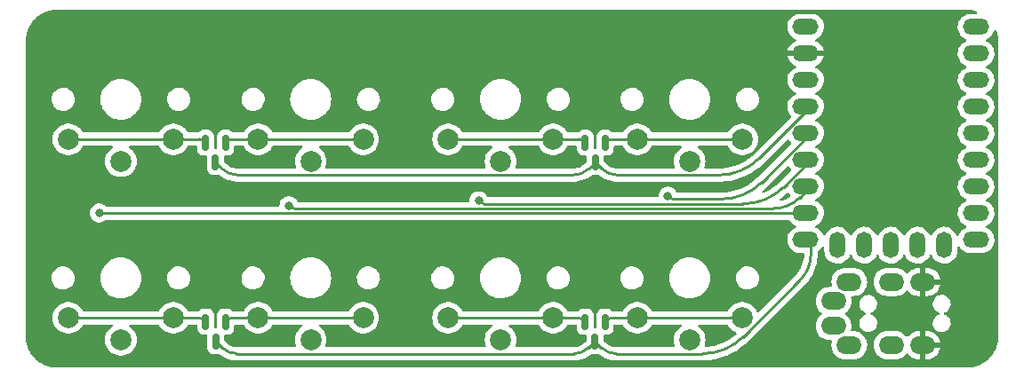
<source format=gbr>
%TF.GenerationSoftware,KiCad,Pcbnew,7.0.7*%
%TF.CreationDate,2023-09-04T22:47:59+10:00*%
%TF.ProjectId,art,6172742e-6b69-4636-9164-5f7063625858,rev?*%
%TF.SameCoordinates,Original*%
%TF.FileFunction,Copper,L2,Bot*%
%TF.FilePolarity,Positive*%
%FSLAX46Y46*%
G04 Gerber Fmt 4.6, Leading zero omitted, Abs format (unit mm)*
G04 Created by KiCad (PCBNEW 7.0.7) date 2023-09-04 22:47:59*
%MOMM*%
%LPD*%
G01*
G04 APERTURE LIST*
G04 Aperture macros list*
%AMRoundRect*
0 Rectangle with rounded corners*
0 $1 Rounding radius*
0 $2 $3 $4 $5 $6 $7 $8 $9 X,Y pos of 4 corners*
0 Add a 4 corners polygon primitive as box body*
4,1,4,$2,$3,$4,$5,$6,$7,$8,$9,$2,$3,0*
0 Add four circle primitives for the rounded corners*
1,1,$1+$1,$2,$3*
1,1,$1+$1,$4,$5*
1,1,$1+$1,$6,$7*
1,1,$1+$1,$8,$9*
0 Add four rect primitives between the rounded corners*
20,1,$1+$1,$2,$3,$4,$5,0*
20,1,$1+$1,$4,$5,$6,$7,0*
20,1,$1+$1,$6,$7,$8,$9,0*
20,1,$1+$1,$8,$9,$2,$3,0*%
G04 Aperture macros list end*
%TA.AperFunction,ComponentPad*%
%ADD10C,2.000000*%
%TD*%
%TA.AperFunction,ComponentPad*%
%ADD11O,2.500000X1.500000*%
%TD*%
%TA.AperFunction,ComponentPad*%
%ADD12O,1.500000X2.500000*%
%TD*%
%TA.AperFunction,ComponentPad*%
%ADD13O,2.400000X1.700000*%
%TD*%
%TA.AperFunction,SMDPad,CuDef*%
%ADD14RoundRect,0.150000X-0.150000X0.587500X-0.150000X-0.587500X0.150000X-0.587500X0.150000X0.587500X0*%
%TD*%
%TA.AperFunction,ViaPad*%
%ADD15C,0.800000*%
%TD*%
%TA.AperFunction,Conductor*%
%ADD16C,0.250000*%
%TD*%
G04 APERTURE END LIST*
D10*
%TO.P,SW1,1,1*%
%TO.N,Net-(D1-A-Pad1)*%
X32490394Y-40332388D03*
X42490394Y-40332388D03*
%TO.P,SW1,2,2*%
%TO.N,c1*%
X37490394Y-42432388D03*
%TD*%
%TO.P,SW8,1,1*%
%TO.N,Net-(D4-A-Pad2)*%
X86675000Y-57375000D03*
X96675000Y-57375000D03*
%TO.P,SW8,2,2*%
%TO.N,c4*%
X91675000Y-59475000D03*
%TD*%
%TO.P,SW4,1,1*%
%TO.N,Net-(D2-A-Pad2)*%
X86675000Y-40332388D03*
X96675000Y-40332388D03*
%TO.P,SW4,2,2*%
%TO.N,c4*%
X91675000Y-42432388D03*
%TD*%
%TO.P,SW7,1,1*%
%TO.N,Net-(D4-A-Pad1)*%
X68655598Y-57375000D03*
X78655598Y-57375000D03*
%TO.P,SW7,2,2*%
%TO.N,c3*%
X73655598Y-59475000D03*
%TD*%
%TO.P,SW2,1,1*%
%TO.N,Net-(D1-A-Pad2)*%
X50572996Y-40332388D03*
X60572996Y-40332388D03*
%TO.P,SW2,2,2*%
%TO.N,c2*%
X55572996Y-42432388D03*
%TD*%
%TO.P,SW3,1,1*%
%TO.N,Net-(D2-A-Pad1)*%
X68655598Y-40332388D03*
X78655598Y-40332388D03*
%TO.P,SW3,2,2*%
%TO.N,c3*%
X73655598Y-42432388D03*
%TD*%
D11*
%TO.P,U1,1,0*%
%TO.N,unconnected-(U1-0-Pad1)*%
X118952218Y-29616772D03*
%TO.P,U1,2,1*%
%TO.N,unconnected-(U1-1-Pad2)*%
X118952218Y-32156772D03*
%TO.P,U1,3,2*%
%TO.N,unconnected-(U1-2-Pad3)*%
X118952218Y-34696772D03*
%TO.P,U1,4,3*%
%TO.N,unconnected-(U1-3-Pad4)*%
X118952218Y-37236772D03*
%TO.P,U1,5,4*%
%TO.N,unconnected-(U1-4-Pad5)*%
X118952218Y-39776772D03*
%TO.P,U1,6,5*%
%TO.N,unconnected-(U1-5-Pad6)*%
X118952218Y-42316772D03*
%TO.P,U1,7,6*%
%TO.N,unconnected-(U1-6-Pad7)*%
X118952218Y-44856772D03*
%TO.P,U1,8,7*%
%TO.N,unconnected-(U1-7-Pad8)*%
X118952218Y-47396772D03*
%TO.P,U1,9,8*%
%TO.N,unconnected-(U1-8-Pad9)*%
X118952218Y-49936772D03*
D12*
%TO.P,U1,10,9*%
%TO.N,unconnected-(U1-9-Pad10)*%
X115912218Y-50436772D03*
%TO.P,U1,11,10*%
%TO.N,unconnected-(U1-10-Pad11)*%
X113372218Y-50436772D03*
%TO.P,U1,12,11*%
%TO.N,unconnected-(U1-11-Pad12)*%
X110832218Y-50436772D03*
%TO.P,U1,13,12*%
%TO.N,Net-(U1-12)*%
X108292218Y-50436772D03*
%TO.P,U1,14,13*%
%TO.N,Net-(U1-13)*%
X105752218Y-50436772D03*
D11*
%TO.P,U1,15,14*%
%TO.N,r2*%
X102712218Y-49936772D03*
%TO.P,U1,16,15*%
%TO.N,c1*%
X102712218Y-47396772D03*
%TO.P,U1,17,26*%
%TO.N,c2*%
X102712218Y-44856772D03*
%TO.P,U1,18,27*%
%TO.N,c3*%
X102712218Y-42316772D03*
%TO.P,U1,19,28*%
%TO.N,c4*%
X102712218Y-39776772D03*
%TO.P,U1,20,29*%
%TO.N,r1*%
X102712218Y-37236772D03*
%TO.P,U1,21,3V3*%
%TO.N,+3V3*%
X102712218Y-34696772D03*
%TO.P,U1,22,GND*%
%TO.N,GND*%
X102712218Y-32156772D03*
%TO.P,U1,23,5V*%
%TO.N,unconnected-(U1-5V-Pad23)*%
X102712218Y-29616772D03*
%TD*%
D13*
%TO.P,J1,R1*%
%TO.N,Net-(U1-13)*%
X106876860Y-59977684D03*
X106876860Y-53952084D03*
%TO.P,J1,R2*%
%TO.N,Net-(U1-12)*%
X110876860Y-59977684D03*
X110876860Y-53952084D03*
%TO.P,J1,S*%
%TO.N,GND*%
X113876860Y-59977684D03*
X113876860Y-53952084D03*
%TO.P,J1,T*%
%TO.N,+3V3*%
X105376860Y-58152084D03*
X105376860Y-55777684D03*
%TD*%
D10*
%TO.P,SW6,1,1*%
%TO.N,Net-(D3-A-Pad2)*%
X50572996Y-57375000D03*
X60572996Y-57375000D03*
%TO.P,SW6,2,2*%
%TO.N,c2*%
X55572996Y-59475000D03*
%TD*%
%TO.P,SW5,1,1*%
%TO.N,Net-(D3-A-Pad1)*%
X32490394Y-57375000D03*
X42490394Y-57375000D03*
%TO.P,SW5,2,2*%
%TO.N,c1*%
X37490394Y-59475000D03*
%TD*%
D14*
%TO.P,D3,1,A*%
%TO.N,Net-(D3-A-Pad1)*%
X45576132Y-57745264D03*
%TO.P,D3,2,A*%
%TO.N,Net-(D3-A-Pad2)*%
X47476132Y-57745264D03*
%TO.P,D3,3,K*%
%TO.N,r2*%
X46526132Y-59620264D03*
%TD*%
%TO.P,D4,1,A*%
%TO.N,Net-(D4-A-Pad1)*%
X81706572Y-57745264D03*
%TO.P,D4,2,A*%
%TO.N,Net-(D4-A-Pad2)*%
X83606572Y-57745264D03*
%TO.P,D4,3,K*%
%TO.N,r2*%
X82656572Y-59620264D03*
%TD*%
%TO.P,D2,1,A*%
%TO.N,Net-(D2-A-Pad1)*%
X81723954Y-40659926D03*
%TO.P,D2,2,A*%
%TO.N,Net-(D2-A-Pad2)*%
X83623954Y-40659926D03*
%TO.P,D2,3,K*%
%TO.N,r1*%
X82673954Y-42534926D03*
%TD*%
%TO.P,D1,1,A*%
%TO.N,Net-(D1-A-Pad1)*%
X45558750Y-40659926D03*
%TO.P,D1,2,A*%
%TO.N,Net-(D1-A-Pad2)*%
X47458750Y-40659926D03*
%TO.P,D1,3,K*%
%TO.N,r1*%
X46508750Y-42534926D03*
%TD*%
D15*
%TO.N,c1*%
X35433000Y-47371000D03*
%TO.N,c2*%
X53497996Y-46672272D03*
%TO.N,c3*%
X71580598Y-46222272D03*
%TO.N,c4*%
X89600000Y-45772272D03*
%TD*%
D16*
%TO.N,Net-(D1-A-Pad1)*%
X44999607Y-40332388D02*
X42490394Y-40332388D01*
X45394981Y-40496157D02*
X45558750Y-40659926D01*
X42490394Y-40332388D02*
X32490394Y-40332388D01*
X45394971Y-40496167D02*
G75*
G03*
X44999607Y-40332388I-395371J-395333D01*
G01*
%TO.N,Net-(D1-A-Pad2)*%
X50572996Y-40332388D02*
X48017892Y-40332388D01*
X50572996Y-40332388D02*
X60572996Y-40332388D01*
X47622519Y-40496157D02*
X47458750Y-40659926D01*
X48017892Y-40332374D02*
G75*
G03*
X47622519Y-40496157I8J-559126D01*
G01*
%TO.N,r1*%
X48595623Y-43757388D02*
X80587080Y-43757388D01*
X84760827Y-43757388D02*
X94437638Y-43757388D01*
X47119981Y-43146157D02*
X46508750Y-42534926D01*
X98285394Y-42163595D02*
X103212218Y-37236772D01*
X82673954Y-42534926D02*
X83285185Y-43146157D01*
X82673954Y-42534926D02*
X82062723Y-43146157D01*
X47119966Y-43146172D02*
G75*
G03*
X48595623Y-43757388I1475634J1475672D01*
G01*
X83285168Y-43146174D02*
G75*
G03*
X84760827Y-43757388I1475632J1475674D01*
G01*
X94437638Y-43757403D02*
G75*
G03*
X98285394Y-42163595I-38J5441603D01*
G01*
X80587080Y-43757370D02*
G75*
G03*
X82062723Y-43146157I20J2086870D01*
G01*
%TO.N,Net-(D2-A-Pad2)*%
X84183096Y-40332388D02*
X86675000Y-40332388D01*
X83787723Y-40496157D02*
X83623954Y-40659926D01*
X86675000Y-40332388D02*
X96675000Y-40332388D01*
X84183096Y-40332377D02*
G75*
G03*
X83787723Y-40496157I4J-559123D01*
G01*
%TO.N,Net-(D3-A-Pad1)*%
X42490394Y-57375000D02*
X32490394Y-57375000D01*
X45391000Y-57560132D02*
X45576132Y-57745264D01*
X44944051Y-57375000D02*
X42490394Y-57375000D01*
X45391028Y-57560104D02*
G75*
G03*
X44944051Y-57375000I-446928J-446996D01*
G01*
%TO.N,Net-(D3-A-Pad2)*%
X47661264Y-57560132D02*
X47476132Y-57745264D01*
X48108212Y-57375000D02*
X50572996Y-57375000D01*
X50572996Y-57375000D02*
X60572996Y-57375000D01*
X48108212Y-57375015D02*
G75*
G03*
X47661264Y-57560132I-12J-632085D01*
G01*
%TO.N,r2*%
X82066704Y-60210132D02*
X82656572Y-59620264D01*
X102219790Y-53736209D02*
X96749792Y-59206207D01*
X80642636Y-60800000D02*
X48540067Y-60800000D01*
X47116000Y-60210132D02*
X46526132Y-59620264D01*
X103212218Y-51340277D02*
X103212218Y-49936772D01*
X83246440Y-60210132D02*
X82656572Y-59620264D01*
X84670507Y-60800000D02*
X92902036Y-60800000D01*
X102219793Y-53736212D02*
G75*
G03*
X103212218Y-51340277I-2395893J2395912D01*
G01*
X47116024Y-60210108D02*
G75*
G03*
X48540067Y-60800000I1424076J1424008D01*
G01*
X80642636Y-60800036D02*
G75*
G03*
X82066704Y-60210132I-36J2013936D01*
G01*
X92902036Y-60800010D02*
G75*
G03*
X96749792Y-59206207I-36J5441610D01*
G01*
X83246444Y-60210128D02*
G75*
G03*
X84670507Y-60800000I1424056J1424028D01*
G01*
%TO.N,Net-(D4-A-Pad2)*%
X83791704Y-57560132D02*
X83606572Y-57745264D01*
X86675000Y-57375000D02*
X84238652Y-57375000D01*
X86675000Y-57375000D02*
X96675000Y-57375000D01*
X84238652Y-57375043D02*
G75*
G03*
X83791704Y-57560132I-52J-632057D01*
G01*
%TO.N,c1*%
X103212218Y-47396772D02*
X35407228Y-47396772D01*
%TO.N,c2*%
X53497996Y-46672272D02*
X53635246Y-46809522D01*
X99644364Y-46946772D02*
X53966596Y-46946772D01*
X102167218Y-45901772D02*
X103212218Y-44856772D01*
X99644364Y-46946741D02*
G75*
G03*
X102167218Y-45901772I36J3567841D01*
G01*
X53635254Y-46809514D02*
G75*
G03*
X53966596Y-46946772I331346J331314D01*
G01*
%TO.N,c3*%
X100626010Y-44902979D02*
X103212218Y-42316772D01*
X71580598Y-46222272D02*
X71717848Y-46359522D01*
X96778254Y-46496772D02*
X72049198Y-46496772D01*
X96778254Y-46496803D02*
G75*
G03*
X100626010Y-44902979I-54J5441603D01*
G01*
X71717855Y-46359515D02*
G75*
G03*
X72049198Y-46496772I331345J331315D01*
G01*
%TO.N,c4*%
X98536010Y-44452979D02*
X103212218Y-39776772D01*
X94688254Y-46046772D02*
X90068600Y-46046772D01*
X89737250Y-45909522D02*
X89600000Y-45772272D01*
X94688254Y-46046803D02*
G75*
G03*
X98536010Y-44452979I-54J5441603D01*
G01*
X89737256Y-45909516D02*
G75*
G03*
X90068600Y-46046772I331344J331316D01*
G01*
%TO.N,Net-(D2-A-Pad1)*%
X81560185Y-40496157D02*
X81723954Y-40659926D01*
X78655598Y-40332388D02*
X68655598Y-40332388D01*
X81164811Y-40332388D02*
X78655598Y-40332388D01*
X81560173Y-40496169D02*
G75*
G03*
X81164811Y-40332388I-395373J-395331D01*
G01*
%TO.N,Net-(D4-A-Pad1)*%
X78655598Y-57375000D02*
X68655598Y-57375000D01*
X81074491Y-57375000D02*
X78655598Y-57375000D01*
X81521440Y-57560132D02*
X81706572Y-57745264D01*
X81521448Y-57560124D02*
G75*
G03*
X81074491Y-57375000I-446948J-446976D01*
G01*
%TD*%
%TA.AperFunction,Conductor*%
%TO.N,GND*%
G36*
X118073198Y-27980248D02*
G01*
X118209706Y-27987402D01*
X118349296Y-27995223D01*
X118388195Y-27997403D01*
X118394408Y-27998066D01*
X118550933Y-28022856D01*
X118709339Y-28049771D01*
X118714963Y-28051000D01*
X118870453Y-28092663D01*
X118976164Y-28123118D01*
X119035134Y-28160593D01*
X119064482Y-28224000D01*
X119054891Y-28293208D01*
X119009406Y-28346244D01*
X118942468Y-28366270D01*
X118941836Y-28366272D01*
X118396063Y-28366272D01*
X118357617Y-28369732D01*
X118228031Y-28381394D01*
X118228025Y-28381395D01*
X118011057Y-28441275D01*
X118011044Y-28441280D01*
X117808251Y-28538939D01*
X117808243Y-28538943D01*
X117626145Y-28671245D01*
X117626143Y-28671246D01*
X117470584Y-28833948D01*
X117346581Y-29021805D01*
X117258117Y-29228776D01*
X117258113Y-29228789D01*
X117208028Y-29448229D01*
X117208026Y-29448240D01*
X117197928Y-29673097D01*
X117197928Y-29673102D01*
X117228143Y-29896159D01*
X117228144Y-29896162D01*
X117297701Y-30110237D01*
X117404364Y-30308450D01*
X117404366Y-30308453D01*
X117544707Y-30484435D01*
X117544709Y-30484436D01*
X117544710Y-30484438D01*
X117714222Y-30632537D01*
X117907454Y-30747987D01*
X117966320Y-30770079D01*
X118022167Y-30812064D01*
X118046450Y-30877578D01*
X118031459Y-30945821D01*
X117981953Y-30995125D01*
X117976549Y-30997892D01*
X117808251Y-31078939D01*
X117808243Y-31078943D01*
X117626145Y-31211245D01*
X117626143Y-31211246D01*
X117470584Y-31373948D01*
X117346581Y-31561805D01*
X117258117Y-31768776D01*
X117258113Y-31768789D01*
X117208028Y-31988229D01*
X117208026Y-31988240D01*
X117202987Y-32100446D01*
X117197928Y-32213102D01*
X117228143Y-32436159D01*
X117228144Y-32436162D01*
X117297701Y-32650237D01*
X117404364Y-32848450D01*
X117404366Y-32848453D01*
X117544707Y-33024435D01*
X117544709Y-33024436D01*
X117544710Y-33024438D01*
X117714222Y-33172537D01*
X117907454Y-33287987D01*
X117966320Y-33310079D01*
X118022167Y-33352064D01*
X118046450Y-33417578D01*
X118031459Y-33485821D01*
X117981953Y-33535125D01*
X117976549Y-33537892D01*
X117808251Y-33618939D01*
X117808243Y-33618943D01*
X117626145Y-33751245D01*
X117626143Y-33751246D01*
X117470584Y-33913948D01*
X117346581Y-34101805D01*
X117258117Y-34308776D01*
X117258113Y-34308789D01*
X117208028Y-34528229D01*
X117208026Y-34528240D01*
X117197928Y-34753097D01*
X117197928Y-34753102D01*
X117228143Y-34976159D01*
X117228144Y-34976162D01*
X117297701Y-35190237D01*
X117404364Y-35388450D01*
X117404366Y-35388453D01*
X117544707Y-35564435D01*
X117544709Y-35564436D01*
X117544710Y-35564438D01*
X117714222Y-35712537D01*
X117907454Y-35827987D01*
X117966320Y-35850079D01*
X118022167Y-35892064D01*
X118046450Y-35957578D01*
X118031459Y-36025821D01*
X117981953Y-36075125D01*
X117976549Y-36077892D01*
X117808251Y-36158939D01*
X117808243Y-36158943D01*
X117626145Y-36291245D01*
X117626143Y-36291246D01*
X117470584Y-36453948D01*
X117346581Y-36641805D01*
X117258117Y-36848776D01*
X117258113Y-36848789D01*
X117208028Y-37068229D01*
X117208026Y-37068240D01*
X117197928Y-37293097D01*
X117197928Y-37293102D01*
X117228143Y-37516159D01*
X117228144Y-37516162D01*
X117297701Y-37730237D01*
X117404364Y-37928450D01*
X117404366Y-37928453D01*
X117544707Y-38104435D01*
X117544709Y-38104436D01*
X117544710Y-38104438D01*
X117714222Y-38252537D01*
X117907454Y-38367987D01*
X117966320Y-38390079D01*
X118022167Y-38432064D01*
X118046450Y-38497578D01*
X118031459Y-38565821D01*
X117981953Y-38615125D01*
X117976549Y-38617892D01*
X117808251Y-38698939D01*
X117808243Y-38698943D01*
X117626145Y-38831245D01*
X117626143Y-38831246D01*
X117470584Y-38993948D01*
X117346581Y-39181805D01*
X117258117Y-39388776D01*
X117258113Y-39388789D01*
X117208028Y-39608229D01*
X117208026Y-39608240D01*
X117202987Y-39720446D01*
X117197928Y-39833102D01*
X117228143Y-40056159D01*
X117228144Y-40056162D01*
X117297701Y-40270237D01*
X117404364Y-40468450D01*
X117404366Y-40468453D01*
X117544707Y-40644435D01*
X117544709Y-40644436D01*
X117544710Y-40644438D01*
X117714222Y-40792537D01*
X117907454Y-40907987D01*
X117966320Y-40930079D01*
X118022167Y-40972064D01*
X118046450Y-41037578D01*
X118031459Y-41105821D01*
X117981953Y-41155125D01*
X117976549Y-41157892D01*
X117808251Y-41238939D01*
X117808243Y-41238943D01*
X117626145Y-41371245D01*
X117626143Y-41371246D01*
X117470584Y-41533948D01*
X117346581Y-41721805D01*
X117258117Y-41928776D01*
X117258113Y-41928789D01*
X117208028Y-42148229D01*
X117208026Y-42148240D01*
X117202987Y-42260446D01*
X117197928Y-42373102D01*
X117228143Y-42596159D01*
X117228144Y-42596162D01*
X117297701Y-42810237D01*
X117404364Y-43008450D01*
X117404366Y-43008453D01*
X117544707Y-43184435D01*
X117544709Y-43184436D01*
X117544710Y-43184438D01*
X117714222Y-43332537D01*
X117907454Y-43447987D01*
X117966320Y-43470079D01*
X118022167Y-43512064D01*
X118046450Y-43577578D01*
X118031459Y-43645821D01*
X117981953Y-43695125D01*
X117976549Y-43697892D01*
X117808251Y-43778939D01*
X117808243Y-43778943D01*
X117626145Y-43911245D01*
X117626143Y-43911246D01*
X117470584Y-44073948D01*
X117346581Y-44261805D01*
X117258117Y-44468776D01*
X117258113Y-44468789D01*
X117208028Y-44688229D01*
X117208026Y-44688240D01*
X117197928Y-44913097D01*
X117197928Y-44913102D01*
X117228143Y-45136159D01*
X117228144Y-45136162D01*
X117297701Y-45350237D01*
X117404364Y-45548450D01*
X117404366Y-45548453D01*
X117544707Y-45724435D01*
X117544709Y-45724436D01*
X117544710Y-45724438D01*
X117714222Y-45872537D01*
X117907454Y-45987987D01*
X117966320Y-46010079D01*
X118022167Y-46052064D01*
X118046450Y-46117578D01*
X118031459Y-46185821D01*
X117981953Y-46235125D01*
X117976549Y-46237892D01*
X117808251Y-46318939D01*
X117808243Y-46318943D01*
X117626145Y-46451245D01*
X117626143Y-46451246D01*
X117470584Y-46613948D01*
X117346581Y-46801805D01*
X117258117Y-47008776D01*
X117258113Y-47008789D01*
X117208028Y-47228229D01*
X117208026Y-47228240D01*
X117202987Y-47340446D01*
X117197928Y-47453102D01*
X117228143Y-47676159D01*
X117228144Y-47676162D01*
X117297701Y-47890237D01*
X117404364Y-48088450D01*
X117404366Y-48088453D01*
X117544707Y-48264435D01*
X117544709Y-48264436D01*
X117544710Y-48264438D01*
X117714222Y-48412537D01*
X117907454Y-48527987D01*
X117966320Y-48550079D01*
X118022167Y-48592064D01*
X118046450Y-48657578D01*
X118031459Y-48725821D01*
X117981953Y-48775125D01*
X117976549Y-48777892D01*
X117808251Y-48858939D01*
X117808243Y-48858943D01*
X117626145Y-48991245D01*
X117626143Y-48991246D01*
X117470584Y-49153948D01*
X117346582Y-49341803D01*
X117297324Y-49457048D01*
X117252875Y-49510956D01*
X117186337Y-49532275D01*
X117118836Y-49514237D01*
X117071803Y-49462568D01*
X117071778Y-49462517D01*
X116990047Y-49292799D01*
X116857744Y-49110699D01*
X116857743Y-49110697D01*
X116695041Y-48955138D01*
X116507184Y-48831135D01*
X116300213Y-48742671D01*
X116300200Y-48742667D01*
X116080760Y-48692582D01*
X116080756Y-48692581D01*
X116080755Y-48692581D01*
X116080754Y-48692580D01*
X116080749Y-48692580D01*
X115855892Y-48682482D01*
X115855891Y-48682482D01*
X115855888Y-48682482D01*
X115632831Y-48712697D01*
X115632828Y-48712697D01*
X115632827Y-48712698D01*
X115418752Y-48782255D01*
X115220539Y-48888918D01*
X115220536Y-48888920D01*
X115044554Y-49029261D01*
X114896454Y-49198775D01*
X114781005Y-49392004D01*
X114781000Y-49392013D01*
X114758909Y-49450874D01*
X114716923Y-49506722D01*
X114651409Y-49531004D01*
X114583167Y-49516012D01*
X114533863Y-49466505D01*
X114531117Y-49461145D01*
X114450047Y-49292799D01*
X114317744Y-49110699D01*
X114317743Y-49110697D01*
X114155041Y-48955138D01*
X113967184Y-48831135D01*
X113760213Y-48742671D01*
X113760200Y-48742667D01*
X113540760Y-48692582D01*
X113540756Y-48692581D01*
X113540755Y-48692581D01*
X113540754Y-48692580D01*
X113540749Y-48692580D01*
X113315892Y-48682482D01*
X113315891Y-48682482D01*
X113315888Y-48682482D01*
X113092831Y-48712697D01*
X113092828Y-48712697D01*
X113092827Y-48712698D01*
X112878752Y-48782255D01*
X112680539Y-48888918D01*
X112680536Y-48888920D01*
X112504554Y-49029261D01*
X112356454Y-49198775D01*
X112241005Y-49392004D01*
X112241000Y-49392013D01*
X112218909Y-49450874D01*
X112176923Y-49506722D01*
X112111409Y-49531004D01*
X112043167Y-49516012D01*
X111993863Y-49466505D01*
X111991117Y-49461145D01*
X111910047Y-49292799D01*
X111777744Y-49110699D01*
X111777743Y-49110697D01*
X111615041Y-48955138D01*
X111427184Y-48831135D01*
X111220213Y-48742671D01*
X111220200Y-48742667D01*
X111000760Y-48692582D01*
X111000756Y-48692581D01*
X111000755Y-48692581D01*
X111000754Y-48692580D01*
X111000749Y-48692580D01*
X110775892Y-48682482D01*
X110775891Y-48682482D01*
X110775888Y-48682482D01*
X110552831Y-48712697D01*
X110552828Y-48712697D01*
X110552827Y-48712698D01*
X110338752Y-48782255D01*
X110140539Y-48888918D01*
X110140536Y-48888920D01*
X109964554Y-49029261D01*
X109816454Y-49198775D01*
X109701005Y-49392004D01*
X109701000Y-49392013D01*
X109678909Y-49450874D01*
X109636923Y-49506722D01*
X109571409Y-49531004D01*
X109503167Y-49516012D01*
X109453863Y-49466505D01*
X109451117Y-49461145D01*
X109370047Y-49292799D01*
X109237744Y-49110699D01*
X109237743Y-49110697D01*
X109075041Y-48955138D01*
X108887184Y-48831135D01*
X108680213Y-48742671D01*
X108680200Y-48742667D01*
X108460760Y-48692582D01*
X108460756Y-48692581D01*
X108460755Y-48692581D01*
X108460754Y-48692580D01*
X108460749Y-48692580D01*
X108235892Y-48682482D01*
X108235891Y-48682482D01*
X108235888Y-48682482D01*
X108012831Y-48712697D01*
X108012828Y-48712697D01*
X108012827Y-48712698D01*
X107798752Y-48782255D01*
X107600539Y-48888918D01*
X107600536Y-48888920D01*
X107424554Y-49029261D01*
X107276454Y-49198775D01*
X107161005Y-49392004D01*
X107161000Y-49392013D01*
X107138909Y-49450874D01*
X107096923Y-49506722D01*
X107031409Y-49531004D01*
X106963167Y-49516012D01*
X106913863Y-49466505D01*
X106911117Y-49461145D01*
X106830047Y-49292799D01*
X106697744Y-49110699D01*
X106697743Y-49110697D01*
X106535041Y-48955138D01*
X106347184Y-48831135D01*
X106140213Y-48742671D01*
X106140200Y-48742667D01*
X105920760Y-48692582D01*
X105920756Y-48692581D01*
X105920755Y-48692581D01*
X105920754Y-48692580D01*
X105920749Y-48692580D01*
X105695892Y-48682482D01*
X105695891Y-48682482D01*
X105695888Y-48682482D01*
X105472831Y-48712697D01*
X105472828Y-48712697D01*
X105472827Y-48712698D01*
X105258752Y-48782255D01*
X105060539Y-48888918D01*
X105060536Y-48888920D01*
X104884554Y-49029261D01*
X104736454Y-49198775D01*
X104621005Y-49392004D01*
X104621002Y-49392009D01*
X104600302Y-49447163D01*
X104558316Y-49503010D01*
X104492801Y-49527292D01*
X104424559Y-49512300D01*
X104375256Y-49462793D01*
X104369056Y-49448365D01*
X104368921Y-49448423D01*
X104366735Y-49443308D01*
X104260071Y-49245093D01*
X104260069Y-49245090D01*
X104119728Y-49069108D01*
X104074123Y-49029264D01*
X103950214Y-48921007D01*
X103756985Y-48805559D01*
X103756986Y-48805559D01*
X103756984Y-48805558D01*
X103756982Y-48805557D01*
X103698114Y-48783463D01*
X103642268Y-48741478D01*
X103617985Y-48675963D01*
X103632977Y-48607721D01*
X103682483Y-48558417D01*
X103687828Y-48555679D01*
X103856191Y-48474601D01*
X104038296Y-48342294D01*
X104193850Y-48179597D01*
X104317853Y-47991740D01*
X104406321Y-47784760D01*
X104456409Y-47565309D01*
X104466508Y-47340442D01*
X104436293Y-47117385D01*
X104366735Y-46903308D01*
X104260070Y-46705091D01*
X104187385Y-46613947D01*
X104119728Y-46529108D01*
X104119726Y-46529106D01*
X103950214Y-46381007D01*
X103756985Y-46265559D01*
X103756986Y-46265559D01*
X103756984Y-46265558D01*
X103756982Y-46265557D01*
X103698114Y-46243463D01*
X103642268Y-46201478D01*
X103617985Y-46135963D01*
X103632977Y-46067721D01*
X103682483Y-46018417D01*
X103687828Y-46015679D01*
X103856191Y-45934601D01*
X104038296Y-45802294D01*
X104193850Y-45639597D01*
X104317853Y-45451740D01*
X104406321Y-45244760D01*
X104456409Y-45025309D01*
X104466508Y-44800442D01*
X104436293Y-44577385D01*
X104366735Y-44363308D01*
X104260070Y-44165091D01*
X104187385Y-44073947D01*
X104119728Y-43989108D01*
X104119726Y-43989106D01*
X103950214Y-43841007D01*
X103756985Y-43725559D01*
X103756986Y-43725559D01*
X103756984Y-43725558D01*
X103756982Y-43725557D01*
X103698114Y-43703463D01*
X103642268Y-43661478D01*
X103617985Y-43595963D01*
X103632977Y-43527721D01*
X103682483Y-43478417D01*
X103687828Y-43475679D01*
X103856191Y-43394601D01*
X104038296Y-43262294D01*
X104193850Y-43099597D01*
X104317853Y-42911740D01*
X104351864Y-42832169D01*
X104406318Y-42704767D01*
X104406317Y-42704767D01*
X104406321Y-42704760D01*
X104456409Y-42485309D01*
X104466508Y-42260442D01*
X104436293Y-42037385D01*
X104366735Y-41823308D01*
X104260070Y-41625091D01*
X104119726Y-41449106D01*
X103950214Y-41301007D01*
X103756985Y-41185559D01*
X103756986Y-41185559D01*
X103756984Y-41185558D01*
X103756982Y-41185557D01*
X103698114Y-41163463D01*
X103642268Y-41121478D01*
X103617985Y-41055963D01*
X103632977Y-40987721D01*
X103682483Y-40938417D01*
X103687828Y-40935679D01*
X103856191Y-40854601D01*
X104038296Y-40722294D01*
X104193850Y-40559597D01*
X104317853Y-40371740D01*
X104406321Y-40164760D01*
X104456409Y-39945309D01*
X104466508Y-39720442D01*
X104436293Y-39497385D01*
X104366735Y-39283308D01*
X104260070Y-39085091D01*
X104119726Y-38909106D01*
X103950214Y-38761007D01*
X103756985Y-38645559D01*
X103756986Y-38645559D01*
X103756984Y-38645558D01*
X103756982Y-38645557D01*
X103698114Y-38623463D01*
X103642268Y-38581478D01*
X103617985Y-38515963D01*
X103632977Y-38447721D01*
X103682483Y-38398417D01*
X103687828Y-38395679D01*
X103856191Y-38314601D01*
X104038296Y-38182294D01*
X104193850Y-38019597D01*
X104317853Y-37831740D01*
X104325878Y-37812966D01*
X104406318Y-37624767D01*
X104406317Y-37624767D01*
X104406321Y-37624760D01*
X104456409Y-37405309D01*
X104466508Y-37180442D01*
X104436293Y-36957385D01*
X104366735Y-36743308D01*
X104260070Y-36545091D01*
X104187385Y-36453947D01*
X104119728Y-36369108D01*
X104119726Y-36369106D01*
X103950214Y-36221007D01*
X103756985Y-36105559D01*
X103756986Y-36105559D01*
X103756984Y-36105558D01*
X103756982Y-36105557D01*
X103698114Y-36083463D01*
X103642268Y-36041478D01*
X103617985Y-35975963D01*
X103632977Y-35907721D01*
X103682483Y-35858417D01*
X103687828Y-35855679D01*
X103856191Y-35774601D01*
X104038296Y-35642294D01*
X104193850Y-35479597D01*
X104317853Y-35291740D01*
X104334921Y-35251809D01*
X104406318Y-35084767D01*
X104406317Y-35084767D01*
X104406321Y-35084760D01*
X104456409Y-34865309D01*
X104466508Y-34640442D01*
X104436293Y-34417385D01*
X104366735Y-34203308D01*
X104260070Y-34005091D01*
X104119726Y-33829106D01*
X103950214Y-33681007D01*
X103756984Y-33565558D01*
X103756983Y-33565557D01*
X103697468Y-33543221D01*
X103641620Y-33501235D01*
X103617337Y-33435721D01*
X103632329Y-33367478D01*
X103681835Y-33318174D01*
X103687238Y-33315407D01*
X103855934Y-33234168D01*
X104037959Y-33101920D01*
X104037967Y-33101914D01*
X104193455Y-32939285D01*
X104317409Y-32751505D01*
X104405842Y-32544602D01*
X104405845Y-32544593D01*
X104437302Y-32406772D01*
X103825565Y-32406772D01*
X103758526Y-32387087D01*
X103712771Y-32334283D01*
X103702827Y-32265125D01*
X103706587Y-32247839D01*
X103712218Y-32228660D01*
X103712218Y-32084883D01*
X103706587Y-32065705D01*
X103706588Y-31995836D01*
X103744363Y-31937058D01*
X103807919Y-31908034D01*
X103825565Y-31906772D01*
X104439768Y-31906772D01*
X104439768Y-31906771D01*
X104435802Y-31877493D01*
X104366272Y-31663503D01*
X104259652Y-31465370D01*
X104259650Y-31465367D01*
X104119363Y-31289451D01*
X103949925Y-31141419D01*
X103949917Y-31141412D01*
X103756771Y-31026012D01*
X103756766Y-31026010D01*
X103697493Y-31003764D01*
X103641645Y-30961778D01*
X103617362Y-30896264D01*
X103632354Y-30828022D01*
X103681860Y-30778717D01*
X103687204Y-30775979D01*
X103856191Y-30694601D01*
X104038296Y-30562294D01*
X104193850Y-30399597D01*
X104317853Y-30211740D01*
X104331072Y-30180814D01*
X104406318Y-30004767D01*
X104406317Y-30004767D01*
X104406321Y-30004760D01*
X104456409Y-29785309D01*
X104466508Y-29560442D01*
X104436293Y-29337385D01*
X104366735Y-29123308D01*
X104260070Y-28925091D01*
X104162300Y-28802492D01*
X104119728Y-28749108D01*
X104119726Y-28749106D01*
X103950214Y-28601007D01*
X103756982Y-28485557D01*
X103638993Y-28441275D01*
X103546241Y-28406464D01*
X103324768Y-28366272D01*
X103324765Y-28366272D01*
X102156063Y-28366272D01*
X102117617Y-28369732D01*
X101988031Y-28381394D01*
X101988025Y-28381395D01*
X101771057Y-28441275D01*
X101771044Y-28441280D01*
X101568251Y-28538939D01*
X101568243Y-28538943D01*
X101386145Y-28671245D01*
X101386143Y-28671246D01*
X101230584Y-28833948D01*
X101106581Y-29021805D01*
X101018117Y-29228776D01*
X101018113Y-29228789D01*
X100968028Y-29448229D01*
X100968026Y-29448240D01*
X100957928Y-29673097D01*
X100957928Y-29673102D01*
X100988143Y-29896159D01*
X100988144Y-29896162D01*
X101057701Y-30110237D01*
X101164364Y-30308450D01*
X101164366Y-30308453D01*
X101304707Y-30484435D01*
X101304709Y-30484436D01*
X101304710Y-30484438D01*
X101474222Y-30632537D01*
X101667454Y-30747987D01*
X101726966Y-30770322D01*
X101782814Y-30812307D01*
X101807098Y-30877821D01*
X101792107Y-30946064D01*
X101742601Y-30995368D01*
X101737197Y-30998135D01*
X101568509Y-31079370D01*
X101568501Y-31079374D01*
X101386476Y-31211623D01*
X101386468Y-31211629D01*
X101230980Y-31374258D01*
X101107026Y-31562038D01*
X101018593Y-31768941D01*
X101018590Y-31768950D01*
X100987133Y-31906771D01*
X100987134Y-31906772D01*
X102598871Y-31906772D01*
X102665910Y-31926457D01*
X102711665Y-31979261D01*
X102721609Y-32048419D01*
X102717849Y-32065705D01*
X102712218Y-32084883D01*
X102712218Y-32228660D01*
X102717849Y-32247839D01*
X102717848Y-32317708D01*
X102680073Y-32376486D01*
X102616517Y-32405510D01*
X102598871Y-32406772D01*
X100984667Y-32406772D01*
X100988633Y-32436050D01*
X101058163Y-32650040D01*
X101164783Y-32848173D01*
X101164785Y-32848176D01*
X101305072Y-33024092D01*
X101474510Y-33172124D01*
X101474518Y-33172131D01*
X101667664Y-33287531D01*
X101667672Y-33287535D01*
X101726941Y-33309779D01*
X101782789Y-33351764D01*
X101807073Y-33417278D01*
X101792082Y-33485520D01*
X101742576Y-33534825D01*
X101737172Y-33537592D01*
X101568251Y-33618939D01*
X101568243Y-33618943D01*
X101386145Y-33751245D01*
X101386143Y-33751246D01*
X101230584Y-33913948D01*
X101106581Y-34101805D01*
X101018117Y-34308776D01*
X101018113Y-34308789D01*
X100968028Y-34528229D01*
X100968026Y-34528240D01*
X100957928Y-34753097D01*
X100957928Y-34753102D01*
X100988143Y-34976159D01*
X100988144Y-34976162D01*
X101057701Y-35190237D01*
X101164364Y-35388450D01*
X101164366Y-35388453D01*
X101304707Y-35564435D01*
X101304709Y-35564436D01*
X101304710Y-35564438D01*
X101474222Y-35712537D01*
X101667454Y-35827987D01*
X101726320Y-35850079D01*
X101782167Y-35892064D01*
X101806450Y-35957578D01*
X101791459Y-36025821D01*
X101741953Y-36075125D01*
X101736549Y-36077892D01*
X101568251Y-36158939D01*
X101568243Y-36158943D01*
X101386145Y-36291245D01*
X101386143Y-36291246D01*
X101230584Y-36453948D01*
X101106581Y-36641805D01*
X101018117Y-36848776D01*
X101018113Y-36848789D01*
X100968028Y-37068229D01*
X100968026Y-37068240D01*
X100957928Y-37293097D01*
X100957928Y-37293102D01*
X100988143Y-37516159D01*
X100988144Y-37516162D01*
X101057701Y-37730237D01*
X101164364Y-37928450D01*
X101164366Y-37928453D01*
X101304498Y-38104172D01*
X101330906Y-38168859D01*
X101318151Y-38237554D01*
X101295232Y-38269166D01*
X97843085Y-41721312D01*
X97567201Y-41976336D01*
X97563498Y-41979499D01*
X97270353Y-42210597D01*
X97266413Y-42213459D01*
X96956036Y-42420847D01*
X96951894Y-42423385D01*
X96746284Y-42538533D01*
X96626212Y-42605777D01*
X96621873Y-42607988D01*
X96282872Y-42764271D01*
X96278373Y-42766135D01*
X95928154Y-42895339D01*
X95923522Y-42896844D01*
X95564267Y-42998166D01*
X95559531Y-42999303D01*
X95193418Y-43072130D01*
X95188609Y-43072891D01*
X94817906Y-43116768D01*
X94813069Y-43117149D01*
X94438016Y-43131888D01*
X93196473Y-43131888D01*
X93129434Y-43112203D01*
X93083679Y-43059399D01*
X93073735Y-42990241D01*
X93082916Y-42958080D01*
X93099063Y-42921269D01*
X93160108Y-42680209D01*
X93160109Y-42680200D01*
X93180643Y-42432393D01*
X93180643Y-42432382D01*
X93160109Y-42184575D01*
X93160107Y-42184563D01*
X93099063Y-41943506D01*
X92999173Y-41715781D01*
X92863166Y-41507605D01*
X92841557Y-41484132D01*
X92694744Y-41324650D01*
X92508563Y-41179739D01*
X92467752Y-41123031D01*
X92464077Y-41053258D01*
X92498708Y-40992575D01*
X92560650Y-40960248D01*
X92584727Y-40957888D01*
X95229850Y-40957888D01*
X95296889Y-40977573D01*
X95342644Y-41030377D01*
X95343405Y-41032077D01*
X95350824Y-41048991D01*
X95486833Y-41257170D01*
X95486836Y-41257173D01*
X95655256Y-41440126D01*
X95851491Y-41592862D01*
X96070190Y-41711216D01*
X96305386Y-41791959D01*
X96550665Y-41832888D01*
X96799335Y-41832888D01*
X97044614Y-41791959D01*
X97279810Y-41711216D01*
X97498509Y-41592862D01*
X97694744Y-41440126D01*
X97863164Y-41257173D01*
X97999173Y-41048995D01*
X98099063Y-40821269D01*
X98160108Y-40580209D01*
X98161816Y-40559595D01*
X98180643Y-40332393D01*
X98180643Y-40332382D01*
X98160109Y-40084575D01*
X98160107Y-40084563D01*
X98099063Y-39843506D01*
X97999173Y-39615781D01*
X97863166Y-39407605D01*
X97748742Y-39283308D01*
X97694744Y-39224650D01*
X97498509Y-39071914D01*
X97498507Y-39071913D01*
X97498506Y-39071912D01*
X97279811Y-38953560D01*
X97279802Y-38953557D01*
X97044616Y-38872817D01*
X96799335Y-38831888D01*
X96550665Y-38831888D01*
X96305383Y-38872817D01*
X96070197Y-38953557D01*
X96070188Y-38953560D01*
X95851493Y-39071912D01*
X95655257Y-39224649D01*
X95486833Y-39407605D01*
X95350824Y-39615784D01*
X95343405Y-39632699D01*
X95298449Y-39686185D01*
X95231713Y-39706874D01*
X95229850Y-39706888D01*
X88120150Y-39706888D01*
X88053111Y-39687203D01*
X88007356Y-39634399D01*
X88006595Y-39632699D01*
X87999175Y-39615784D01*
X87863166Y-39407605D01*
X87748742Y-39283308D01*
X87694744Y-39224650D01*
X87498509Y-39071914D01*
X87498507Y-39071913D01*
X87498506Y-39071912D01*
X87279811Y-38953560D01*
X87279802Y-38953557D01*
X87044616Y-38872817D01*
X86799335Y-38831888D01*
X86550665Y-38831888D01*
X86305383Y-38872817D01*
X86070197Y-38953557D01*
X86070188Y-38953560D01*
X85851493Y-39071912D01*
X85655257Y-39224649D01*
X85486833Y-39407605D01*
X85350824Y-39615784D01*
X85343405Y-39632699D01*
X85298449Y-39686185D01*
X85231713Y-39706874D01*
X85229850Y-39706888D01*
X84379725Y-39706888D01*
X84312686Y-39687203D01*
X84292044Y-39670569D01*
X84175824Y-39554349D01*
X84175816Y-39554343D01*
X84034350Y-39470681D01*
X84034347Y-39470680D01*
X83876527Y-39424828D01*
X83876521Y-39424827D01*
X83839650Y-39421926D01*
X83839648Y-39421926D01*
X83408260Y-39421926D01*
X83408258Y-39421926D01*
X83371386Y-39424827D01*
X83371380Y-39424828D01*
X83213560Y-39470680D01*
X83213557Y-39470681D01*
X83072091Y-39554343D01*
X83072083Y-39554349D01*
X82955877Y-39670555D01*
X82955871Y-39670563D01*
X82872209Y-39812029D01*
X82872208Y-39812032D01*
X82826356Y-39969852D01*
X82826355Y-39969858D01*
X82823454Y-40006730D01*
X82823454Y-41172926D01*
X82803769Y-41239965D01*
X82750965Y-41285720D01*
X82699454Y-41296926D01*
X82648454Y-41296926D01*
X82581415Y-41277241D01*
X82535660Y-41224437D01*
X82524454Y-41172926D01*
X82524454Y-40006730D01*
X82521552Y-39969858D01*
X82521551Y-39969852D01*
X82475699Y-39812032D01*
X82475698Y-39812029D01*
X82475698Y-39812028D01*
X82392035Y-39670561D01*
X82392033Y-39670559D01*
X82392030Y-39670555D01*
X82275824Y-39554349D01*
X82275816Y-39554343D01*
X82134350Y-39470681D01*
X82134347Y-39470680D01*
X81976527Y-39424828D01*
X81976521Y-39424827D01*
X81939650Y-39421926D01*
X81939648Y-39421926D01*
X81508260Y-39421926D01*
X81508258Y-39421926D01*
X81471386Y-39424827D01*
X81471380Y-39424828D01*
X81313560Y-39470680D01*
X81313557Y-39470681D01*
X81172091Y-39554343D01*
X81172083Y-39554349D01*
X81055864Y-39670569D01*
X80994541Y-39704054D01*
X80968183Y-39706888D01*
X80100748Y-39706888D01*
X80033709Y-39687203D01*
X79987954Y-39634399D01*
X79987193Y-39632699D01*
X79979773Y-39615784D01*
X79843764Y-39407605D01*
X79729340Y-39283308D01*
X79675342Y-39224650D01*
X79479107Y-39071914D01*
X79479105Y-39071913D01*
X79479104Y-39071912D01*
X79260409Y-38953560D01*
X79260400Y-38953557D01*
X79025214Y-38872817D01*
X78779933Y-38831888D01*
X78531263Y-38831888D01*
X78285981Y-38872817D01*
X78050795Y-38953557D01*
X78050786Y-38953560D01*
X77832091Y-39071912D01*
X77635855Y-39224649D01*
X77467431Y-39407605D01*
X77331422Y-39615784D01*
X77324003Y-39632699D01*
X77279047Y-39686185D01*
X77212311Y-39706874D01*
X77210448Y-39706888D01*
X70100748Y-39706888D01*
X70033709Y-39687203D01*
X69987954Y-39634399D01*
X69987193Y-39632699D01*
X69979773Y-39615784D01*
X69843764Y-39407605D01*
X69729340Y-39283308D01*
X69675342Y-39224650D01*
X69479107Y-39071914D01*
X69479105Y-39071913D01*
X69479104Y-39071912D01*
X69260409Y-38953560D01*
X69260400Y-38953557D01*
X69025214Y-38872817D01*
X68779933Y-38831888D01*
X68531263Y-38831888D01*
X68285981Y-38872817D01*
X68050795Y-38953557D01*
X68050786Y-38953560D01*
X67832091Y-39071912D01*
X67635855Y-39224649D01*
X67467431Y-39407605D01*
X67331424Y-39615781D01*
X67231534Y-39843506D01*
X67170490Y-40084563D01*
X67170488Y-40084575D01*
X67149955Y-40332382D01*
X67149955Y-40332393D01*
X67170488Y-40580200D01*
X67170490Y-40580212D01*
X67231534Y-40821269D01*
X67331424Y-41048994D01*
X67467431Y-41257170D01*
X67467434Y-41257173D01*
X67635854Y-41440126D01*
X67832089Y-41592862D01*
X68050788Y-41711216D01*
X68285984Y-41791959D01*
X68531263Y-41832888D01*
X68779933Y-41832888D01*
X69025212Y-41791959D01*
X69260408Y-41711216D01*
X69479107Y-41592862D01*
X69675342Y-41440126D01*
X69843762Y-41257173D01*
X69979771Y-41048995D01*
X69979773Y-41048991D01*
X69987193Y-41032077D01*
X70032149Y-40978591D01*
X70098885Y-40957902D01*
X70100748Y-40957888D01*
X72745871Y-40957888D01*
X72812910Y-40977573D01*
X72858665Y-41030377D01*
X72868609Y-41099535D01*
X72839584Y-41163091D01*
X72822039Y-41179735D01*
X72696765Y-41277241D01*
X72635855Y-41324649D01*
X72467431Y-41507605D01*
X72331424Y-41715781D01*
X72231534Y-41943506D01*
X72170490Y-42184563D01*
X72170488Y-42184575D01*
X72149955Y-42432382D01*
X72149955Y-42432393D01*
X72170488Y-42680200D01*
X72170490Y-42680212D01*
X72226980Y-42903281D01*
X72231535Y-42921269D01*
X72247681Y-42958078D01*
X72256584Y-43027377D01*
X72226607Y-43090490D01*
X72167268Y-43127377D01*
X72134125Y-43131888D01*
X57094469Y-43131888D01*
X57027430Y-43112203D01*
X56981675Y-43059399D01*
X56971731Y-42990241D01*
X56980912Y-42958080D01*
X56997059Y-42921269D01*
X57058104Y-42680209D01*
X57058105Y-42680200D01*
X57078639Y-42432393D01*
X57078639Y-42432382D01*
X57058105Y-42184575D01*
X57058103Y-42184563D01*
X56997059Y-41943506D01*
X56897169Y-41715781D01*
X56761162Y-41507605D01*
X56739553Y-41484132D01*
X56592740Y-41324650D01*
X56406559Y-41179739D01*
X56365748Y-41123031D01*
X56362073Y-41053258D01*
X56396704Y-40992575D01*
X56458646Y-40960248D01*
X56482723Y-40957888D01*
X59127846Y-40957888D01*
X59194885Y-40977573D01*
X59240640Y-41030377D01*
X59241401Y-41032077D01*
X59248820Y-41048991D01*
X59384829Y-41257170D01*
X59384832Y-41257173D01*
X59553252Y-41440126D01*
X59749487Y-41592862D01*
X59968186Y-41711216D01*
X60203382Y-41791959D01*
X60448661Y-41832888D01*
X60697331Y-41832888D01*
X60942610Y-41791959D01*
X61177806Y-41711216D01*
X61396505Y-41592862D01*
X61592740Y-41440126D01*
X61761160Y-41257173D01*
X61897169Y-41048995D01*
X61997059Y-40821269D01*
X62058104Y-40580209D01*
X62059812Y-40559595D01*
X62078639Y-40332393D01*
X62078639Y-40332382D01*
X62058105Y-40084575D01*
X62058103Y-40084563D01*
X61997059Y-39843506D01*
X61897169Y-39615781D01*
X61761162Y-39407605D01*
X61646738Y-39283308D01*
X61592740Y-39224650D01*
X61396505Y-39071914D01*
X61396503Y-39071913D01*
X61396502Y-39071912D01*
X61177807Y-38953560D01*
X61177798Y-38953557D01*
X60942612Y-38872817D01*
X60697331Y-38831888D01*
X60448661Y-38831888D01*
X60203379Y-38872817D01*
X59968193Y-38953557D01*
X59968184Y-38953560D01*
X59749489Y-39071912D01*
X59553253Y-39224649D01*
X59384829Y-39407605D01*
X59248820Y-39615784D01*
X59241401Y-39632699D01*
X59196445Y-39686185D01*
X59129709Y-39706874D01*
X59127846Y-39706888D01*
X52018146Y-39706888D01*
X51951107Y-39687203D01*
X51905352Y-39634399D01*
X51904591Y-39632699D01*
X51897171Y-39615784D01*
X51761162Y-39407605D01*
X51646738Y-39283308D01*
X51592740Y-39224650D01*
X51396505Y-39071914D01*
X51396503Y-39071913D01*
X51396502Y-39071912D01*
X51177807Y-38953560D01*
X51177798Y-38953557D01*
X50942612Y-38872817D01*
X50697331Y-38831888D01*
X50448661Y-38831888D01*
X50203379Y-38872817D01*
X49968193Y-38953557D01*
X49968184Y-38953560D01*
X49749489Y-39071912D01*
X49553253Y-39224649D01*
X49384829Y-39407605D01*
X49248820Y-39615784D01*
X49241401Y-39632699D01*
X49196445Y-39686185D01*
X49129709Y-39706874D01*
X49127846Y-39706888D01*
X48214521Y-39706888D01*
X48147482Y-39687203D01*
X48126840Y-39670569D01*
X48010620Y-39554349D01*
X48010612Y-39554343D01*
X47869146Y-39470681D01*
X47869143Y-39470680D01*
X47711323Y-39424828D01*
X47711317Y-39424827D01*
X47674446Y-39421926D01*
X47674444Y-39421926D01*
X47243056Y-39421926D01*
X47243054Y-39421926D01*
X47206182Y-39424827D01*
X47206176Y-39424828D01*
X47048356Y-39470680D01*
X47048353Y-39470681D01*
X46906887Y-39554343D01*
X46906879Y-39554349D01*
X46790673Y-39670555D01*
X46790667Y-39670563D01*
X46707005Y-39812029D01*
X46707004Y-39812032D01*
X46661152Y-39969852D01*
X46661151Y-39969858D01*
X46658250Y-40006730D01*
X46658250Y-41172926D01*
X46638565Y-41239965D01*
X46585761Y-41285720D01*
X46534250Y-41296926D01*
X46483250Y-41296926D01*
X46416211Y-41277241D01*
X46370456Y-41224437D01*
X46359250Y-41172926D01*
X46359250Y-40006730D01*
X46356348Y-39969858D01*
X46356347Y-39969852D01*
X46310495Y-39812032D01*
X46310494Y-39812029D01*
X46310494Y-39812028D01*
X46226831Y-39670561D01*
X46226829Y-39670559D01*
X46226826Y-39670555D01*
X46110620Y-39554349D01*
X46110612Y-39554343D01*
X45969146Y-39470681D01*
X45969143Y-39470680D01*
X45811323Y-39424828D01*
X45811317Y-39424827D01*
X45774446Y-39421926D01*
X45774444Y-39421926D01*
X45343056Y-39421926D01*
X45343054Y-39421926D01*
X45306182Y-39424827D01*
X45306176Y-39424828D01*
X45148356Y-39470680D01*
X45148353Y-39470681D01*
X45006887Y-39554343D01*
X45006879Y-39554349D01*
X44890660Y-39670569D01*
X44829337Y-39704054D01*
X44802979Y-39706888D01*
X43935544Y-39706888D01*
X43868505Y-39687203D01*
X43822750Y-39634399D01*
X43821989Y-39632699D01*
X43814569Y-39615784D01*
X43678560Y-39407605D01*
X43564136Y-39283308D01*
X43510138Y-39224650D01*
X43313903Y-39071914D01*
X43313901Y-39071913D01*
X43313900Y-39071912D01*
X43095205Y-38953560D01*
X43095196Y-38953557D01*
X42860010Y-38872817D01*
X42614729Y-38831888D01*
X42366059Y-38831888D01*
X42120777Y-38872817D01*
X41885591Y-38953557D01*
X41885582Y-38953560D01*
X41666887Y-39071912D01*
X41470651Y-39224649D01*
X41302227Y-39407605D01*
X41166218Y-39615784D01*
X41158799Y-39632699D01*
X41113843Y-39686185D01*
X41047107Y-39706874D01*
X41045244Y-39706888D01*
X33935544Y-39706888D01*
X33868505Y-39687203D01*
X33822750Y-39634399D01*
X33821989Y-39632699D01*
X33814569Y-39615784D01*
X33678560Y-39407605D01*
X33564136Y-39283308D01*
X33510138Y-39224650D01*
X33313903Y-39071914D01*
X33313901Y-39071913D01*
X33313900Y-39071912D01*
X33095205Y-38953560D01*
X33095196Y-38953557D01*
X32860010Y-38872817D01*
X32614729Y-38831888D01*
X32366059Y-38831888D01*
X32120777Y-38872817D01*
X31885591Y-38953557D01*
X31885582Y-38953560D01*
X31666887Y-39071912D01*
X31470651Y-39224649D01*
X31302227Y-39407605D01*
X31166220Y-39615781D01*
X31066330Y-39843506D01*
X31005286Y-40084563D01*
X31005284Y-40084575D01*
X30984751Y-40332382D01*
X30984751Y-40332393D01*
X31005284Y-40580200D01*
X31005286Y-40580212D01*
X31066330Y-40821269D01*
X31166220Y-41048994D01*
X31302227Y-41257170D01*
X31302230Y-41257173D01*
X31470650Y-41440126D01*
X31666885Y-41592862D01*
X31885584Y-41711216D01*
X32120780Y-41791959D01*
X32366059Y-41832888D01*
X32614729Y-41832888D01*
X32860008Y-41791959D01*
X33095204Y-41711216D01*
X33313903Y-41592862D01*
X33510138Y-41440126D01*
X33678558Y-41257173D01*
X33814567Y-41048995D01*
X33814569Y-41048991D01*
X33821989Y-41032077D01*
X33866945Y-40978591D01*
X33933681Y-40957902D01*
X33935544Y-40957888D01*
X36580667Y-40957888D01*
X36647706Y-40977573D01*
X36693461Y-41030377D01*
X36703405Y-41099535D01*
X36674380Y-41163091D01*
X36656835Y-41179735D01*
X36531561Y-41277241D01*
X36470651Y-41324649D01*
X36302227Y-41507605D01*
X36166220Y-41715781D01*
X36066330Y-41943506D01*
X36005286Y-42184563D01*
X36005284Y-42184575D01*
X35984751Y-42432382D01*
X35984751Y-42432393D01*
X36005284Y-42680200D01*
X36005286Y-42680212D01*
X36066330Y-42921269D01*
X36166220Y-43148994D01*
X36302227Y-43357170D01*
X36325843Y-43382824D01*
X36470650Y-43540126D01*
X36666885Y-43692862D01*
X36885584Y-43811216D01*
X37120780Y-43891959D01*
X37366059Y-43932888D01*
X37614729Y-43932888D01*
X37860008Y-43891959D01*
X38095204Y-43811216D01*
X38313903Y-43692862D01*
X38510138Y-43540126D01*
X38678558Y-43357173D01*
X38814567Y-43148995D01*
X38914457Y-42921269D01*
X38975502Y-42680209D01*
X38975503Y-42680200D01*
X38996037Y-42432393D01*
X38996037Y-42432382D01*
X38975503Y-42184575D01*
X38975501Y-42184563D01*
X38914457Y-41943506D01*
X38814567Y-41715781D01*
X38678560Y-41507605D01*
X38656951Y-41484132D01*
X38510138Y-41324650D01*
X38323957Y-41179739D01*
X38283146Y-41123031D01*
X38279471Y-41053258D01*
X38314102Y-40992575D01*
X38376044Y-40960248D01*
X38400121Y-40957888D01*
X41045244Y-40957888D01*
X41112283Y-40977573D01*
X41158038Y-41030377D01*
X41158799Y-41032077D01*
X41166218Y-41048991D01*
X41302227Y-41257170D01*
X41302230Y-41257173D01*
X41470650Y-41440126D01*
X41666885Y-41592862D01*
X41885584Y-41711216D01*
X42120780Y-41791959D01*
X42366059Y-41832888D01*
X42614729Y-41832888D01*
X42860008Y-41791959D01*
X43095204Y-41711216D01*
X43313903Y-41592862D01*
X43510138Y-41440126D01*
X43678558Y-41257173D01*
X43814567Y-41048995D01*
X43814569Y-41048991D01*
X43821989Y-41032077D01*
X43866945Y-40978591D01*
X43933681Y-40957902D01*
X43935544Y-40957888D01*
X44634250Y-40957888D01*
X44701289Y-40977573D01*
X44747044Y-41030377D01*
X44758250Y-41081888D01*
X44758250Y-41313122D01*
X44761151Y-41349993D01*
X44761152Y-41349999D01*
X44807004Y-41507819D01*
X44807005Y-41507822D01*
X44890667Y-41649288D01*
X44890673Y-41649296D01*
X45006879Y-41765502D01*
X45006883Y-41765505D01*
X45006885Y-41765507D01*
X45148352Y-41849170D01*
X45189974Y-41861262D01*
X45306176Y-41895023D01*
X45306179Y-41895023D01*
X45306181Y-41895024D01*
X45318472Y-41895991D01*
X45343054Y-41897926D01*
X45343056Y-41897926D01*
X45584250Y-41897926D01*
X45651289Y-41917611D01*
X45697044Y-41970415D01*
X45708250Y-42021926D01*
X45708250Y-43188122D01*
X45711151Y-43224993D01*
X45711152Y-43224999D01*
X45757004Y-43382819D01*
X45757005Y-43382822D01*
X45840667Y-43524288D01*
X45840673Y-43524296D01*
X45956879Y-43640502D01*
X45956883Y-43640505D01*
X45956885Y-43640507D01*
X46098352Y-43724170D01*
X46103133Y-43725559D01*
X46256176Y-43770023D01*
X46256179Y-43770023D01*
X46256181Y-43770024D01*
X46268472Y-43770991D01*
X46293054Y-43772926D01*
X46293056Y-43772926D01*
X46724446Y-43772926D01*
X46742881Y-43771475D01*
X46761319Y-43770024D01*
X46785144Y-43763102D01*
X46855012Y-43763299D01*
X46897052Y-43785229D01*
X47023555Y-43886109D01*
X47023573Y-43886123D01*
X47281528Y-44048202D01*
X47556008Y-44180381D01*
X47556009Y-44180381D01*
X47556010Y-44180382D01*
X47606885Y-44198183D01*
X47843562Y-44280996D01*
X47843571Y-44280998D01*
X48140573Y-44348784D01*
X48140580Y-44348785D01*
X48260091Y-44362248D01*
X48443306Y-44382890D01*
X48595630Y-44382888D01*
X80587074Y-44382888D01*
X80626430Y-44382888D01*
X80628156Y-44382888D01*
X80628709Y-44382870D01*
X80739397Y-44382872D01*
X80986319Y-44355052D01*
X81042120Y-44348766D01*
X81042120Y-44348765D01*
X81042128Y-44348765D01*
X81339137Y-44280978D01*
X81626688Y-44180363D01*
X81901166Y-44048185D01*
X82159119Y-43886106D01*
X82285624Y-43785222D01*
X82350310Y-43758814D01*
X82397532Y-43763094D01*
X82405025Y-43765270D01*
X82421385Y-43770024D01*
X82433676Y-43770991D01*
X82458258Y-43772926D01*
X82458260Y-43772926D01*
X82889650Y-43772926D01*
X82895453Y-43772469D01*
X82926523Y-43770024D01*
X82942073Y-43765506D01*
X82950345Y-43763103D01*
X83020214Y-43763300D01*
X83062254Y-43785229D01*
X83188777Y-43886125D01*
X83446732Y-44048204D01*
X83721213Y-44180383D01*
X84008766Y-44280998D01*
X84305778Y-44348784D01*
X84608511Y-44382890D01*
X84760835Y-44382888D01*
X94361693Y-44382888D01*
X94386265Y-44382888D01*
X94386316Y-44382902D01*
X94437642Y-44382901D01*
X94437642Y-44382903D01*
X94654327Y-44382901D01*
X94654329Y-44382901D01*
X95086597Y-44351982D01*
X95515554Y-44290305D01*
X95939015Y-44198184D01*
X95939014Y-44198184D01*
X95939015Y-44198183D01*
X95939018Y-44198183D01*
X96354834Y-44076087D01*
X96360572Y-44073947D01*
X96530181Y-44010685D01*
X96760879Y-43924638D01*
X96845252Y-43886106D01*
X97155083Y-43744610D01*
X97507547Y-43552149D01*
X97535446Y-43536915D01*
X97717733Y-43419766D01*
X97900022Y-43302616D01*
X98144808Y-43119370D01*
X98246950Y-43042907D01*
X98574469Y-42759110D01*
X98727689Y-42605890D01*
X98781394Y-42552186D01*
X98781394Y-42552184D01*
X98791599Y-42541980D01*
X98791602Y-42541975D01*
X100941798Y-40391780D01*
X101003119Y-40358297D01*
X101072811Y-40363281D01*
X101128744Y-40405153D01*
X101138671Y-40420704D01*
X101164362Y-40468446D01*
X101164366Y-40468453D01*
X101304498Y-40644172D01*
X101330906Y-40708859D01*
X101318151Y-40777554D01*
X101295232Y-40809166D01*
X98129976Y-43974421D01*
X98093713Y-44010685D01*
X97817809Y-44265729D01*
X97814106Y-44268892D01*
X97520968Y-44499985D01*
X97517028Y-44502847D01*
X97206658Y-44710233D01*
X97202505Y-44712777D01*
X96876815Y-44895175D01*
X96872476Y-44897386D01*
X96533483Y-45053667D01*
X96528984Y-45055531D01*
X96178783Y-45184729D01*
X96174151Y-45186234D01*
X95814878Y-45287563D01*
X95810142Y-45288700D01*
X95444034Y-45361526D01*
X95439224Y-45362288D01*
X95189147Y-45391889D01*
X95068522Y-45406167D01*
X95063682Y-45406548D01*
X94689037Y-45421272D01*
X90508749Y-45421272D01*
X90441710Y-45401587D01*
X90401362Y-45359272D01*
X90385785Y-45332292D01*
X90332533Y-45240056D01*
X90205871Y-45099384D01*
X90205870Y-45099383D01*
X90052734Y-44988123D01*
X90052729Y-44988120D01*
X89879807Y-44911129D01*
X89879802Y-44911127D01*
X89734001Y-44880137D01*
X89694646Y-44871772D01*
X89505354Y-44871772D01*
X89472897Y-44878670D01*
X89320197Y-44911127D01*
X89320192Y-44911129D01*
X89147270Y-44988120D01*
X89147265Y-44988123D01*
X88994129Y-45099383D01*
X88867466Y-45240057D01*
X88772821Y-45403987D01*
X88772818Y-45403994D01*
X88714327Y-45584012D01*
X88714326Y-45584016D01*
X88695805Y-45760235D01*
X88669222Y-45824848D01*
X88611924Y-45864833D01*
X88572485Y-45871272D01*
X72489347Y-45871272D01*
X72422308Y-45851587D01*
X72381960Y-45809272D01*
X72377933Y-45802297D01*
X72313131Y-45690056D01*
X72186469Y-45549384D01*
X72185188Y-45548453D01*
X72033332Y-45438123D01*
X72033327Y-45438120D01*
X71860405Y-45361129D01*
X71860400Y-45361127D01*
X71714598Y-45330137D01*
X71675244Y-45321772D01*
X71485952Y-45321772D01*
X71453495Y-45328670D01*
X71300795Y-45361127D01*
X71300790Y-45361129D01*
X71127868Y-45438120D01*
X71127863Y-45438123D01*
X70974727Y-45549383D01*
X70848064Y-45690057D01*
X70753419Y-45853987D01*
X70753416Y-45853994D01*
X70699992Y-46018417D01*
X70694924Y-46034016D01*
X70676403Y-46210235D01*
X70649820Y-46274848D01*
X70592522Y-46314833D01*
X70553083Y-46321272D01*
X54406745Y-46321272D01*
X54339706Y-46301587D01*
X54299358Y-46259272D01*
X54230529Y-46140056D01*
X54103867Y-45999384D01*
X54103421Y-45999060D01*
X53950730Y-45888123D01*
X53950725Y-45888120D01*
X53777803Y-45811129D01*
X53777798Y-45811127D01*
X53631996Y-45780137D01*
X53592642Y-45771772D01*
X53403350Y-45771772D01*
X53370893Y-45778670D01*
X53218193Y-45811127D01*
X53218188Y-45811129D01*
X53045266Y-45888120D01*
X53045261Y-45888123D01*
X52892125Y-45999383D01*
X52765462Y-46140057D01*
X52670817Y-46303987D01*
X52670814Y-46303994D01*
X52612323Y-46484012D01*
X52612322Y-46484016D01*
X52593801Y-46660235D01*
X52567218Y-46724848D01*
X52509920Y-46764833D01*
X52470481Y-46771272D01*
X36159953Y-46771272D01*
X36092914Y-46751587D01*
X36067806Y-46730248D01*
X36038871Y-46698112D01*
X36038869Y-46698110D01*
X36038866Y-46698107D01*
X36038864Y-46698106D01*
X35885734Y-46586851D01*
X35885729Y-46586848D01*
X35712807Y-46509857D01*
X35712802Y-46509855D01*
X35567000Y-46478865D01*
X35527646Y-46470500D01*
X35338354Y-46470500D01*
X35305897Y-46477398D01*
X35153197Y-46509855D01*
X35153192Y-46509857D01*
X34980270Y-46586848D01*
X34980265Y-46586851D01*
X34827129Y-46698111D01*
X34700466Y-46838785D01*
X34605821Y-47002715D01*
X34605818Y-47002722D01*
X34547327Y-47182740D01*
X34547326Y-47182744D01*
X34527540Y-47371000D01*
X34547326Y-47559256D01*
X34547327Y-47559259D01*
X34605818Y-47739277D01*
X34605821Y-47739284D01*
X34700467Y-47903216D01*
X34780173Y-47991738D01*
X34827129Y-48043888D01*
X34980265Y-48155148D01*
X34980270Y-48155151D01*
X35153192Y-48232142D01*
X35153197Y-48232144D01*
X35338354Y-48271500D01*
X35338355Y-48271500D01*
X35527644Y-48271500D01*
X35527646Y-48271500D01*
X35712803Y-48232144D01*
X35885730Y-48155151D01*
X35911766Y-48136234D01*
X36036028Y-48045954D01*
X36101834Y-48022474D01*
X36108913Y-48022272D01*
X101054666Y-48022272D01*
X101121705Y-48041957D01*
X101160760Y-48084162D01*
X101161299Y-48083807D01*
X101163455Y-48087073D01*
X101163858Y-48087509D01*
X101164365Y-48088452D01*
X101304707Y-48264435D01*
X101304709Y-48264436D01*
X101304710Y-48264438D01*
X101474222Y-48412537D01*
X101667454Y-48527987D01*
X101726320Y-48550079D01*
X101782167Y-48592064D01*
X101806450Y-48657578D01*
X101791459Y-48725821D01*
X101741953Y-48775125D01*
X101736549Y-48777892D01*
X101568251Y-48858939D01*
X101568243Y-48858943D01*
X101386145Y-48991245D01*
X101386143Y-48991246D01*
X101230584Y-49153948D01*
X101106581Y-49341805D01*
X101018117Y-49548776D01*
X101018113Y-49548789D01*
X100968028Y-49768229D01*
X100968026Y-49768240D01*
X100957928Y-49993097D01*
X100957928Y-49993102D01*
X100988143Y-50216159D01*
X100988144Y-50216162D01*
X101057701Y-50430237D01*
X101164364Y-50628450D01*
X101164366Y-50628453D01*
X101304707Y-50804435D01*
X101304709Y-50804436D01*
X101304710Y-50804438D01*
X101474222Y-50952537D01*
X101667454Y-51067987D01*
X101878194Y-51147079D01*
X102099668Y-51187272D01*
X102099671Y-51187272D01*
X102462716Y-51187272D01*
X102529755Y-51206957D01*
X102549112Y-51229296D01*
X102550397Y-51228012D01*
X102550399Y-51228014D01*
X102554484Y-51235496D01*
X102575510Y-51259761D01*
X102580659Y-51283431D01*
X102583884Y-51289337D01*
X102585779Y-51306967D01*
X102586716Y-51311272D01*
X102586716Y-51315676D01*
X102586718Y-51315695D01*
X102586718Y-51338752D01*
X102586643Y-51341794D01*
X102573564Y-51608047D01*
X102572968Y-51614106D01*
X102534079Y-51876273D01*
X102532892Y-51882244D01*
X102468495Y-52139335D01*
X102466728Y-52145161D01*
X102377438Y-52394711D01*
X102375108Y-52400336D01*
X102261788Y-52639932D01*
X102258918Y-52645302D01*
X102122666Y-52872623D01*
X102119284Y-52877685D01*
X101961394Y-53090575D01*
X101957532Y-53095281D01*
X101778588Y-53292713D01*
X101776489Y-53294917D01*
X98253686Y-56817720D01*
X98192363Y-56851205D01*
X98122671Y-56846221D01*
X98066738Y-56804349D01*
X98052449Y-56779849D01*
X97999173Y-56658393D01*
X97863166Y-56450217D01*
X97841557Y-56426744D01*
X97694744Y-56267262D01*
X97498509Y-56114526D01*
X97498507Y-56114525D01*
X97498506Y-56114524D01*
X97279811Y-55996172D01*
X97279802Y-55996169D01*
X97044616Y-55915429D01*
X96799335Y-55874500D01*
X96550665Y-55874500D01*
X96305383Y-55915429D01*
X96070197Y-55996169D01*
X96070188Y-55996172D01*
X95851493Y-56114524D01*
X95655257Y-56267261D01*
X95486833Y-56450217D01*
X95350824Y-56658396D01*
X95343405Y-56675311D01*
X95298449Y-56728797D01*
X95231713Y-56749486D01*
X95229850Y-56749500D01*
X88120150Y-56749500D01*
X88053111Y-56729815D01*
X88007356Y-56677011D01*
X88006595Y-56675311D01*
X87999175Y-56658396D01*
X87863166Y-56450217D01*
X87841557Y-56426744D01*
X87694744Y-56267262D01*
X87498509Y-56114526D01*
X87498507Y-56114525D01*
X87498506Y-56114524D01*
X87279811Y-55996172D01*
X87279802Y-55996169D01*
X87044616Y-55915429D01*
X86799335Y-55874500D01*
X86550665Y-55874500D01*
X86305383Y-55915429D01*
X86070197Y-55996169D01*
X86070188Y-55996172D01*
X85851493Y-56114524D01*
X85655257Y-56267261D01*
X85486833Y-56450217D01*
X85350824Y-56658396D01*
X85343405Y-56675311D01*
X85298449Y-56728797D01*
X85231713Y-56749486D01*
X85229850Y-56749500D01*
X84319616Y-56749500D01*
X84252577Y-56729815D01*
X84231939Y-56713185D01*
X84158437Y-56639683D01*
X84016970Y-56556020D01*
X84016969Y-56556019D01*
X84016968Y-56556019D01*
X84016965Y-56556018D01*
X83859145Y-56510166D01*
X83859139Y-56510165D01*
X83822268Y-56507264D01*
X83822266Y-56507264D01*
X83390878Y-56507264D01*
X83390876Y-56507264D01*
X83354004Y-56510165D01*
X83353998Y-56510166D01*
X83196178Y-56556018D01*
X83196175Y-56556019D01*
X83054709Y-56639681D01*
X83054701Y-56639687D01*
X82938495Y-56755893D01*
X82938489Y-56755901D01*
X82854827Y-56897367D01*
X82854826Y-56897370D01*
X82808974Y-57055190D01*
X82808973Y-57055196D01*
X82806072Y-57092068D01*
X82806072Y-58258264D01*
X82786387Y-58325303D01*
X82733583Y-58371058D01*
X82682072Y-58382264D01*
X82631072Y-58382264D01*
X82564033Y-58362579D01*
X82518278Y-58309775D01*
X82507072Y-58258264D01*
X82507072Y-57092068D01*
X82504170Y-57055196D01*
X82504169Y-57055190D01*
X82458317Y-56897370D01*
X82458316Y-56897367D01*
X82458316Y-56897366D01*
X82374653Y-56755899D01*
X82374651Y-56755897D01*
X82374648Y-56755893D01*
X82258442Y-56639687D01*
X82258434Y-56639681D01*
X82116968Y-56556019D01*
X82116965Y-56556018D01*
X81959145Y-56510166D01*
X81959139Y-56510165D01*
X81922268Y-56507264D01*
X81922266Y-56507264D01*
X81490878Y-56507264D01*
X81490876Y-56507264D01*
X81454004Y-56510165D01*
X81453998Y-56510166D01*
X81296178Y-56556018D01*
X81296175Y-56556019D01*
X81154709Y-56639681D01*
X81154705Y-56639684D01*
X81135997Y-56658393D01*
X81081207Y-56713182D01*
X81019887Y-56746666D01*
X80993528Y-56749500D01*
X80100748Y-56749500D01*
X80033709Y-56729815D01*
X79987954Y-56677011D01*
X79987193Y-56675311D01*
X79979773Y-56658396D01*
X79843764Y-56450217D01*
X79822155Y-56426744D01*
X79675342Y-56267262D01*
X79479107Y-56114526D01*
X79479105Y-56114525D01*
X79479104Y-56114524D01*
X79260409Y-55996172D01*
X79260400Y-55996169D01*
X79025214Y-55915429D01*
X78779933Y-55874500D01*
X78531263Y-55874500D01*
X78285981Y-55915429D01*
X78050795Y-55996169D01*
X78050786Y-55996172D01*
X77832091Y-56114524D01*
X77635855Y-56267261D01*
X77467431Y-56450217D01*
X77331422Y-56658396D01*
X77324003Y-56675311D01*
X77279047Y-56728797D01*
X77212311Y-56749486D01*
X77210448Y-56749500D01*
X70100748Y-56749500D01*
X70033709Y-56729815D01*
X69987954Y-56677011D01*
X69987193Y-56675311D01*
X69979773Y-56658396D01*
X69843764Y-56450217D01*
X69822155Y-56426744D01*
X69675342Y-56267262D01*
X69479107Y-56114526D01*
X69479105Y-56114525D01*
X69479104Y-56114524D01*
X69260409Y-55996172D01*
X69260400Y-55996169D01*
X69025214Y-55915429D01*
X68779933Y-55874500D01*
X68531263Y-55874500D01*
X68285981Y-55915429D01*
X68050795Y-55996169D01*
X68050786Y-55996172D01*
X67832091Y-56114524D01*
X67635855Y-56267261D01*
X67467431Y-56450217D01*
X67331424Y-56658393D01*
X67231534Y-56886118D01*
X67170490Y-57127175D01*
X67170488Y-57127187D01*
X67149955Y-57374994D01*
X67149955Y-57375005D01*
X67170488Y-57622812D01*
X67170490Y-57622824D01*
X67231534Y-57863881D01*
X67331424Y-58091606D01*
X67467431Y-58299782D01*
X67467434Y-58299785D01*
X67635854Y-58482738D01*
X67832089Y-58635474D01*
X67846210Y-58643116D01*
X68015320Y-58734634D01*
X68050788Y-58753828D01*
X68285984Y-58834571D01*
X68531263Y-58875500D01*
X68779933Y-58875500D01*
X69025212Y-58834571D01*
X69260408Y-58753828D01*
X69479107Y-58635474D01*
X69675342Y-58482738D01*
X69843762Y-58299785D01*
X69979771Y-58091607D01*
X69979773Y-58091603D01*
X69987193Y-58074689D01*
X70032149Y-58021203D01*
X70098885Y-58000514D01*
X70100748Y-58000500D01*
X72745871Y-58000500D01*
X72812910Y-58020185D01*
X72858665Y-58072989D01*
X72868609Y-58142147D01*
X72839584Y-58205703D01*
X72822039Y-58222347D01*
X72689763Y-58325303D01*
X72635855Y-58367261D01*
X72467431Y-58550217D01*
X72331424Y-58758393D01*
X72231534Y-58986118D01*
X72170490Y-59227175D01*
X72170488Y-59227187D01*
X72149955Y-59474994D01*
X72149955Y-59475005D01*
X72170488Y-59722812D01*
X72170490Y-59722824D01*
X72231534Y-59963878D01*
X72231535Y-59963881D01*
X72247681Y-60000690D01*
X72256584Y-60069989D01*
X72226607Y-60133102D01*
X72167268Y-60169989D01*
X72134125Y-60174500D01*
X57094469Y-60174500D01*
X57027430Y-60154815D01*
X56981675Y-60102011D01*
X56971731Y-60032853D01*
X56980912Y-60000692D01*
X56997059Y-59963881D01*
X57058104Y-59722821D01*
X57058823Y-59714142D01*
X57078639Y-59475005D01*
X57078639Y-59474994D01*
X57058105Y-59227187D01*
X57058103Y-59227175D01*
X56997059Y-58986118D01*
X56897169Y-58758393D01*
X56761162Y-58550217D01*
X56713814Y-58498784D01*
X56592740Y-58367262D01*
X56406559Y-58222351D01*
X56365748Y-58165643D01*
X56362073Y-58095870D01*
X56396704Y-58035187D01*
X56458646Y-58002860D01*
X56482723Y-58000500D01*
X59127846Y-58000500D01*
X59194885Y-58020185D01*
X59240640Y-58072989D01*
X59241401Y-58074689D01*
X59248820Y-58091603D01*
X59384829Y-58299782D01*
X59384832Y-58299785D01*
X59553252Y-58482738D01*
X59749487Y-58635474D01*
X59763608Y-58643116D01*
X59932718Y-58734634D01*
X59968186Y-58753828D01*
X60203382Y-58834571D01*
X60448661Y-58875500D01*
X60697331Y-58875500D01*
X60942610Y-58834571D01*
X61177806Y-58753828D01*
X61396505Y-58635474D01*
X61592740Y-58482738D01*
X61761160Y-58299785D01*
X61897169Y-58091607D01*
X61997059Y-57863881D01*
X62058104Y-57622821D01*
X62058105Y-57622812D01*
X62078639Y-57375005D01*
X62078639Y-57374994D01*
X62058105Y-57127187D01*
X62058103Y-57127175D01*
X61997059Y-56886118D01*
X61897169Y-56658393D01*
X61761162Y-56450217D01*
X61739553Y-56426744D01*
X61592740Y-56267262D01*
X61396505Y-56114526D01*
X61396503Y-56114525D01*
X61396502Y-56114524D01*
X61177807Y-55996172D01*
X61177798Y-55996169D01*
X60942612Y-55915429D01*
X60697331Y-55874500D01*
X60448661Y-55874500D01*
X60203379Y-55915429D01*
X59968193Y-55996169D01*
X59968184Y-55996172D01*
X59749489Y-56114524D01*
X59553253Y-56267261D01*
X59384829Y-56450217D01*
X59248820Y-56658396D01*
X59241401Y-56675311D01*
X59196445Y-56728797D01*
X59129709Y-56749486D01*
X59127846Y-56749500D01*
X52018146Y-56749500D01*
X51951107Y-56729815D01*
X51905352Y-56677011D01*
X51904591Y-56675311D01*
X51897171Y-56658396D01*
X51761162Y-56450217D01*
X51739553Y-56426744D01*
X51592740Y-56267262D01*
X51396505Y-56114526D01*
X51396503Y-56114525D01*
X51396502Y-56114524D01*
X51177807Y-55996172D01*
X51177798Y-55996169D01*
X50942612Y-55915429D01*
X50697331Y-55874500D01*
X50448661Y-55874500D01*
X50203379Y-55915429D01*
X49968193Y-55996169D01*
X49968184Y-55996172D01*
X49749489Y-56114524D01*
X49553253Y-56267261D01*
X49384829Y-56450217D01*
X49248820Y-56658396D01*
X49241401Y-56675311D01*
X49196445Y-56728797D01*
X49129709Y-56749486D01*
X49127846Y-56749500D01*
X48189176Y-56749500D01*
X48122137Y-56729815D01*
X48101499Y-56713185D01*
X48027997Y-56639683D01*
X47886530Y-56556020D01*
X47886529Y-56556019D01*
X47886528Y-56556019D01*
X47886525Y-56556018D01*
X47728705Y-56510166D01*
X47728699Y-56510165D01*
X47691828Y-56507264D01*
X47691826Y-56507264D01*
X47260438Y-56507264D01*
X47260436Y-56507264D01*
X47223564Y-56510165D01*
X47223558Y-56510166D01*
X47065738Y-56556018D01*
X47065735Y-56556019D01*
X46924269Y-56639681D01*
X46924261Y-56639687D01*
X46808055Y-56755893D01*
X46808049Y-56755901D01*
X46724387Y-56897367D01*
X46724386Y-56897370D01*
X46678534Y-57055190D01*
X46678533Y-57055196D01*
X46675632Y-57092068D01*
X46675632Y-58258264D01*
X46655947Y-58325303D01*
X46603143Y-58371058D01*
X46551632Y-58382264D01*
X46500632Y-58382264D01*
X46433593Y-58362579D01*
X46387838Y-58309775D01*
X46376632Y-58258264D01*
X46376632Y-57092068D01*
X46373730Y-57055196D01*
X46373729Y-57055190D01*
X46327877Y-56897370D01*
X46327876Y-56897367D01*
X46327876Y-56897366D01*
X46244213Y-56755899D01*
X46244211Y-56755897D01*
X46244208Y-56755893D01*
X46128002Y-56639687D01*
X46127994Y-56639681D01*
X45986528Y-56556019D01*
X45986525Y-56556018D01*
X45828705Y-56510166D01*
X45828699Y-56510165D01*
X45791828Y-56507264D01*
X45791826Y-56507264D01*
X45360438Y-56507264D01*
X45360436Y-56507264D01*
X45323564Y-56510165D01*
X45323558Y-56510166D01*
X45165738Y-56556018D01*
X45165735Y-56556019D01*
X45024269Y-56639681D01*
X45024265Y-56639684D01*
X45005557Y-56658393D01*
X44950767Y-56713182D01*
X44889447Y-56746666D01*
X44863088Y-56749500D01*
X43935544Y-56749500D01*
X43868505Y-56729815D01*
X43822750Y-56677011D01*
X43821989Y-56675311D01*
X43814569Y-56658396D01*
X43678560Y-56450217D01*
X43656951Y-56426744D01*
X43510138Y-56267262D01*
X43313903Y-56114526D01*
X43313901Y-56114525D01*
X43313900Y-56114524D01*
X43095205Y-55996172D01*
X43095196Y-55996169D01*
X42860010Y-55915429D01*
X42614729Y-55874500D01*
X42366059Y-55874500D01*
X42120777Y-55915429D01*
X41885591Y-55996169D01*
X41885582Y-55996172D01*
X41666887Y-56114524D01*
X41470651Y-56267261D01*
X41302227Y-56450217D01*
X41166218Y-56658396D01*
X41158799Y-56675311D01*
X41113843Y-56728797D01*
X41047107Y-56749486D01*
X41045244Y-56749500D01*
X33935544Y-56749500D01*
X33868505Y-56729815D01*
X33822750Y-56677011D01*
X33821989Y-56675311D01*
X33814569Y-56658396D01*
X33678560Y-56450217D01*
X33656951Y-56426744D01*
X33510138Y-56267262D01*
X33313903Y-56114526D01*
X33313901Y-56114525D01*
X33313900Y-56114524D01*
X33095205Y-55996172D01*
X33095196Y-55996169D01*
X32860010Y-55915429D01*
X32614729Y-55874500D01*
X32366059Y-55874500D01*
X32120777Y-55915429D01*
X31885591Y-55996169D01*
X31885582Y-55996172D01*
X31666887Y-56114524D01*
X31470651Y-56267261D01*
X31302227Y-56450217D01*
X31166220Y-56658393D01*
X31066330Y-56886118D01*
X31005286Y-57127175D01*
X31005284Y-57127187D01*
X30984751Y-57374994D01*
X30984751Y-57375005D01*
X31005284Y-57622812D01*
X31005286Y-57622824D01*
X31066330Y-57863881D01*
X31166220Y-58091606D01*
X31302227Y-58299782D01*
X31302230Y-58299785D01*
X31470650Y-58482738D01*
X31666885Y-58635474D01*
X31681006Y-58643116D01*
X31850116Y-58734634D01*
X31885584Y-58753828D01*
X32120780Y-58834571D01*
X32366059Y-58875500D01*
X32614729Y-58875500D01*
X32860008Y-58834571D01*
X33095204Y-58753828D01*
X33313903Y-58635474D01*
X33510138Y-58482738D01*
X33678558Y-58299785D01*
X33814567Y-58091607D01*
X33814569Y-58091603D01*
X33821989Y-58074689D01*
X33866945Y-58021203D01*
X33933681Y-58000514D01*
X33935544Y-58000500D01*
X36580667Y-58000500D01*
X36647706Y-58020185D01*
X36693461Y-58072989D01*
X36703405Y-58142147D01*
X36674380Y-58205703D01*
X36656835Y-58222347D01*
X36524559Y-58325303D01*
X36470651Y-58367261D01*
X36302227Y-58550217D01*
X36166220Y-58758393D01*
X36066330Y-58986118D01*
X36005286Y-59227175D01*
X36005284Y-59227187D01*
X35984751Y-59474994D01*
X35984751Y-59475005D01*
X36005284Y-59722812D01*
X36005286Y-59722824D01*
X36066330Y-59963881D01*
X36166220Y-60191606D01*
X36302227Y-60399782D01*
X36334639Y-60434991D01*
X36470650Y-60582738D01*
X36666885Y-60735474D01*
X36666887Y-60735475D01*
X36876821Y-60849086D01*
X36885584Y-60853828D01*
X37120780Y-60934571D01*
X37366059Y-60975500D01*
X37614729Y-60975500D01*
X37860008Y-60934571D01*
X38095204Y-60853828D01*
X38313903Y-60735474D01*
X38510138Y-60582738D01*
X38678558Y-60399785D01*
X38814567Y-60191607D01*
X38914457Y-59963881D01*
X38975502Y-59722821D01*
X38976221Y-59714142D01*
X38996037Y-59475005D01*
X38996037Y-59474994D01*
X38975503Y-59227187D01*
X38975501Y-59227175D01*
X38914457Y-58986118D01*
X38814567Y-58758393D01*
X38678560Y-58550217D01*
X38631212Y-58498784D01*
X38510138Y-58367262D01*
X38323957Y-58222351D01*
X38283146Y-58165643D01*
X38279471Y-58095870D01*
X38314102Y-58035187D01*
X38376044Y-58002860D01*
X38400121Y-58000500D01*
X41045244Y-58000500D01*
X41112283Y-58020185D01*
X41158038Y-58072989D01*
X41158799Y-58074689D01*
X41166218Y-58091603D01*
X41302227Y-58299782D01*
X41302230Y-58299785D01*
X41470650Y-58482738D01*
X41666885Y-58635474D01*
X41681006Y-58643116D01*
X41850116Y-58734634D01*
X41885584Y-58753828D01*
X42120780Y-58834571D01*
X42366059Y-58875500D01*
X42614729Y-58875500D01*
X42860008Y-58834571D01*
X43095204Y-58753828D01*
X43313903Y-58635474D01*
X43510138Y-58482738D01*
X43678558Y-58299785D01*
X43814567Y-58091607D01*
X43814569Y-58091603D01*
X43821989Y-58074689D01*
X43866945Y-58021203D01*
X43933681Y-58000514D01*
X43935544Y-58000500D01*
X44651632Y-58000500D01*
X44718671Y-58020185D01*
X44764426Y-58072989D01*
X44775632Y-58124500D01*
X44775632Y-58398460D01*
X44778533Y-58435331D01*
X44778534Y-58435337D01*
X44824386Y-58593157D01*
X44824387Y-58593160D01*
X44824388Y-58593162D01*
X44844804Y-58627684D01*
X44908049Y-58734626D01*
X44908055Y-58734634D01*
X45024261Y-58850840D01*
X45024265Y-58850843D01*
X45024267Y-58850845D01*
X45165734Y-58934508D01*
X45183175Y-58939575D01*
X45323558Y-58980361D01*
X45323561Y-58980361D01*
X45323563Y-58980362D01*
X45335854Y-58981329D01*
X45360436Y-58983264D01*
X45360438Y-58983264D01*
X45601632Y-58983264D01*
X45668671Y-59002949D01*
X45714426Y-59055753D01*
X45725632Y-59107264D01*
X45725632Y-60273460D01*
X45728533Y-60310331D01*
X45728534Y-60310337D01*
X45774386Y-60468157D01*
X45774387Y-60468160D01*
X45774388Y-60468162D01*
X45791661Y-60497369D01*
X45858049Y-60609626D01*
X45858055Y-60609634D01*
X45974261Y-60725840D01*
X45974265Y-60725843D01*
X45974267Y-60725845D01*
X46115734Y-60809508D01*
X46157356Y-60821600D01*
X46273558Y-60855361D01*
X46273561Y-60855361D01*
X46273563Y-60855362D01*
X46285854Y-60856329D01*
X46310436Y-60858264D01*
X46310438Y-60858264D01*
X46741828Y-60858264D01*
X46766409Y-60856329D01*
X46778701Y-60855362D01*
X46807096Y-60847112D01*
X46876962Y-60847309D01*
X46919004Y-60869239D01*
X47010300Y-60942049D01*
X47261312Y-61099778D01*
X47528405Y-61228410D01*
X47808221Y-61326328D01*
X48097241Y-61392300D01*
X48317397Y-61417109D01*
X48391827Y-61425498D01*
X48391830Y-61425498D01*
X48449207Y-61425498D01*
X48449227Y-61425500D01*
X48540057Y-61425500D01*
X48616006Y-61425501D01*
X48616010Y-61425500D01*
X80566694Y-61425500D01*
X80566698Y-61425501D01*
X80591247Y-61425500D01*
X80591371Y-61425536D01*
X80642647Y-61425535D01*
X80642647Y-61425536D01*
X80790867Y-61425533D01*
X80790879Y-61425533D01*
X80859527Y-61417796D01*
X81085469Y-61392335D01*
X81085482Y-61392331D01*
X81085489Y-61392331D01*
X81278151Y-61348352D01*
X81374493Y-61326361D01*
X81654313Y-61228441D01*
X81921409Y-61099807D01*
X82172424Y-60942076D01*
X82263736Y-60869252D01*
X82328419Y-60842844D01*
X82375644Y-60847122D01*
X82404003Y-60855362D01*
X82416294Y-60856329D01*
X82440876Y-60858264D01*
X82440878Y-60858264D01*
X82872268Y-60858264D01*
X82890703Y-60856813D01*
X82909141Y-60855362D01*
X82937509Y-60847120D01*
X83007376Y-60847318D01*
X83049416Y-60869249D01*
X83140733Y-60942073D01*
X83345542Y-61070764D01*
X83391739Y-61099792D01*
X83391743Y-61099795D01*
X83391748Y-61099797D01*
X83391749Y-61099798D01*
X83658846Y-61228427D01*
X83658853Y-61228429D01*
X83658852Y-61228429D01*
X83938654Y-61326337D01*
X83938666Y-61326341D01*
X84227689Y-61392308D01*
X84522281Y-61425501D01*
X84670509Y-61425500D01*
X84746459Y-61425500D01*
X92826091Y-61425500D01*
X92850668Y-61425500D01*
X92850702Y-61425509D01*
X92902040Y-61425508D01*
X92902040Y-61425510D01*
X93118724Y-61425508D01*
X93118726Y-61425508D01*
X93550995Y-61394590D01*
X93979951Y-61332912D01*
X94403412Y-61240792D01*
X94403411Y-61240792D01*
X94403412Y-61240791D01*
X94403415Y-61240791D01*
X94819230Y-61118695D01*
X94869871Y-61099807D01*
X95066260Y-61026557D01*
X95225276Y-60967247D01*
X95280399Y-60942073D01*
X95619480Y-60787220D01*
X95999840Y-60579526D01*
X96045515Y-60550173D01*
X96275086Y-60402636D01*
X96364412Y-60345230D01*
X96364411Y-60345231D01*
X96711352Y-60085516D01*
X96711352Y-60085515D01*
X96887341Y-59933019D01*
X97038866Y-59801722D01*
X97192086Y-59648503D01*
X97245791Y-59594799D01*
X97245791Y-59594797D01*
X97255996Y-59584593D01*
X97255999Y-59584588D01*
X98688504Y-58152084D01*
X103671201Y-58152084D01*
X103691796Y-58387487D01*
X103691798Y-58387497D01*
X103752954Y-58615739D01*
X103752956Y-58615743D01*
X103752957Y-58615747D01*
X103802890Y-58722829D01*
X103852824Y-58829912D01*
X103852825Y-58829914D01*
X103988365Y-59023486D01*
X104155457Y-59190578D01*
X104349029Y-59326118D01*
X104349031Y-59326119D01*
X104563197Y-59425987D01*
X104791452Y-59487147D01*
X104967894Y-59502584D01*
X105094422Y-59502584D01*
X105161461Y-59522269D01*
X105207216Y-59575073D01*
X105217160Y-59644231D01*
X105214197Y-59658677D01*
X105191798Y-59742270D01*
X105191797Y-59742274D01*
X105191797Y-59742276D01*
X105189691Y-59766349D01*
X105171201Y-59977683D01*
X105171201Y-59977684D01*
X105191796Y-60213087D01*
X105191798Y-60213097D01*
X105252954Y-60441339D01*
X105252956Y-60441343D01*
X105252957Y-60441347D01*
X105275127Y-60488890D01*
X105352824Y-60655512D01*
X105352825Y-60655514D01*
X105488365Y-60849086D01*
X105655457Y-61016178D01*
X105849029Y-61151718D01*
X105849031Y-61151719D01*
X106063197Y-61251587D01*
X106291452Y-61312747D01*
X106467894Y-61328184D01*
X107285826Y-61328184D01*
X107462268Y-61312747D01*
X107690523Y-61251587D01*
X107904689Y-61151719D01*
X108098261Y-61016179D01*
X108265355Y-60849085D01*
X108400895Y-60655514D01*
X108500763Y-60441347D01*
X108561923Y-60213092D01*
X108582519Y-59977684D01*
X109171201Y-59977684D01*
X109191796Y-60213087D01*
X109191798Y-60213097D01*
X109252954Y-60441339D01*
X109252956Y-60441343D01*
X109252957Y-60441347D01*
X109275127Y-60488890D01*
X109352824Y-60655512D01*
X109352825Y-60655514D01*
X109488365Y-60849086D01*
X109655457Y-61016178D01*
X109849029Y-61151718D01*
X109849031Y-61151719D01*
X110063197Y-61251587D01*
X110291452Y-61312747D01*
X110467894Y-61328184D01*
X111285826Y-61328184D01*
X111462268Y-61312747D01*
X111690523Y-61251587D01*
X111904689Y-61151719D01*
X112098261Y-61016179D01*
X112265355Y-60849085D01*
X112275589Y-60834469D01*
X112330163Y-60790843D01*
X112399661Y-60783648D01*
X112462017Y-60815168D01*
X112478740Y-60834466D01*
X112488750Y-60848761D01*
X112488751Y-60848763D01*
X112655780Y-61015792D01*
X112655786Y-61015797D01*
X112849280Y-61151283D01*
X112849282Y-61151284D01*
X113063367Y-61251113D01*
X113063376Y-61251117D01*
X113291533Y-61312251D01*
X113291543Y-61312253D01*
X113467915Y-61327684D01*
X113626860Y-61327684D01*
X113626860Y-60601684D01*
X113646545Y-60534645D01*
X113699349Y-60488890D01*
X113750860Y-60477684D01*
X114002860Y-60477684D01*
X114069899Y-60497369D01*
X114115654Y-60550173D01*
X114126860Y-60601684D01*
X114126860Y-61327684D01*
X114285805Y-61327684D01*
X114462176Y-61312253D01*
X114462186Y-61312251D01*
X114690343Y-61251117D01*
X114690352Y-61251113D01*
X114904437Y-61151284D01*
X114904439Y-61151283D01*
X115097933Y-61015797D01*
X115097939Y-61015792D01*
X115264965Y-60848766D01*
X115400460Y-60655262D01*
X115500289Y-60441176D01*
X115500292Y-60441170D01*
X115557496Y-60227684D01*
X114740207Y-60227684D01*
X114673168Y-60207999D01*
X114627413Y-60155195D01*
X114617469Y-60086037D01*
X114621229Y-60068751D01*
X114623039Y-60062586D01*
X114626860Y-60049573D01*
X114626860Y-59905795D01*
X114621899Y-59888899D01*
X114621229Y-59886617D01*
X114621230Y-59816748D01*
X114659005Y-59757970D01*
X114722561Y-59728946D01*
X114740207Y-59727684D01*
X115557496Y-59727684D01*
X115557495Y-59727683D01*
X115500292Y-59514197D01*
X115500289Y-59514191D01*
X115400460Y-59300106D01*
X115400459Y-59300104D01*
X115264973Y-59106610D01*
X115264968Y-59106604D01*
X115097939Y-58939575D01*
X115097933Y-58939570D01*
X114904439Y-58804084D01*
X114904437Y-58804083D01*
X114690352Y-58704254D01*
X114690343Y-58704250D01*
X114462186Y-58643116D01*
X114462176Y-58643114D01*
X114285805Y-58627684D01*
X114126860Y-58627684D01*
X114126860Y-59353684D01*
X114107175Y-59420723D01*
X114054371Y-59466478D01*
X114002860Y-59477684D01*
X113750860Y-59477684D01*
X113683821Y-59457999D01*
X113638066Y-59405195D01*
X113626860Y-59353684D01*
X113626860Y-58627684D01*
X113467915Y-58627684D01*
X113291543Y-58643114D01*
X113291533Y-58643116D01*
X113063376Y-58704250D01*
X113063367Y-58704254D01*
X112849282Y-58804083D01*
X112849280Y-58804084D01*
X112655786Y-58939570D01*
X112655780Y-58939575D01*
X112488753Y-59106602D01*
X112488748Y-59106608D01*
X112478737Y-59120905D01*
X112424158Y-59164527D01*
X112354660Y-59171718D01*
X112292306Y-59140193D01*
X112275589Y-59120899D01*
X112265584Y-59106610D01*
X112265355Y-59106283D01*
X112265353Y-59106281D01*
X112265352Y-59106279D01*
X112098262Y-58939189D01*
X111904690Y-58803649D01*
X111904688Y-58803648D01*
X111756676Y-58734629D01*
X111690523Y-58703781D01*
X111690519Y-58703780D01*
X111690515Y-58703778D01*
X111462273Y-58642622D01*
X111462263Y-58642620D01*
X111285826Y-58627184D01*
X110467894Y-58627184D01*
X110291456Y-58642620D01*
X110291446Y-58642622D01*
X110063204Y-58703778D01*
X110063195Y-58703782D01*
X109849031Y-58803648D01*
X109849029Y-58803649D01*
X109655457Y-58939189D01*
X109488366Y-59106281D01*
X109488361Y-59106288D01*
X109352827Y-59299849D01*
X109352825Y-59299853D01*
X109252958Y-59514019D01*
X109252954Y-59514028D01*
X109191798Y-59742270D01*
X109191797Y-59742274D01*
X109191797Y-59742276D01*
X109189691Y-59766349D01*
X109171201Y-59977683D01*
X109171201Y-59977684D01*
X108582519Y-59977684D01*
X108574637Y-59887600D01*
X108564029Y-59766349D01*
X108561923Y-59742276D01*
X108500763Y-59514021D01*
X108400895Y-59299855D01*
X108400894Y-59299853D01*
X108265354Y-59106281D01*
X108098262Y-58939189D01*
X107904690Y-58803649D01*
X107904688Y-58803648D01*
X107756676Y-58734629D01*
X107690523Y-58703781D01*
X107690519Y-58703780D01*
X107690515Y-58703778D01*
X107462273Y-58642622D01*
X107462263Y-58642620D01*
X107285826Y-58627184D01*
X107159298Y-58627184D01*
X107092259Y-58607499D01*
X107046504Y-58554695D01*
X107036560Y-58485537D01*
X107039523Y-58471091D01*
X107049104Y-58435333D01*
X107061923Y-58387492D01*
X107082519Y-58152084D01*
X107061923Y-57916676D01*
X107039065Y-57831367D01*
X107822600Y-57831367D01*
X107831770Y-58000514D01*
X107832615Y-58016090D01*
X107832615Y-58016095D01*
X107882104Y-58194340D01*
X107882107Y-58194346D01*
X107968758Y-58357786D01*
X108065000Y-58471091D01*
X108088523Y-58498784D01*
X108235796Y-58610738D01*
X108403693Y-58688416D01*
X108403694Y-58688416D01*
X108403696Y-58688417D01*
X108458508Y-58700481D01*
X108584363Y-58728184D01*
X108584366Y-58728184D01*
X108722967Y-58728184D01*
X108722973Y-58728184D01*
X108860770Y-58713198D01*
X109036081Y-58654128D01*
X109194596Y-58558754D01*
X109328901Y-58431533D01*
X109432718Y-58278414D01*
X109440747Y-58258264D01*
X109483053Y-58152083D01*
X109501191Y-58106559D01*
X109531120Y-57924001D01*
X109526098Y-57831367D01*
X114822600Y-57831367D01*
X114831770Y-58000514D01*
X114832615Y-58016090D01*
X114832615Y-58016095D01*
X114882104Y-58194340D01*
X114882107Y-58194346D01*
X114968758Y-58357786D01*
X115065000Y-58471091D01*
X115088523Y-58498784D01*
X115235796Y-58610738D01*
X115403693Y-58688416D01*
X115403694Y-58688416D01*
X115403696Y-58688417D01*
X115458508Y-58700481D01*
X115584363Y-58728184D01*
X115584366Y-58728184D01*
X115722967Y-58728184D01*
X115722973Y-58728184D01*
X115860770Y-58713198D01*
X116036081Y-58654128D01*
X116194596Y-58558754D01*
X116328901Y-58431533D01*
X116432718Y-58278414D01*
X116440747Y-58258264D01*
X116483053Y-58152083D01*
X116501191Y-58106559D01*
X116531120Y-57924001D01*
X116521105Y-57739277D01*
X116506985Y-57688421D01*
X116471615Y-57561027D01*
X116471612Y-57561021D01*
X116384961Y-57397581D01*
X116265197Y-57256584D01*
X116186309Y-57196615D01*
X116117924Y-57144630D01*
X115985503Y-57083365D01*
X115970557Y-57076450D01*
X115917979Y-57030435D01*
X115898626Y-56963300D01*
X115918640Y-56896358D01*
X115971669Y-56850864D01*
X115983022Y-56846405D01*
X116036081Y-56828528D01*
X116194596Y-56733154D01*
X116328901Y-56605933D01*
X116432718Y-56452814D01*
X116501191Y-56280959D01*
X116531120Y-56098401D01*
X116521105Y-55913677D01*
X116471614Y-55735425D01*
X116384960Y-55571980D01*
X116322320Y-55498235D01*
X116265197Y-55430984D01*
X116186309Y-55371015D01*
X116117924Y-55319030D01*
X115950027Y-55241352D01*
X115950023Y-55241350D01*
X115769357Y-55201584D01*
X115630747Y-55201584D01*
X115630743Y-55201584D01*
X115492948Y-55216570D01*
X115317636Y-55275641D01*
X115317634Y-55275642D01*
X115159122Y-55371015D01*
X115159121Y-55371016D01*
X115024819Y-55498233D01*
X114920998Y-55651360D01*
X114852529Y-55823206D01*
X114822600Y-56005769D01*
X114832615Y-56190490D01*
X114832615Y-56190495D01*
X114882104Y-56368740D01*
X114882107Y-56368746D01*
X114968758Y-56532186D01*
X115031400Y-56605934D01*
X115088523Y-56673184D01*
X115235796Y-56785138D01*
X115383162Y-56853317D01*
X115435739Y-56899331D01*
X115455093Y-56966467D01*
X115435079Y-57033409D01*
X115382050Y-57078903D01*
X115370693Y-57083363D01*
X115322403Y-57099634D01*
X115317633Y-57101242D01*
X115159122Y-57196615D01*
X115159121Y-57196616D01*
X115024819Y-57323833D01*
X114920998Y-57476960D01*
X114852529Y-57648806D01*
X114837698Y-57739272D01*
X114822600Y-57831367D01*
X109526098Y-57831367D01*
X109521105Y-57739277D01*
X109506985Y-57688421D01*
X109471615Y-57561027D01*
X109471612Y-57561021D01*
X109384961Y-57397581D01*
X109265197Y-57256584D01*
X109186309Y-57196615D01*
X109117924Y-57144630D01*
X108985503Y-57083365D01*
X108970557Y-57076450D01*
X108917979Y-57030435D01*
X108898626Y-56963300D01*
X108918640Y-56896358D01*
X108971669Y-56850864D01*
X108983022Y-56846405D01*
X109036081Y-56828528D01*
X109194596Y-56733154D01*
X109328901Y-56605933D01*
X109432718Y-56452814D01*
X109501191Y-56280959D01*
X109531120Y-56098401D01*
X109521105Y-55913677D01*
X109471614Y-55735425D01*
X109384960Y-55571980D01*
X109322320Y-55498235D01*
X109265197Y-55430984D01*
X109186309Y-55371015D01*
X109117924Y-55319030D01*
X108950027Y-55241352D01*
X108950023Y-55241350D01*
X108769357Y-55201584D01*
X108630747Y-55201584D01*
X108630743Y-55201584D01*
X108492948Y-55216570D01*
X108317636Y-55275641D01*
X108317634Y-55275642D01*
X108159122Y-55371015D01*
X108159121Y-55371016D01*
X108024819Y-55498233D01*
X107920998Y-55651360D01*
X107852529Y-55823206D01*
X107822600Y-56005769D01*
X107832615Y-56190490D01*
X107832615Y-56190495D01*
X107882104Y-56368740D01*
X107882107Y-56368746D01*
X107968758Y-56532186D01*
X108031400Y-56605934D01*
X108088523Y-56673184D01*
X108235796Y-56785138D01*
X108383162Y-56853317D01*
X108435739Y-56899331D01*
X108455093Y-56966467D01*
X108435079Y-57033409D01*
X108382050Y-57078903D01*
X108370693Y-57083363D01*
X108322403Y-57099634D01*
X108317633Y-57101242D01*
X108159122Y-57196615D01*
X108159121Y-57196616D01*
X108024819Y-57323833D01*
X107920998Y-57476960D01*
X107852529Y-57648806D01*
X107837698Y-57739272D01*
X107822600Y-57831367D01*
X107039065Y-57831367D01*
X107000763Y-57688421D01*
X106900895Y-57474255D01*
X106900894Y-57474253D01*
X106765354Y-57280681D01*
X106598263Y-57113590D01*
X106530952Y-57066459D01*
X106487327Y-57011883D01*
X106480133Y-56942384D01*
X106511655Y-56880029D01*
X106530952Y-56863309D01*
X106555356Y-56846221D01*
X106598261Y-56816179D01*
X106765355Y-56649085D01*
X106900895Y-56455514D01*
X107000763Y-56241347D01*
X107061923Y-56013092D01*
X107082519Y-55777684D01*
X107061923Y-55542276D01*
X107039522Y-55458677D01*
X107041186Y-55388827D01*
X107080349Y-55330965D01*
X107144577Y-55303461D01*
X107159298Y-55302584D01*
X107285826Y-55302584D01*
X107462268Y-55287147D01*
X107690523Y-55225987D01*
X107904689Y-55126119D01*
X108098261Y-54990579D01*
X108265355Y-54823485D01*
X108400895Y-54629914D01*
X108500763Y-54415747D01*
X108561923Y-54187492D01*
X108582519Y-53952084D01*
X109171201Y-53952084D01*
X109191796Y-54187487D01*
X109191798Y-54187497D01*
X109252954Y-54415739D01*
X109252956Y-54415743D01*
X109252957Y-54415747D01*
X109275127Y-54463290D01*
X109352824Y-54629912D01*
X109352825Y-54629914D01*
X109488365Y-54823486D01*
X109655457Y-54990578D01*
X109849029Y-55126118D01*
X109849031Y-55126119D01*
X110063197Y-55225987D01*
X110291452Y-55287147D01*
X110467894Y-55302584D01*
X111285826Y-55302584D01*
X111462268Y-55287147D01*
X111690523Y-55225987D01*
X111904689Y-55126119D01*
X112098261Y-54990579D01*
X112265355Y-54823485D01*
X112275589Y-54808869D01*
X112330163Y-54765243D01*
X112399661Y-54758048D01*
X112462017Y-54789568D01*
X112478740Y-54808866D01*
X112488750Y-54823161D01*
X112488751Y-54823163D01*
X112655780Y-54990192D01*
X112655786Y-54990197D01*
X112849280Y-55125683D01*
X112849282Y-55125684D01*
X113063367Y-55225513D01*
X113063376Y-55225517D01*
X113291533Y-55286651D01*
X113291543Y-55286653D01*
X113467915Y-55302084D01*
X113626860Y-55302084D01*
X113626860Y-54576084D01*
X113646545Y-54509045D01*
X113699349Y-54463290D01*
X113750860Y-54452084D01*
X114002860Y-54452084D01*
X114069899Y-54471769D01*
X114115654Y-54524573D01*
X114126860Y-54576084D01*
X114126860Y-55302084D01*
X114285805Y-55302084D01*
X114462176Y-55286653D01*
X114462186Y-55286651D01*
X114690343Y-55225517D01*
X114690352Y-55225513D01*
X114904437Y-55125684D01*
X114904439Y-55125683D01*
X115097933Y-54990197D01*
X115097939Y-54990192D01*
X115264965Y-54823166D01*
X115400460Y-54629662D01*
X115500289Y-54415576D01*
X115500292Y-54415570D01*
X115557496Y-54202084D01*
X114740207Y-54202084D01*
X114673168Y-54182399D01*
X114627413Y-54129595D01*
X114617469Y-54060437D01*
X114621229Y-54043151D01*
X114621761Y-54041337D01*
X114626860Y-54023973D01*
X114626860Y-53880195D01*
X114621228Y-53861017D01*
X114621230Y-53791148D01*
X114659005Y-53732370D01*
X114722561Y-53703346D01*
X114740207Y-53702084D01*
X115557496Y-53702084D01*
X115557495Y-53702083D01*
X115500292Y-53488597D01*
X115500289Y-53488591D01*
X115400460Y-53274506D01*
X115400459Y-53274504D01*
X115264973Y-53081010D01*
X115264968Y-53081004D01*
X115097939Y-52913975D01*
X115097933Y-52913970D01*
X114904439Y-52778484D01*
X114904437Y-52778483D01*
X114690352Y-52678654D01*
X114690343Y-52678650D01*
X114462186Y-52617516D01*
X114462176Y-52617514D01*
X114285805Y-52602084D01*
X114126860Y-52602084D01*
X114126860Y-53328084D01*
X114107175Y-53395123D01*
X114054371Y-53440878D01*
X114002860Y-53452084D01*
X113750860Y-53452084D01*
X113683821Y-53432399D01*
X113638066Y-53379595D01*
X113626860Y-53328084D01*
X113626860Y-52602084D01*
X113467915Y-52602084D01*
X113291543Y-52617514D01*
X113291533Y-52617516D01*
X113063376Y-52678650D01*
X113063367Y-52678654D01*
X112849282Y-52778483D01*
X112849280Y-52778484D01*
X112655786Y-52913970D01*
X112655780Y-52913975D01*
X112488753Y-53081002D01*
X112488748Y-53081008D01*
X112478737Y-53095305D01*
X112424158Y-53138927D01*
X112354660Y-53146118D01*
X112292306Y-53114593D01*
X112275589Y-53095299D01*
X112265355Y-53080683D01*
X112265353Y-53080681D01*
X112265352Y-53080679D01*
X112098262Y-52913589D01*
X111904690Y-52778049D01*
X111904688Y-52778048D01*
X111797606Y-52728115D01*
X111690523Y-52678181D01*
X111690519Y-52678180D01*
X111690515Y-52678178D01*
X111462273Y-52617022D01*
X111462263Y-52617020D01*
X111285826Y-52601584D01*
X110467894Y-52601584D01*
X110291456Y-52617020D01*
X110291446Y-52617022D01*
X110063204Y-52678178D01*
X110063195Y-52678182D01*
X109849031Y-52778048D01*
X109849029Y-52778049D01*
X109655457Y-52913589D01*
X109488366Y-53080681D01*
X109488361Y-53080688D01*
X109352827Y-53274249D01*
X109352825Y-53274253D01*
X109252958Y-53488419D01*
X109252954Y-53488428D01*
X109191798Y-53716670D01*
X109191796Y-53716680D01*
X109171201Y-53952083D01*
X109171201Y-53952084D01*
X108582519Y-53952084D01*
X108561923Y-53716676D01*
X108500763Y-53488421D01*
X108400895Y-53274255D01*
X108400894Y-53274253D01*
X108265354Y-53080681D01*
X108098262Y-52913589D01*
X107904690Y-52778049D01*
X107904688Y-52778048D01*
X107797606Y-52728115D01*
X107690523Y-52678181D01*
X107690519Y-52678180D01*
X107690515Y-52678178D01*
X107462273Y-52617022D01*
X107462263Y-52617020D01*
X107285826Y-52601584D01*
X106467894Y-52601584D01*
X106291456Y-52617020D01*
X106291446Y-52617022D01*
X106063204Y-52678178D01*
X106063195Y-52678182D01*
X105849031Y-52778048D01*
X105849029Y-52778049D01*
X105655457Y-52913589D01*
X105488366Y-53080681D01*
X105488361Y-53080688D01*
X105352827Y-53274249D01*
X105352825Y-53274253D01*
X105252958Y-53488419D01*
X105252954Y-53488428D01*
X105191798Y-53716670D01*
X105191796Y-53716680D01*
X105171201Y-53952083D01*
X105171201Y-53952084D01*
X105191796Y-54187487D01*
X105191798Y-54187497D01*
X105214197Y-54271091D01*
X105212534Y-54340941D01*
X105173371Y-54398803D01*
X105109143Y-54426307D01*
X105094422Y-54427184D01*
X104967894Y-54427184D01*
X104791456Y-54442620D01*
X104791446Y-54442622D01*
X104563204Y-54503778D01*
X104563195Y-54503782D01*
X104349031Y-54603648D01*
X104349029Y-54603649D01*
X104155457Y-54739189D01*
X103988366Y-54906281D01*
X103988361Y-54906288D01*
X103852827Y-55099849D01*
X103852825Y-55099853D01*
X103752958Y-55314019D01*
X103752954Y-55314028D01*
X103691798Y-55542270D01*
X103691796Y-55542280D01*
X103671201Y-55777683D01*
X103671201Y-55777684D01*
X103691796Y-56013087D01*
X103691798Y-56013097D01*
X103752954Y-56241339D01*
X103752956Y-56241343D01*
X103752957Y-56241347D01*
X103802890Y-56348429D01*
X103852824Y-56455512D01*
X103852825Y-56455514D01*
X103988365Y-56649086D01*
X104155457Y-56816178D01*
X104222767Y-56863309D01*
X104266392Y-56917886D01*
X104273585Y-56987384D01*
X104242063Y-57049739D01*
X104222767Y-57066459D01*
X104155457Y-57113589D01*
X103988366Y-57280681D01*
X103988361Y-57280688D01*
X103852827Y-57474249D01*
X103852825Y-57474253D01*
X103752958Y-57688419D01*
X103752954Y-57688428D01*
X103691798Y-57916670D01*
X103691796Y-57916680D01*
X103671201Y-58152083D01*
X103671201Y-58152084D01*
X98688504Y-58152084D01*
X102625761Y-54214828D01*
X102625773Y-54214821D01*
X102662086Y-54178508D01*
X102662087Y-54178509D01*
X102786007Y-54054590D01*
X102786011Y-54054585D01*
X102786011Y-54054586D01*
X103011304Y-53786093D01*
X103212340Y-53498985D01*
X103212340Y-53498986D01*
X103330781Y-53293840D01*
X103387592Y-53195440D01*
X103434286Y-53095305D01*
X103535721Y-52877776D01*
X103535721Y-52877777D01*
X103620333Y-52645302D01*
X103655596Y-52548418D01*
X103655597Y-52548411D01*
X103655599Y-52548410D01*
X103746310Y-52209864D01*
X103746311Y-52209862D01*
X103807173Y-51864688D01*
X103837719Y-51515522D01*
X103837718Y-51340273D01*
X103837717Y-51091204D01*
X103857403Y-51024165D01*
X103888833Y-50990886D01*
X104038290Y-50882299D01*
X104038292Y-50882297D01*
X104038292Y-50882296D01*
X104038296Y-50882294D01*
X104193850Y-50719597D01*
X104242030Y-50646607D01*
X104274231Y-50597825D01*
X104327591Y-50552720D01*
X104396866Y-50543623D01*
X104460062Y-50573424D01*
X104497114Y-50632660D01*
X104501718Y-50666135D01*
X104501718Y-50992927D01*
X104506331Y-51044188D01*
X104516840Y-51160958D01*
X104516841Y-51160964D01*
X104576721Y-51377932D01*
X104576726Y-51377945D01*
X104674385Y-51580738D01*
X104674389Y-51580746D01*
X104806691Y-51762844D01*
X104806692Y-51762846D01*
X104969394Y-51918405D01*
X105157251Y-52042408D01*
X105364222Y-52130872D01*
X105364225Y-52130873D01*
X105364230Y-52130875D01*
X105583681Y-52180963D01*
X105808548Y-52191062D01*
X106031605Y-52160847D01*
X106245682Y-52091289D01*
X106443899Y-51984624D01*
X106619884Y-51844280D01*
X106767983Y-51674768D01*
X106883433Y-51481536D01*
X106905525Y-51422669D01*
X106947510Y-51366823D01*
X107013024Y-51342539D01*
X107081266Y-51357530D01*
X107130571Y-51407036D01*
X107133338Y-51412440D01*
X107214385Y-51580738D01*
X107214389Y-51580746D01*
X107346691Y-51762844D01*
X107346692Y-51762846D01*
X107509394Y-51918405D01*
X107697251Y-52042408D01*
X107904222Y-52130872D01*
X107904225Y-52130873D01*
X107904230Y-52130875D01*
X108123681Y-52180963D01*
X108348548Y-52191062D01*
X108571605Y-52160847D01*
X108785682Y-52091289D01*
X108983899Y-51984624D01*
X109159884Y-51844280D01*
X109307983Y-51674768D01*
X109423433Y-51481536D01*
X109445525Y-51422669D01*
X109487510Y-51366823D01*
X109553024Y-51342539D01*
X109621266Y-51357530D01*
X109670571Y-51407036D01*
X109673338Y-51412440D01*
X109754385Y-51580738D01*
X109754389Y-51580746D01*
X109886691Y-51762844D01*
X109886692Y-51762846D01*
X110049394Y-51918405D01*
X110237251Y-52042408D01*
X110444222Y-52130872D01*
X110444225Y-52130873D01*
X110444230Y-52130875D01*
X110663681Y-52180963D01*
X110888548Y-52191062D01*
X111111605Y-52160847D01*
X111325682Y-52091289D01*
X111523899Y-51984624D01*
X111699884Y-51844280D01*
X111847983Y-51674768D01*
X111963433Y-51481536D01*
X111985525Y-51422669D01*
X112027510Y-51366823D01*
X112093024Y-51342539D01*
X112161266Y-51357530D01*
X112210571Y-51407036D01*
X112213338Y-51412440D01*
X112294385Y-51580738D01*
X112294389Y-51580746D01*
X112426691Y-51762844D01*
X112426692Y-51762846D01*
X112589394Y-51918405D01*
X112777251Y-52042408D01*
X112984222Y-52130872D01*
X112984225Y-52130873D01*
X112984230Y-52130875D01*
X113203681Y-52180963D01*
X113428548Y-52191062D01*
X113651605Y-52160847D01*
X113865682Y-52091289D01*
X114063899Y-51984624D01*
X114239884Y-51844280D01*
X114387983Y-51674768D01*
X114503433Y-51481536D01*
X114525525Y-51422669D01*
X114567510Y-51366823D01*
X114633024Y-51342539D01*
X114701266Y-51357530D01*
X114750571Y-51407036D01*
X114753338Y-51412440D01*
X114834385Y-51580738D01*
X114834389Y-51580746D01*
X114966691Y-51762844D01*
X114966692Y-51762846D01*
X115129394Y-51918405D01*
X115317251Y-52042408D01*
X115524222Y-52130872D01*
X115524225Y-52130873D01*
X115524230Y-52130875D01*
X115743681Y-52180963D01*
X115968548Y-52191062D01*
X116191605Y-52160847D01*
X116405682Y-52091289D01*
X116603899Y-51984624D01*
X116779884Y-51844280D01*
X116927983Y-51674768D01*
X117043433Y-51481536D01*
X117122525Y-51270796D01*
X117155117Y-51091204D01*
X117162718Y-51049321D01*
X117162718Y-50671502D01*
X117182403Y-50604463D01*
X117235207Y-50558708D01*
X117304365Y-50548764D01*
X117367921Y-50577789D01*
X117395913Y-50612744D01*
X117404364Y-50628450D01*
X117404366Y-50628453D01*
X117544707Y-50804435D01*
X117544709Y-50804436D01*
X117544710Y-50804438D01*
X117714222Y-50952537D01*
X117907454Y-51067987D01*
X118118194Y-51147079D01*
X118339668Y-51187272D01*
X118339671Y-51187272D01*
X119508366Y-51187272D01*
X119508373Y-51187272D01*
X119676406Y-51172149D01*
X119676410Y-51172148D01*
X119893378Y-51112268D01*
X119893380Y-51112267D01*
X119893388Y-51112265D01*
X120096191Y-51014601D01*
X120278296Y-50882294D01*
X120433850Y-50719597D01*
X120557853Y-50531740D01*
X120646321Y-50324760D01*
X120696409Y-50105309D01*
X120706508Y-49880442D01*
X120676293Y-49657385D01*
X120606735Y-49443308D01*
X120500070Y-49245091D01*
X120427385Y-49153947D01*
X120359728Y-49069108D01*
X120314123Y-49029264D01*
X120190214Y-48921007D01*
X119996985Y-48805559D01*
X119996986Y-48805559D01*
X119996984Y-48805558D01*
X119996982Y-48805557D01*
X119938114Y-48783463D01*
X119882268Y-48741478D01*
X119857985Y-48675963D01*
X119872977Y-48607721D01*
X119922483Y-48558417D01*
X119927828Y-48555679D01*
X120096191Y-48474601D01*
X120278296Y-48342294D01*
X120433850Y-48179597D01*
X120557853Y-47991740D01*
X120646321Y-47784760D01*
X120696409Y-47565309D01*
X120706508Y-47340442D01*
X120676293Y-47117385D01*
X120606735Y-46903308D01*
X120500070Y-46705091D01*
X120427385Y-46613947D01*
X120359728Y-46529108D01*
X120359726Y-46529106D01*
X120190214Y-46381007D01*
X119996985Y-46265559D01*
X119996986Y-46265559D01*
X119996984Y-46265558D01*
X119996982Y-46265557D01*
X119938114Y-46243463D01*
X119882268Y-46201478D01*
X119857985Y-46135963D01*
X119872977Y-46067721D01*
X119922483Y-46018417D01*
X119927828Y-46015679D01*
X120096191Y-45934601D01*
X120278296Y-45802294D01*
X120433850Y-45639597D01*
X120557853Y-45451740D01*
X120646321Y-45244760D01*
X120696409Y-45025309D01*
X120706508Y-44800442D01*
X120676293Y-44577385D01*
X120606735Y-44363308D01*
X120500070Y-44165091D01*
X120427385Y-44073947D01*
X120359728Y-43989108D01*
X120359726Y-43989106D01*
X120190214Y-43841007D01*
X119996985Y-43725559D01*
X119996986Y-43725559D01*
X119996984Y-43725558D01*
X119996982Y-43725557D01*
X119938114Y-43703463D01*
X119882268Y-43661478D01*
X119857985Y-43595963D01*
X119872977Y-43527721D01*
X119922483Y-43478417D01*
X119927828Y-43475679D01*
X120096191Y-43394601D01*
X120278296Y-43262294D01*
X120433850Y-43099597D01*
X120557853Y-42911740D01*
X120591864Y-42832169D01*
X120646318Y-42704767D01*
X120646317Y-42704767D01*
X120646321Y-42704760D01*
X120696409Y-42485309D01*
X120706508Y-42260442D01*
X120676293Y-42037385D01*
X120606735Y-41823308D01*
X120500070Y-41625091D01*
X120359726Y-41449106D01*
X120190214Y-41301007D01*
X119996985Y-41185559D01*
X119996986Y-41185559D01*
X119996984Y-41185558D01*
X119996982Y-41185557D01*
X119938114Y-41163463D01*
X119882268Y-41121478D01*
X119857985Y-41055963D01*
X119872977Y-40987721D01*
X119922483Y-40938417D01*
X119927828Y-40935679D01*
X120096191Y-40854601D01*
X120278296Y-40722294D01*
X120433850Y-40559597D01*
X120557853Y-40371740D01*
X120646321Y-40164760D01*
X120696409Y-39945309D01*
X120706508Y-39720442D01*
X120676293Y-39497385D01*
X120606735Y-39283308D01*
X120500070Y-39085091D01*
X120359726Y-38909106D01*
X120190214Y-38761007D01*
X119996985Y-38645559D01*
X119996986Y-38645559D01*
X119996984Y-38645558D01*
X119996982Y-38645557D01*
X119938114Y-38623463D01*
X119882268Y-38581478D01*
X119857985Y-38515963D01*
X119872977Y-38447721D01*
X119922483Y-38398417D01*
X119927828Y-38395679D01*
X120096191Y-38314601D01*
X120278296Y-38182294D01*
X120433850Y-38019597D01*
X120557853Y-37831740D01*
X120565878Y-37812966D01*
X120646318Y-37624767D01*
X120646317Y-37624767D01*
X120646321Y-37624760D01*
X120696409Y-37405309D01*
X120706508Y-37180442D01*
X120676293Y-36957385D01*
X120606735Y-36743308D01*
X120500070Y-36545091D01*
X120427385Y-36453947D01*
X120359728Y-36369108D01*
X120359726Y-36369106D01*
X120190214Y-36221007D01*
X119996985Y-36105559D01*
X119996986Y-36105559D01*
X119996984Y-36105558D01*
X119996982Y-36105557D01*
X119938114Y-36083463D01*
X119882268Y-36041478D01*
X119857985Y-35975963D01*
X119872977Y-35907721D01*
X119922483Y-35858417D01*
X119927828Y-35855679D01*
X120096191Y-35774601D01*
X120278296Y-35642294D01*
X120433850Y-35479597D01*
X120557853Y-35291740D01*
X120574921Y-35251809D01*
X120646318Y-35084767D01*
X120646317Y-35084767D01*
X120646321Y-35084760D01*
X120696409Y-34865309D01*
X120706508Y-34640442D01*
X120676293Y-34417385D01*
X120606735Y-34203308D01*
X120500070Y-34005091D01*
X120359726Y-33829106D01*
X120190214Y-33681007D01*
X119996985Y-33565559D01*
X119996986Y-33565559D01*
X119996984Y-33565558D01*
X119996982Y-33565557D01*
X119938114Y-33543463D01*
X119882268Y-33501478D01*
X119857985Y-33435963D01*
X119872977Y-33367721D01*
X119922483Y-33318417D01*
X119927828Y-33315679D01*
X120096191Y-33234601D01*
X120278296Y-33102294D01*
X120433850Y-32939597D01*
X120557853Y-32751740D01*
X120557954Y-32751505D01*
X120646318Y-32544767D01*
X120646317Y-32544767D01*
X120646321Y-32544760D01*
X120696409Y-32325309D01*
X120706508Y-32100442D01*
X120676293Y-31877385D01*
X120606735Y-31663308D01*
X120500070Y-31465091D01*
X120427385Y-31373947D01*
X120359728Y-31289108D01*
X120359726Y-31289106D01*
X120190214Y-31141007D01*
X119996985Y-31025559D01*
X119996986Y-31025559D01*
X119996984Y-31025558D01*
X119996982Y-31025557D01*
X119938114Y-31003463D01*
X119882268Y-30961478D01*
X119857985Y-30895963D01*
X119872977Y-30827721D01*
X119922483Y-30778417D01*
X119927828Y-30775679D01*
X120096191Y-30694601D01*
X120278296Y-30562294D01*
X120433850Y-30399597D01*
X120557853Y-30211740D01*
X120571072Y-30180814D01*
X120646318Y-30004767D01*
X120646317Y-30004767D01*
X120646321Y-30004760D01*
X120646321Y-30004756D01*
X120646323Y-30004753D01*
X120652428Y-29978004D01*
X120686535Y-29917025D01*
X120748196Y-29884167D01*
X120817834Y-29889861D01*
X120873338Y-29932300D01*
X120889084Y-29961159D01*
X120912952Y-30023342D01*
X120914648Y-30028399D01*
X120958555Y-30180814D01*
X121000206Y-30336267D01*
X121001443Y-30341932D01*
X121028362Y-30500384D01*
X121053137Y-30656832D01*
X121053804Y-30663059D01*
X121063468Y-30835216D01*
X121070993Y-30978848D01*
X121071078Y-30982092D01*
X121071078Y-59134066D01*
X121070993Y-59137312D01*
X121064020Y-59270360D01*
X121053794Y-59452587D01*
X121053127Y-59458816D01*
X121028804Y-59612391D01*
X121001391Y-59773728D01*
X121000154Y-59779392D01*
X120958990Y-59933019D01*
X120914550Y-60087276D01*
X120912854Y-60092333D01*
X120855284Y-60242311D01*
X120794293Y-60389555D01*
X120792255Y-60393975D01*
X120789297Y-60399782D01*
X120718914Y-60537917D01*
X120642033Y-60677022D01*
X120639766Y-60680800D01*
X120551450Y-60816794D01*
X120459567Y-60946290D01*
X120457185Y-60949431D01*
X120355794Y-61074639D01*
X120353840Y-61076935D01*
X120249011Y-61194237D01*
X120246622Y-61196765D01*
X120132663Y-61310723D01*
X120130136Y-61313113D01*
X120012814Y-61417958D01*
X120010518Y-61419912D01*
X119885329Y-61521286D01*
X119882189Y-61523668D01*
X119752701Y-61615545D01*
X119616686Y-61703872D01*
X119612909Y-61706139D01*
X119473811Y-61783016D01*
X119329869Y-61856358D01*
X119325446Y-61858396D01*
X119178192Y-61919391D01*
X119028219Y-61976959D01*
X119023162Y-61978655D01*
X118868906Y-62023095D01*
X118715284Y-62064255D01*
X118709620Y-62065493D01*
X118548227Y-62092914D01*
X118394710Y-62117228D01*
X118388483Y-62117894D01*
X118208042Y-62128027D01*
X118114066Y-62132951D01*
X118072968Y-62135105D01*
X118069729Y-62135190D01*
X31427772Y-62135190D01*
X31424527Y-62135105D01*
X31292659Y-62128193D01*
X31109144Y-62117888D01*
X31102917Y-62117222D01*
X30950384Y-62093063D01*
X30787999Y-62065471D01*
X30782336Y-62064234D01*
X30629383Y-62023252D01*
X30605252Y-62016300D01*
X30474437Y-61978612D01*
X30469380Y-61976917D01*
X30319916Y-61919543D01*
X30172170Y-61858344D01*
X30167748Y-61856305D01*
X30024182Y-61783155D01*
X29884695Y-61706064D01*
X29880924Y-61703801D01*
X29806658Y-61655572D01*
X29745244Y-61615689D01*
X29615413Y-61523569D01*
X29612272Y-61521187D01*
X29487359Y-61420033D01*
X29485077Y-61418092D01*
X29367458Y-61312981D01*
X29364945Y-61310604D01*
X29251236Y-61196897D01*
X29248847Y-61194369D01*
X29143718Y-61076730D01*
X29141827Y-61074508D01*
X29040648Y-60949562D01*
X29038269Y-60946425D01*
X28946159Y-60816607D01*
X28893470Y-60735475D01*
X28858021Y-60680888D01*
X28855780Y-60677154D01*
X28778686Y-60537662D01*
X28759373Y-60499758D01*
X28705521Y-60394067D01*
X28703489Y-60389657D01*
X28642303Y-60241938D01*
X28584919Y-60092447D01*
X28583224Y-60087390D01*
X28538597Y-59932491D01*
X28527173Y-59889857D01*
X28497597Y-59779477D01*
X28496371Y-59773867D01*
X28468791Y-59611551D01*
X28444612Y-59458887D01*
X28443950Y-59452692D01*
X28433678Y-59269792D01*
X28426732Y-59137272D01*
X28426648Y-59134030D01*
X28426648Y-53522401D01*
X30886140Y-53522401D01*
X30896139Y-53732327D01*
X30945690Y-53936578D01*
X30945692Y-53936582D01*
X31032992Y-54127743D01*
X31032995Y-54127748D01*
X31032996Y-54127750D01*
X31032998Y-54127753D01*
X31143465Y-54282882D01*
X31154909Y-54298953D01*
X31154914Y-54298959D01*
X31307014Y-54443985D01*
X31401972Y-54505011D01*
X31483822Y-54557613D01*
X31678937Y-54635725D01*
X31782122Y-54655612D01*
X31885308Y-54675500D01*
X31885309Y-54675500D01*
X32042813Y-54675500D01*
X32042819Y-54675500D01*
X32199612Y-54660528D01*
X32401269Y-54601316D01*
X32588076Y-54505011D01*
X32753280Y-54375092D01*
X32890913Y-54216256D01*
X32891738Y-54214828D01*
X32984251Y-54054590D01*
X32995998Y-54034244D01*
X33064738Y-53835633D01*
X33094648Y-53627602D01*
X33092142Y-53575001D01*
X35534912Y-53575001D01*
X35554816Y-53853299D01*
X35598605Y-54054590D01*
X35614123Y-54125923D01*
X35668268Y-54271091D01*
X35711625Y-54387338D01*
X35711627Y-54387342D01*
X35845334Y-54632207D01*
X35845339Y-54632215D01*
X36012532Y-54855560D01*
X36012548Y-54855578D01*
X36209815Y-55052845D01*
X36209833Y-55052861D01*
X36433178Y-55220054D01*
X36433186Y-55220059D01*
X36678051Y-55353766D01*
X36678055Y-55353768D01*
X36678057Y-55353769D01*
X36939471Y-55451271D01*
X37075785Y-55480924D01*
X37212094Y-55510577D01*
X37212096Y-55510577D01*
X37212100Y-55510578D01*
X37420737Y-55525500D01*
X37560051Y-55525500D01*
X37768688Y-55510578D01*
X38041317Y-55451271D01*
X38302731Y-55353769D01*
X38547607Y-55220056D01*
X38770962Y-55052855D01*
X38968249Y-54855568D01*
X39135450Y-54632213D01*
X39269163Y-54387337D01*
X39366665Y-54125923D01*
X39425972Y-53853294D01*
X39445876Y-53575000D01*
X39442114Y-53522401D01*
X41886140Y-53522401D01*
X41896139Y-53732327D01*
X41945690Y-53936578D01*
X41945692Y-53936582D01*
X42032992Y-54127743D01*
X42032995Y-54127748D01*
X42032996Y-54127750D01*
X42032998Y-54127753D01*
X42143465Y-54282882D01*
X42154909Y-54298953D01*
X42154914Y-54298959D01*
X42307014Y-54443985D01*
X42401972Y-54505011D01*
X42483822Y-54557613D01*
X42678937Y-54635725D01*
X42782123Y-54655612D01*
X42885308Y-54675500D01*
X42885309Y-54675500D01*
X43042813Y-54675500D01*
X43042819Y-54675500D01*
X43199612Y-54660528D01*
X43401269Y-54601316D01*
X43588076Y-54505011D01*
X43753280Y-54375092D01*
X43890913Y-54216256D01*
X43891738Y-54214828D01*
X43984251Y-54054590D01*
X43995998Y-54034244D01*
X44064738Y-53835633D01*
X44094648Y-53627602D01*
X44089637Y-53522401D01*
X48968742Y-53522401D01*
X48978741Y-53732327D01*
X49028292Y-53936578D01*
X49028294Y-53936582D01*
X49115594Y-54127743D01*
X49115597Y-54127748D01*
X49115598Y-54127750D01*
X49115600Y-54127753D01*
X49226067Y-54282882D01*
X49237511Y-54298953D01*
X49237516Y-54298959D01*
X49389616Y-54443985D01*
X49484574Y-54505011D01*
X49566424Y-54557613D01*
X49761539Y-54635725D01*
X49864724Y-54655612D01*
X49967910Y-54675500D01*
X49967911Y-54675500D01*
X50125415Y-54675500D01*
X50125421Y-54675500D01*
X50282214Y-54660528D01*
X50483871Y-54601316D01*
X50670678Y-54505011D01*
X50835882Y-54375092D01*
X50973515Y-54216256D01*
X50974340Y-54214828D01*
X51066853Y-54054590D01*
X51078600Y-54034244D01*
X51147340Y-53835633D01*
X51177250Y-53627602D01*
X51174744Y-53575001D01*
X53617514Y-53575001D01*
X53637418Y-53853299D01*
X53681207Y-54054590D01*
X53696725Y-54125923D01*
X53750870Y-54271091D01*
X53794227Y-54387338D01*
X53794229Y-54387342D01*
X53927936Y-54632207D01*
X53927941Y-54632215D01*
X54095134Y-54855560D01*
X54095150Y-54855578D01*
X54292417Y-55052845D01*
X54292435Y-55052861D01*
X54515780Y-55220054D01*
X54515788Y-55220059D01*
X54760653Y-55353766D01*
X54760657Y-55353768D01*
X54760659Y-55353769D01*
X55022073Y-55451271D01*
X55158387Y-55480924D01*
X55294696Y-55510577D01*
X55294698Y-55510577D01*
X55294702Y-55510578D01*
X55503339Y-55525500D01*
X55642653Y-55525500D01*
X55851290Y-55510578D01*
X56123919Y-55451271D01*
X56385333Y-55353769D01*
X56630209Y-55220056D01*
X56853564Y-55052855D01*
X57050851Y-54855568D01*
X57218052Y-54632213D01*
X57351765Y-54387337D01*
X57449267Y-54125923D01*
X57508574Y-53853294D01*
X57528478Y-53575000D01*
X57524716Y-53522401D01*
X59968742Y-53522401D01*
X59978741Y-53732327D01*
X60028292Y-53936578D01*
X60028294Y-53936582D01*
X60115594Y-54127743D01*
X60115597Y-54127748D01*
X60115598Y-54127750D01*
X60115600Y-54127753D01*
X60226067Y-54282882D01*
X60237511Y-54298953D01*
X60237516Y-54298959D01*
X60389616Y-54443985D01*
X60484574Y-54505011D01*
X60566424Y-54557613D01*
X60761539Y-54635725D01*
X60864724Y-54655612D01*
X60967910Y-54675500D01*
X60967911Y-54675500D01*
X61125415Y-54675500D01*
X61125421Y-54675500D01*
X61282214Y-54660528D01*
X61483871Y-54601316D01*
X61670678Y-54505011D01*
X61835882Y-54375092D01*
X61973515Y-54216256D01*
X61974340Y-54214828D01*
X62066853Y-54054590D01*
X62078600Y-54034244D01*
X62147340Y-53835633D01*
X62177250Y-53627602D01*
X62172239Y-53522401D01*
X67051344Y-53522401D01*
X67061343Y-53732327D01*
X67110894Y-53936578D01*
X67110896Y-53936582D01*
X67198196Y-54127743D01*
X67198199Y-54127748D01*
X67198200Y-54127750D01*
X67198202Y-54127753D01*
X67308669Y-54282882D01*
X67320113Y-54298953D01*
X67320118Y-54298959D01*
X67472218Y-54443985D01*
X67567176Y-54505011D01*
X67649026Y-54557613D01*
X67844141Y-54635725D01*
X67947326Y-54655612D01*
X68050512Y-54675500D01*
X68050513Y-54675500D01*
X68208017Y-54675500D01*
X68208023Y-54675500D01*
X68364816Y-54660528D01*
X68566473Y-54601316D01*
X68753280Y-54505011D01*
X68918484Y-54375092D01*
X69056117Y-54216256D01*
X69056942Y-54214828D01*
X69149455Y-54054590D01*
X69161202Y-54034244D01*
X69229942Y-53835633D01*
X69259852Y-53627602D01*
X69257346Y-53575001D01*
X71700116Y-53575001D01*
X71720020Y-53853299D01*
X71763809Y-54054590D01*
X71779327Y-54125923D01*
X71833472Y-54271091D01*
X71876829Y-54387338D01*
X71876831Y-54387342D01*
X72010538Y-54632207D01*
X72010543Y-54632215D01*
X72177736Y-54855560D01*
X72177752Y-54855578D01*
X72375019Y-55052845D01*
X72375037Y-55052861D01*
X72598382Y-55220054D01*
X72598390Y-55220059D01*
X72843255Y-55353766D01*
X72843259Y-55353768D01*
X72843261Y-55353769D01*
X73104675Y-55451271D01*
X73240989Y-55480924D01*
X73377298Y-55510577D01*
X73377300Y-55510577D01*
X73377304Y-55510578D01*
X73585941Y-55525500D01*
X73725255Y-55525500D01*
X73933892Y-55510578D01*
X74206521Y-55451271D01*
X74467935Y-55353769D01*
X74712811Y-55220056D01*
X74936166Y-55052855D01*
X75133453Y-54855568D01*
X75300654Y-54632213D01*
X75434367Y-54387337D01*
X75531869Y-54125923D01*
X75591176Y-53853294D01*
X75611080Y-53575000D01*
X75607318Y-53522401D01*
X78051344Y-53522401D01*
X78061343Y-53732327D01*
X78110894Y-53936578D01*
X78110896Y-53936582D01*
X78198196Y-54127743D01*
X78198199Y-54127748D01*
X78198200Y-54127750D01*
X78198202Y-54127753D01*
X78308669Y-54282882D01*
X78320113Y-54298953D01*
X78320118Y-54298959D01*
X78472218Y-54443985D01*
X78567176Y-54505011D01*
X78649026Y-54557613D01*
X78844141Y-54635725D01*
X78947326Y-54655612D01*
X79050512Y-54675500D01*
X79050513Y-54675500D01*
X79208017Y-54675500D01*
X79208023Y-54675500D01*
X79364816Y-54660528D01*
X79566473Y-54601316D01*
X79753280Y-54505011D01*
X79918484Y-54375092D01*
X80056117Y-54216256D01*
X80056942Y-54214828D01*
X80149455Y-54054590D01*
X80161202Y-54034244D01*
X80229942Y-53835633D01*
X80259852Y-53627602D01*
X80254841Y-53522401D01*
X85070746Y-53522401D01*
X85080745Y-53732327D01*
X85130296Y-53936578D01*
X85130298Y-53936582D01*
X85217598Y-54127743D01*
X85217601Y-54127748D01*
X85217602Y-54127750D01*
X85217604Y-54127753D01*
X85328071Y-54282882D01*
X85339515Y-54298953D01*
X85339520Y-54298959D01*
X85491620Y-54443985D01*
X85586578Y-54505011D01*
X85668428Y-54557613D01*
X85863543Y-54635725D01*
X85966729Y-54655612D01*
X86069914Y-54675500D01*
X86069915Y-54675500D01*
X86227419Y-54675500D01*
X86227425Y-54675500D01*
X86384218Y-54660528D01*
X86585875Y-54601316D01*
X86772682Y-54505011D01*
X86937886Y-54375092D01*
X87075519Y-54216256D01*
X87076344Y-54214828D01*
X87168857Y-54054590D01*
X87180604Y-54034244D01*
X87249344Y-53835633D01*
X87279254Y-53627602D01*
X87276748Y-53575001D01*
X89719518Y-53575001D01*
X89739422Y-53853299D01*
X89783211Y-54054590D01*
X89798729Y-54125923D01*
X89852874Y-54271091D01*
X89896231Y-54387338D01*
X89896233Y-54387342D01*
X90029940Y-54632207D01*
X90029945Y-54632215D01*
X90197138Y-54855560D01*
X90197154Y-54855578D01*
X90394421Y-55052845D01*
X90394439Y-55052861D01*
X90617784Y-55220054D01*
X90617792Y-55220059D01*
X90862657Y-55353766D01*
X90862661Y-55353768D01*
X90862663Y-55353769D01*
X91124077Y-55451271D01*
X91260391Y-55480924D01*
X91396700Y-55510577D01*
X91396702Y-55510577D01*
X91396706Y-55510578D01*
X91605343Y-55525500D01*
X91744657Y-55525500D01*
X91953294Y-55510578D01*
X92225923Y-55451271D01*
X92487337Y-55353769D01*
X92732213Y-55220056D01*
X92955568Y-55052855D01*
X93152855Y-54855568D01*
X93320056Y-54632213D01*
X93453769Y-54387337D01*
X93551271Y-54125923D01*
X93610578Y-53853294D01*
X93630482Y-53575000D01*
X93626720Y-53522401D01*
X96070746Y-53522401D01*
X96080745Y-53732327D01*
X96130296Y-53936578D01*
X96130298Y-53936582D01*
X96217598Y-54127743D01*
X96217601Y-54127748D01*
X96217602Y-54127750D01*
X96217604Y-54127753D01*
X96328071Y-54282882D01*
X96339515Y-54298953D01*
X96339520Y-54298959D01*
X96491620Y-54443985D01*
X96586578Y-54505011D01*
X96668428Y-54557613D01*
X96863543Y-54635725D01*
X96966728Y-54655612D01*
X97069914Y-54675500D01*
X97069915Y-54675500D01*
X97227419Y-54675500D01*
X97227425Y-54675500D01*
X97384218Y-54660528D01*
X97585875Y-54601316D01*
X97772682Y-54505011D01*
X97937886Y-54375092D01*
X98075519Y-54216256D01*
X98076344Y-54214828D01*
X98168857Y-54054590D01*
X98180604Y-54034244D01*
X98249344Y-53835633D01*
X98279254Y-53627602D01*
X98269254Y-53417670D01*
X98219704Y-53213424D01*
X98211490Y-53195438D01*
X98132401Y-53022256D01*
X98132398Y-53022251D01*
X98132397Y-53022250D01*
X98132396Y-53022247D01*
X98010486Y-52851048D01*
X98010484Y-52851046D01*
X98010479Y-52851040D01*
X97858379Y-52706014D01*
X97681574Y-52592388D01*
X97486455Y-52514274D01*
X97280086Y-52474500D01*
X97280085Y-52474500D01*
X97122575Y-52474500D01*
X96965782Y-52489472D01*
X96965778Y-52489473D01*
X96764127Y-52548683D01*
X96577313Y-52644991D01*
X96412116Y-52774905D01*
X96412112Y-52774909D01*
X96274478Y-52933746D01*
X96169398Y-53115750D01*
X96100656Y-53314365D01*
X96100656Y-53314367D01*
X96074113Y-53498985D01*
X96070746Y-53522401D01*
X93626720Y-53522401D01*
X93610578Y-53296706D01*
X93609709Y-53292713D01*
X93566764Y-53095299D01*
X93551271Y-53024077D01*
X93453769Y-52762663D01*
X93407896Y-52678654D01*
X93320059Y-52517792D01*
X93320054Y-52517784D01*
X93152861Y-52294439D01*
X93152845Y-52294421D01*
X92955578Y-52097154D01*
X92955560Y-52097138D01*
X92732215Y-51929945D01*
X92732207Y-51929940D01*
X92487342Y-51796233D01*
X92487338Y-51796231D01*
X92388230Y-51759266D01*
X92225923Y-51698729D01*
X92225919Y-51698728D01*
X92225916Y-51698727D01*
X91953299Y-51639422D01*
X91744657Y-51624500D01*
X91605343Y-51624500D01*
X91396700Y-51639422D01*
X91124083Y-51698727D01*
X91124078Y-51698728D01*
X91124077Y-51698729D01*
X91060875Y-51722301D01*
X90862661Y-51796231D01*
X90862657Y-51796233D01*
X90617792Y-51929940D01*
X90617784Y-51929945D01*
X90394439Y-52097138D01*
X90394421Y-52097154D01*
X90197154Y-52294421D01*
X90197138Y-52294439D01*
X90029945Y-52517784D01*
X90029940Y-52517792D01*
X89896233Y-52762657D01*
X89896231Y-52762661D01*
X89798727Y-53024083D01*
X89739422Y-53296700D01*
X89719518Y-53574998D01*
X89719518Y-53575001D01*
X87276748Y-53575001D01*
X87269254Y-53417670D01*
X87219704Y-53213424D01*
X87211490Y-53195438D01*
X87132401Y-53022256D01*
X87132398Y-53022251D01*
X87132397Y-53022250D01*
X87132396Y-53022247D01*
X87010486Y-52851048D01*
X87010484Y-52851046D01*
X87010479Y-52851040D01*
X86858379Y-52706014D01*
X86681574Y-52592388D01*
X86486455Y-52514274D01*
X86280086Y-52474500D01*
X86280085Y-52474500D01*
X86122575Y-52474500D01*
X85965782Y-52489472D01*
X85965778Y-52489473D01*
X85764127Y-52548683D01*
X85577313Y-52644991D01*
X85412116Y-52774905D01*
X85412112Y-52774909D01*
X85274478Y-52933746D01*
X85169398Y-53115750D01*
X85100656Y-53314365D01*
X85100656Y-53314367D01*
X85074113Y-53498985D01*
X85070746Y-53522401D01*
X80254841Y-53522401D01*
X80249852Y-53417670D01*
X80200302Y-53213424D01*
X80192088Y-53195438D01*
X80112999Y-53022256D01*
X80112996Y-53022251D01*
X80112995Y-53022250D01*
X80112994Y-53022247D01*
X79991084Y-52851048D01*
X79991082Y-52851046D01*
X79991077Y-52851040D01*
X79838977Y-52706014D01*
X79662172Y-52592388D01*
X79467053Y-52514274D01*
X79260684Y-52474500D01*
X79260683Y-52474500D01*
X79103173Y-52474500D01*
X78946380Y-52489472D01*
X78946376Y-52489473D01*
X78744725Y-52548683D01*
X78557911Y-52644991D01*
X78392714Y-52774905D01*
X78392710Y-52774909D01*
X78255076Y-52933746D01*
X78149996Y-53115750D01*
X78081254Y-53314365D01*
X78081254Y-53314367D01*
X78054711Y-53498985D01*
X78051344Y-53522401D01*
X75607318Y-53522401D01*
X75591176Y-53296706D01*
X75590307Y-53292713D01*
X75547362Y-53095299D01*
X75531869Y-53024077D01*
X75434367Y-52762663D01*
X75388494Y-52678654D01*
X75300657Y-52517792D01*
X75300652Y-52517784D01*
X75133459Y-52294439D01*
X75133443Y-52294421D01*
X74936176Y-52097154D01*
X74936158Y-52097138D01*
X74712813Y-51929945D01*
X74712805Y-51929940D01*
X74467940Y-51796233D01*
X74467936Y-51796231D01*
X74368828Y-51759266D01*
X74206521Y-51698729D01*
X74206517Y-51698728D01*
X74206514Y-51698727D01*
X73933897Y-51639422D01*
X73725255Y-51624500D01*
X73585941Y-51624500D01*
X73377298Y-51639422D01*
X73104681Y-51698727D01*
X73104676Y-51698728D01*
X73104675Y-51698729D01*
X73041473Y-51722301D01*
X72843259Y-51796231D01*
X72843255Y-51796233D01*
X72598390Y-51929940D01*
X72598382Y-51929945D01*
X72375037Y-52097138D01*
X72375019Y-52097154D01*
X72177752Y-52294421D01*
X72177736Y-52294439D01*
X72010543Y-52517784D01*
X72010538Y-52517792D01*
X71876831Y-52762657D01*
X71876829Y-52762661D01*
X71779325Y-53024083D01*
X71720020Y-53296700D01*
X71700116Y-53574998D01*
X71700116Y-53575001D01*
X69257346Y-53575001D01*
X69249852Y-53417670D01*
X69200302Y-53213424D01*
X69192088Y-53195438D01*
X69112999Y-53022256D01*
X69112996Y-53022251D01*
X69112995Y-53022250D01*
X69112994Y-53022247D01*
X68991084Y-52851048D01*
X68991082Y-52851046D01*
X68991077Y-52851040D01*
X68838977Y-52706014D01*
X68662172Y-52592388D01*
X68467053Y-52514274D01*
X68260684Y-52474500D01*
X68260683Y-52474500D01*
X68103173Y-52474500D01*
X67946380Y-52489472D01*
X67946376Y-52489473D01*
X67744725Y-52548683D01*
X67557911Y-52644991D01*
X67392714Y-52774905D01*
X67392710Y-52774909D01*
X67255076Y-52933746D01*
X67149996Y-53115750D01*
X67081254Y-53314365D01*
X67081254Y-53314367D01*
X67054711Y-53498985D01*
X67051344Y-53522401D01*
X62172239Y-53522401D01*
X62167250Y-53417670D01*
X62117700Y-53213424D01*
X62109486Y-53195438D01*
X62030397Y-53022256D01*
X62030394Y-53022251D01*
X62030393Y-53022250D01*
X62030392Y-53022247D01*
X61908482Y-52851048D01*
X61908480Y-52851046D01*
X61908475Y-52851040D01*
X61756375Y-52706014D01*
X61579570Y-52592388D01*
X61384451Y-52514274D01*
X61178082Y-52474500D01*
X61178081Y-52474500D01*
X61020571Y-52474500D01*
X60863778Y-52489472D01*
X60863774Y-52489473D01*
X60662123Y-52548683D01*
X60475309Y-52644991D01*
X60310112Y-52774905D01*
X60310108Y-52774909D01*
X60172474Y-52933746D01*
X60067394Y-53115750D01*
X59998652Y-53314365D01*
X59998652Y-53314367D01*
X59972109Y-53498985D01*
X59968742Y-53522401D01*
X57524716Y-53522401D01*
X57508574Y-53296706D01*
X57507705Y-53292713D01*
X57464760Y-53095299D01*
X57449267Y-53024077D01*
X57351765Y-52762663D01*
X57305892Y-52678654D01*
X57218055Y-52517792D01*
X57218050Y-52517784D01*
X57050857Y-52294439D01*
X57050841Y-52294421D01*
X56853574Y-52097154D01*
X56853556Y-52097138D01*
X56630211Y-51929945D01*
X56630203Y-51929940D01*
X56385338Y-51796233D01*
X56385334Y-51796231D01*
X56286226Y-51759266D01*
X56123919Y-51698729D01*
X56123915Y-51698728D01*
X56123912Y-51698727D01*
X55851295Y-51639422D01*
X55642653Y-51624500D01*
X55503339Y-51624500D01*
X55294696Y-51639422D01*
X55022079Y-51698727D01*
X55022074Y-51698728D01*
X55022073Y-51698729D01*
X54958871Y-51722301D01*
X54760657Y-51796231D01*
X54760653Y-51796233D01*
X54515788Y-51929940D01*
X54515780Y-51929945D01*
X54292435Y-52097138D01*
X54292417Y-52097154D01*
X54095150Y-52294421D01*
X54095134Y-52294439D01*
X53927941Y-52517784D01*
X53927936Y-52517792D01*
X53794229Y-52762657D01*
X53794227Y-52762661D01*
X53696723Y-53024083D01*
X53637418Y-53296700D01*
X53617514Y-53574998D01*
X53617514Y-53575001D01*
X51174744Y-53575001D01*
X51167250Y-53417670D01*
X51117700Y-53213424D01*
X51109486Y-53195438D01*
X51030397Y-53022256D01*
X51030394Y-53022251D01*
X51030393Y-53022250D01*
X51030392Y-53022247D01*
X50908482Y-52851048D01*
X50908480Y-52851046D01*
X50908475Y-52851040D01*
X50756375Y-52706014D01*
X50579570Y-52592388D01*
X50384451Y-52514274D01*
X50178082Y-52474500D01*
X50178081Y-52474500D01*
X50020571Y-52474500D01*
X49863778Y-52489472D01*
X49863774Y-52489473D01*
X49662123Y-52548683D01*
X49475309Y-52644991D01*
X49310112Y-52774905D01*
X49310108Y-52774909D01*
X49172474Y-52933746D01*
X49067394Y-53115750D01*
X48998652Y-53314365D01*
X48998652Y-53314367D01*
X48972109Y-53498985D01*
X48968742Y-53522401D01*
X44089637Y-53522401D01*
X44084648Y-53417670D01*
X44035098Y-53213424D01*
X44026884Y-53195438D01*
X43947795Y-53022256D01*
X43947792Y-53022251D01*
X43947791Y-53022250D01*
X43947790Y-53022247D01*
X43825880Y-52851048D01*
X43825878Y-52851046D01*
X43825873Y-52851040D01*
X43673773Y-52706014D01*
X43496968Y-52592388D01*
X43301849Y-52514274D01*
X43095480Y-52474500D01*
X43095479Y-52474500D01*
X42937969Y-52474500D01*
X42781176Y-52489472D01*
X42781172Y-52489473D01*
X42579521Y-52548683D01*
X42392707Y-52644991D01*
X42227510Y-52774905D01*
X42227506Y-52774909D01*
X42089872Y-52933746D01*
X41984792Y-53115750D01*
X41916050Y-53314365D01*
X41916050Y-53314367D01*
X41889507Y-53498985D01*
X41886140Y-53522401D01*
X39442114Y-53522401D01*
X39425972Y-53296706D01*
X39425103Y-53292713D01*
X39382158Y-53095299D01*
X39366665Y-53024077D01*
X39269163Y-52762663D01*
X39223290Y-52678654D01*
X39135453Y-52517792D01*
X39135448Y-52517784D01*
X38968255Y-52294439D01*
X38968239Y-52294421D01*
X38770972Y-52097154D01*
X38770954Y-52097138D01*
X38547609Y-51929945D01*
X38547601Y-51929940D01*
X38302736Y-51796233D01*
X38302732Y-51796231D01*
X38203624Y-51759266D01*
X38041317Y-51698729D01*
X38041313Y-51698728D01*
X38041310Y-51698727D01*
X37768693Y-51639422D01*
X37560051Y-51624500D01*
X37420737Y-51624500D01*
X37212094Y-51639422D01*
X36939477Y-51698727D01*
X36939472Y-51698728D01*
X36939471Y-51698729D01*
X36876269Y-51722301D01*
X36678055Y-51796231D01*
X36678051Y-51796233D01*
X36433186Y-51929940D01*
X36433178Y-51929945D01*
X36209833Y-52097138D01*
X36209815Y-52097154D01*
X36012548Y-52294421D01*
X36012532Y-52294439D01*
X35845339Y-52517784D01*
X35845334Y-52517792D01*
X35711627Y-52762657D01*
X35711625Y-52762661D01*
X35614121Y-53024083D01*
X35554816Y-53296700D01*
X35534912Y-53574998D01*
X35534912Y-53575001D01*
X33092142Y-53575001D01*
X33084648Y-53417670D01*
X33035098Y-53213424D01*
X33026884Y-53195438D01*
X32947795Y-53022256D01*
X32947792Y-53022251D01*
X32947791Y-53022250D01*
X32947790Y-53022247D01*
X32825880Y-52851048D01*
X32825878Y-52851046D01*
X32825873Y-52851040D01*
X32673773Y-52706014D01*
X32496968Y-52592388D01*
X32301849Y-52514274D01*
X32095480Y-52474500D01*
X32095479Y-52474500D01*
X31937969Y-52474500D01*
X31781176Y-52489472D01*
X31781172Y-52489473D01*
X31579521Y-52548683D01*
X31392707Y-52644991D01*
X31227510Y-52774905D01*
X31227506Y-52774909D01*
X31089872Y-52933746D01*
X30984792Y-53115750D01*
X30916050Y-53314365D01*
X30916050Y-53314367D01*
X30889507Y-53498985D01*
X30886140Y-53522401D01*
X28426648Y-53522401D01*
X28426648Y-36479789D01*
X30886140Y-36479789D01*
X30896139Y-36689715D01*
X30945690Y-36893966D01*
X30945692Y-36893970D01*
X31032992Y-37085131D01*
X31032995Y-37085136D01*
X31032996Y-37085138D01*
X31032998Y-37085141D01*
X31154908Y-37256340D01*
X31154909Y-37256341D01*
X31154914Y-37256347D01*
X31307014Y-37401373D01*
X31401972Y-37462399D01*
X31483822Y-37515001D01*
X31678937Y-37593113D01*
X31782123Y-37613000D01*
X31885308Y-37632888D01*
X31885309Y-37632888D01*
X32042813Y-37632888D01*
X32042819Y-37632888D01*
X32199612Y-37617916D01*
X32401269Y-37558704D01*
X32588076Y-37462399D01*
X32753280Y-37332480D01*
X32890913Y-37173644D01*
X32995998Y-36991632D01*
X33064738Y-36793021D01*
X33094648Y-36584990D01*
X33092142Y-36532389D01*
X35534912Y-36532389D01*
X35554816Y-36810687D01*
X35586729Y-36957385D01*
X35614123Y-37083311D01*
X35674660Y-37245618D01*
X35711625Y-37344726D01*
X35711627Y-37344730D01*
X35845334Y-37589595D01*
X35845339Y-37589603D01*
X36012532Y-37812948D01*
X36012548Y-37812966D01*
X36209815Y-38010233D01*
X36209833Y-38010249D01*
X36433178Y-38177442D01*
X36433186Y-38177447D01*
X36678051Y-38311154D01*
X36678055Y-38311156D01*
X36678057Y-38311157D01*
X36939471Y-38408659D01*
X37047062Y-38432064D01*
X37212094Y-38467965D01*
X37212096Y-38467965D01*
X37212100Y-38467966D01*
X37420737Y-38482888D01*
X37560051Y-38482888D01*
X37768688Y-38467966D01*
X38041317Y-38408659D01*
X38302731Y-38311157D01*
X38547607Y-38177444D01*
X38770962Y-38010243D01*
X38968249Y-37812956D01*
X39135450Y-37589601D01*
X39269163Y-37344725D01*
X39366665Y-37083311D01*
X39425972Y-36810682D01*
X39444967Y-36545093D01*
X39445876Y-36532389D01*
X39445876Y-36532386D01*
X39442114Y-36479789D01*
X41886140Y-36479789D01*
X41896139Y-36689715D01*
X41945690Y-36893966D01*
X41945692Y-36893970D01*
X42032992Y-37085131D01*
X42032995Y-37085136D01*
X42032996Y-37085138D01*
X42032998Y-37085141D01*
X42154908Y-37256340D01*
X42154909Y-37256341D01*
X42154914Y-37256347D01*
X42307014Y-37401373D01*
X42401972Y-37462399D01*
X42483822Y-37515001D01*
X42678937Y-37593113D01*
X42782123Y-37613000D01*
X42885308Y-37632888D01*
X42885309Y-37632888D01*
X43042813Y-37632888D01*
X43042819Y-37632888D01*
X43199612Y-37617916D01*
X43401269Y-37558704D01*
X43588076Y-37462399D01*
X43753280Y-37332480D01*
X43890913Y-37173644D01*
X43995998Y-36991632D01*
X44064738Y-36793021D01*
X44094648Y-36584990D01*
X44089637Y-36479789D01*
X48968742Y-36479789D01*
X48978741Y-36689715D01*
X49028292Y-36893966D01*
X49028294Y-36893970D01*
X49115594Y-37085131D01*
X49115597Y-37085136D01*
X49115598Y-37085138D01*
X49115600Y-37085141D01*
X49237510Y-37256340D01*
X49237511Y-37256341D01*
X49237516Y-37256347D01*
X49389616Y-37401373D01*
X49484574Y-37462399D01*
X49566424Y-37515001D01*
X49761539Y-37593113D01*
X49864725Y-37613000D01*
X49967910Y-37632888D01*
X49967911Y-37632888D01*
X50125415Y-37632888D01*
X50125421Y-37632888D01*
X50282214Y-37617916D01*
X50483871Y-37558704D01*
X50670678Y-37462399D01*
X50835882Y-37332480D01*
X50973515Y-37173644D01*
X51078600Y-36991632D01*
X51147340Y-36793021D01*
X51177250Y-36584990D01*
X51174744Y-36532389D01*
X53617514Y-36532389D01*
X53637418Y-36810687D01*
X53669331Y-36957385D01*
X53696725Y-37083311D01*
X53757262Y-37245618D01*
X53794227Y-37344726D01*
X53794229Y-37344730D01*
X53927936Y-37589595D01*
X53927941Y-37589603D01*
X54095134Y-37812948D01*
X54095150Y-37812966D01*
X54292417Y-38010233D01*
X54292435Y-38010249D01*
X54515780Y-38177442D01*
X54515788Y-38177447D01*
X54760653Y-38311154D01*
X54760657Y-38311156D01*
X54760659Y-38311157D01*
X55022073Y-38408659D01*
X55129664Y-38432064D01*
X55294696Y-38467965D01*
X55294698Y-38467965D01*
X55294702Y-38467966D01*
X55503339Y-38482888D01*
X55642653Y-38482888D01*
X55851290Y-38467966D01*
X56123919Y-38408659D01*
X56385333Y-38311157D01*
X56630209Y-38177444D01*
X56853564Y-38010243D01*
X57050851Y-37812956D01*
X57218052Y-37589601D01*
X57351765Y-37344725D01*
X57449267Y-37083311D01*
X57508574Y-36810682D01*
X57527569Y-36545093D01*
X57528478Y-36532389D01*
X57528478Y-36532386D01*
X57524716Y-36479789D01*
X59968742Y-36479789D01*
X59978741Y-36689715D01*
X60028292Y-36893966D01*
X60028294Y-36893970D01*
X60115594Y-37085131D01*
X60115597Y-37085136D01*
X60115598Y-37085138D01*
X60115600Y-37085141D01*
X60237510Y-37256340D01*
X60237511Y-37256341D01*
X60237516Y-37256347D01*
X60389616Y-37401373D01*
X60484574Y-37462399D01*
X60566424Y-37515001D01*
X60761539Y-37593113D01*
X60864724Y-37613000D01*
X60967910Y-37632888D01*
X60967911Y-37632888D01*
X61125415Y-37632888D01*
X61125421Y-37632888D01*
X61282214Y-37617916D01*
X61483871Y-37558704D01*
X61670678Y-37462399D01*
X61835882Y-37332480D01*
X61973515Y-37173644D01*
X62078600Y-36991632D01*
X62147340Y-36793021D01*
X62177250Y-36584990D01*
X62172239Y-36479789D01*
X67051344Y-36479789D01*
X67061343Y-36689715D01*
X67110894Y-36893966D01*
X67110896Y-36893970D01*
X67198196Y-37085131D01*
X67198199Y-37085136D01*
X67198200Y-37085138D01*
X67198202Y-37085141D01*
X67320112Y-37256340D01*
X67320113Y-37256341D01*
X67320118Y-37256347D01*
X67472218Y-37401373D01*
X67567176Y-37462399D01*
X67649026Y-37515001D01*
X67844141Y-37593113D01*
X67947327Y-37613000D01*
X68050512Y-37632888D01*
X68050513Y-37632888D01*
X68208017Y-37632888D01*
X68208023Y-37632888D01*
X68364816Y-37617916D01*
X68566473Y-37558704D01*
X68753280Y-37462399D01*
X68918484Y-37332480D01*
X69056117Y-37173644D01*
X69161202Y-36991632D01*
X69229942Y-36793021D01*
X69259852Y-36584990D01*
X69257346Y-36532389D01*
X71700116Y-36532389D01*
X71720020Y-36810687D01*
X71751933Y-36957385D01*
X71779327Y-37083311D01*
X71839864Y-37245618D01*
X71876829Y-37344726D01*
X71876831Y-37344730D01*
X72010538Y-37589595D01*
X72010543Y-37589603D01*
X72177736Y-37812948D01*
X72177752Y-37812966D01*
X72375019Y-38010233D01*
X72375037Y-38010249D01*
X72598382Y-38177442D01*
X72598390Y-38177447D01*
X72843255Y-38311154D01*
X72843259Y-38311156D01*
X72843261Y-38311157D01*
X73104675Y-38408659D01*
X73212266Y-38432064D01*
X73377298Y-38467965D01*
X73377300Y-38467965D01*
X73377304Y-38467966D01*
X73585941Y-38482888D01*
X73725255Y-38482888D01*
X73933892Y-38467966D01*
X74206521Y-38408659D01*
X74467935Y-38311157D01*
X74712811Y-38177444D01*
X74936166Y-38010243D01*
X75133453Y-37812956D01*
X75300654Y-37589601D01*
X75434367Y-37344725D01*
X75531869Y-37083311D01*
X75591176Y-36810682D01*
X75610171Y-36545093D01*
X75611080Y-36532389D01*
X75611080Y-36532386D01*
X75607318Y-36479789D01*
X78051344Y-36479789D01*
X78061343Y-36689715D01*
X78110894Y-36893966D01*
X78110896Y-36893970D01*
X78198196Y-37085131D01*
X78198199Y-37085136D01*
X78198200Y-37085138D01*
X78198202Y-37085141D01*
X78320112Y-37256340D01*
X78320113Y-37256341D01*
X78320118Y-37256347D01*
X78472218Y-37401373D01*
X78567176Y-37462399D01*
X78649026Y-37515001D01*
X78844141Y-37593113D01*
X78947327Y-37613000D01*
X79050512Y-37632888D01*
X79050513Y-37632888D01*
X79208017Y-37632888D01*
X79208023Y-37632888D01*
X79364816Y-37617916D01*
X79566473Y-37558704D01*
X79753280Y-37462399D01*
X79918484Y-37332480D01*
X80056117Y-37173644D01*
X80161202Y-36991632D01*
X80229942Y-36793021D01*
X80259852Y-36584990D01*
X80254841Y-36479789D01*
X85070746Y-36479789D01*
X85080745Y-36689715D01*
X85130296Y-36893966D01*
X85130298Y-36893970D01*
X85217598Y-37085131D01*
X85217601Y-37085136D01*
X85217602Y-37085138D01*
X85217604Y-37085141D01*
X85339514Y-37256340D01*
X85339515Y-37256341D01*
X85339520Y-37256347D01*
X85491620Y-37401373D01*
X85586578Y-37462399D01*
X85668428Y-37515001D01*
X85863543Y-37593113D01*
X85966728Y-37613000D01*
X86069914Y-37632888D01*
X86069915Y-37632888D01*
X86227419Y-37632888D01*
X86227425Y-37632888D01*
X86384218Y-37617916D01*
X86585875Y-37558704D01*
X86772682Y-37462399D01*
X86937886Y-37332480D01*
X87075519Y-37173644D01*
X87180604Y-36991632D01*
X87249344Y-36793021D01*
X87279254Y-36584990D01*
X87276748Y-36532389D01*
X89719518Y-36532389D01*
X89739422Y-36810687D01*
X89771335Y-36957385D01*
X89798729Y-37083311D01*
X89859266Y-37245618D01*
X89896231Y-37344726D01*
X89896233Y-37344730D01*
X90029940Y-37589595D01*
X90029945Y-37589603D01*
X90197138Y-37812948D01*
X90197154Y-37812966D01*
X90394421Y-38010233D01*
X90394439Y-38010249D01*
X90617784Y-38177442D01*
X90617792Y-38177447D01*
X90862657Y-38311154D01*
X90862661Y-38311156D01*
X90862663Y-38311157D01*
X91124077Y-38408659D01*
X91231668Y-38432064D01*
X91396700Y-38467965D01*
X91396702Y-38467965D01*
X91396706Y-38467966D01*
X91605343Y-38482888D01*
X91744657Y-38482888D01*
X91953294Y-38467966D01*
X92225923Y-38408659D01*
X92487337Y-38311157D01*
X92732213Y-38177444D01*
X92955568Y-38010243D01*
X93152855Y-37812956D01*
X93320056Y-37589601D01*
X93453769Y-37344725D01*
X93551271Y-37083311D01*
X93610578Y-36810682D01*
X93629573Y-36545093D01*
X93630482Y-36532389D01*
X93630482Y-36532386D01*
X93626720Y-36479789D01*
X96070746Y-36479789D01*
X96080745Y-36689715D01*
X96130296Y-36893966D01*
X96130298Y-36893970D01*
X96217598Y-37085131D01*
X96217601Y-37085136D01*
X96217602Y-37085138D01*
X96217604Y-37085141D01*
X96339514Y-37256340D01*
X96339515Y-37256341D01*
X96339520Y-37256347D01*
X96491620Y-37401373D01*
X96586578Y-37462399D01*
X96668428Y-37515001D01*
X96863543Y-37593113D01*
X96966728Y-37613000D01*
X97069914Y-37632888D01*
X97069915Y-37632888D01*
X97227419Y-37632888D01*
X97227425Y-37632888D01*
X97384218Y-37617916D01*
X97585875Y-37558704D01*
X97772682Y-37462399D01*
X97937886Y-37332480D01*
X98075519Y-37173644D01*
X98180604Y-36991632D01*
X98249344Y-36793021D01*
X98279254Y-36584990D01*
X98269254Y-36375058D01*
X98219704Y-36170812D01*
X98189903Y-36105557D01*
X98132401Y-35979644D01*
X98132398Y-35979639D01*
X98132397Y-35979638D01*
X98132396Y-35979635D01*
X98010486Y-35808436D01*
X98010484Y-35808434D01*
X98010479Y-35808428D01*
X97858379Y-35663402D01*
X97681574Y-35549776D01*
X97486455Y-35471662D01*
X97280086Y-35431888D01*
X97280085Y-35431888D01*
X97122575Y-35431888D01*
X96965782Y-35446860D01*
X96965778Y-35446861D01*
X96764127Y-35506071D01*
X96577313Y-35602379D01*
X96412116Y-35732293D01*
X96412112Y-35732297D01*
X96274478Y-35891134D01*
X96169398Y-36073138D01*
X96100656Y-36271753D01*
X96100656Y-36271755D01*
X96085804Y-36375058D01*
X96070746Y-36479789D01*
X93626720Y-36479789D01*
X93624872Y-36453947D01*
X93610578Y-36254094D01*
X93603380Y-36221007D01*
X93572247Y-36077892D01*
X93551271Y-35981465D01*
X93453769Y-35720051D01*
X93411312Y-35642298D01*
X93320059Y-35475180D01*
X93320054Y-35475172D01*
X93152861Y-35251827D01*
X93152845Y-35251809D01*
X92955578Y-35054542D01*
X92955560Y-35054526D01*
X92732215Y-34887333D01*
X92732207Y-34887328D01*
X92487342Y-34753621D01*
X92487338Y-34753619D01*
X92388230Y-34716654D01*
X92225923Y-34656117D01*
X92225919Y-34656116D01*
X92225916Y-34656115D01*
X91953299Y-34596810D01*
X91744657Y-34581888D01*
X91605343Y-34581888D01*
X91396700Y-34596810D01*
X91124083Y-34656115D01*
X91124078Y-34656116D01*
X91124077Y-34656117D01*
X91060875Y-34679689D01*
X90862661Y-34753619D01*
X90862657Y-34753621D01*
X90617792Y-34887328D01*
X90617784Y-34887333D01*
X90394439Y-35054526D01*
X90394421Y-35054542D01*
X90197154Y-35251809D01*
X90197138Y-35251827D01*
X90029945Y-35475172D01*
X90029940Y-35475180D01*
X89896233Y-35720045D01*
X89896231Y-35720049D01*
X89832074Y-35892064D01*
X89807639Y-35957578D01*
X89798727Y-35981471D01*
X89739422Y-36254088D01*
X89719518Y-36532386D01*
X89719518Y-36532389D01*
X87276748Y-36532389D01*
X87269254Y-36375058D01*
X87219704Y-36170812D01*
X87189903Y-36105557D01*
X87132401Y-35979644D01*
X87132398Y-35979639D01*
X87132397Y-35979638D01*
X87132396Y-35979635D01*
X87010486Y-35808436D01*
X87010484Y-35808434D01*
X87010479Y-35808428D01*
X86858379Y-35663402D01*
X86681574Y-35549776D01*
X86486455Y-35471662D01*
X86280086Y-35431888D01*
X86280085Y-35431888D01*
X86122575Y-35431888D01*
X85965782Y-35446860D01*
X85965778Y-35446861D01*
X85764127Y-35506071D01*
X85577313Y-35602379D01*
X85412116Y-35732293D01*
X85412112Y-35732297D01*
X85274478Y-35891134D01*
X85169398Y-36073138D01*
X85100656Y-36271753D01*
X85100656Y-36271755D01*
X85085804Y-36375058D01*
X85070746Y-36479789D01*
X80254841Y-36479789D01*
X80249852Y-36375058D01*
X80200302Y-36170812D01*
X80170501Y-36105557D01*
X80112999Y-35979644D01*
X80112996Y-35979639D01*
X80112995Y-35979638D01*
X80112994Y-35979635D01*
X79991084Y-35808436D01*
X79991082Y-35808434D01*
X79991077Y-35808428D01*
X79838977Y-35663402D01*
X79662172Y-35549776D01*
X79467053Y-35471662D01*
X79260684Y-35431888D01*
X79260683Y-35431888D01*
X79103173Y-35431888D01*
X78946380Y-35446860D01*
X78946376Y-35446861D01*
X78744725Y-35506071D01*
X78557911Y-35602379D01*
X78392714Y-35732293D01*
X78392710Y-35732297D01*
X78255076Y-35891134D01*
X78149996Y-36073138D01*
X78081254Y-36271753D01*
X78081254Y-36271755D01*
X78066402Y-36375058D01*
X78051344Y-36479789D01*
X75607318Y-36479789D01*
X75605470Y-36453947D01*
X75591176Y-36254094D01*
X75583978Y-36221007D01*
X75552845Y-36077892D01*
X75531869Y-35981465D01*
X75434367Y-35720051D01*
X75391910Y-35642298D01*
X75300657Y-35475180D01*
X75300652Y-35475172D01*
X75133459Y-35251827D01*
X75133443Y-35251809D01*
X74936176Y-35054542D01*
X74936158Y-35054526D01*
X74712813Y-34887333D01*
X74712805Y-34887328D01*
X74467940Y-34753621D01*
X74467936Y-34753619D01*
X74368828Y-34716654D01*
X74206521Y-34656117D01*
X74206517Y-34656116D01*
X74206514Y-34656115D01*
X73933897Y-34596810D01*
X73725255Y-34581888D01*
X73585941Y-34581888D01*
X73377298Y-34596810D01*
X73104681Y-34656115D01*
X73104676Y-34656116D01*
X73104675Y-34656117D01*
X73041473Y-34679689D01*
X72843259Y-34753619D01*
X72843255Y-34753621D01*
X72598390Y-34887328D01*
X72598382Y-34887333D01*
X72375037Y-35054526D01*
X72375019Y-35054542D01*
X72177752Y-35251809D01*
X72177736Y-35251827D01*
X72010543Y-35475172D01*
X72010538Y-35475180D01*
X71876831Y-35720045D01*
X71876829Y-35720049D01*
X71812672Y-35892064D01*
X71788237Y-35957578D01*
X71779325Y-35981471D01*
X71720020Y-36254088D01*
X71700116Y-36532386D01*
X71700116Y-36532389D01*
X69257346Y-36532389D01*
X69249852Y-36375058D01*
X69200302Y-36170812D01*
X69170501Y-36105557D01*
X69112999Y-35979644D01*
X69112996Y-35979639D01*
X69112995Y-35979638D01*
X69112994Y-35979635D01*
X68991084Y-35808436D01*
X68991082Y-35808434D01*
X68991077Y-35808428D01*
X68838977Y-35663402D01*
X68662172Y-35549776D01*
X68467053Y-35471662D01*
X68260684Y-35431888D01*
X68260683Y-35431888D01*
X68103173Y-35431888D01*
X67946380Y-35446860D01*
X67946376Y-35446861D01*
X67744725Y-35506071D01*
X67557911Y-35602379D01*
X67392714Y-35732293D01*
X67392710Y-35732297D01*
X67255076Y-35891134D01*
X67149996Y-36073138D01*
X67081254Y-36271753D01*
X67081254Y-36271755D01*
X67066402Y-36375058D01*
X67051344Y-36479789D01*
X62172239Y-36479789D01*
X62167250Y-36375058D01*
X62117700Y-36170812D01*
X62087899Y-36105557D01*
X62030397Y-35979644D01*
X62030394Y-35979639D01*
X62030393Y-35979638D01*
X62030392Y-35979635D01*
X61908482Y-35808436D01*
X61908480Y-35808434D01*
X61908475Y-35808428D01*
X61756375Y-35663402D01*
X61579570Y-35549776D01*
X61384451Y-35471662D01*
X61178082Y-35431888D01*
X61178081Y-35431888D01*
X61020571Y-35431888D01*
X60863777Y-35446860D01*
X60863778Y-35446860D01*
X60863774Y-35446861D01*
X60662123Y-35506071D01*
X60475309Y-35602379D01*
X60310112Y-35732293D01*
X60310108Y-35732297D01*
X60172474Y-35891134D01*
X60067394Y-36073138D01*
X59998652Y-36271753D01*
X59998652Y-36271755D01*
X59983800Y-36375058D01*
X59968742Y-36479789D01*
X57524716Y-36479789D01*
X57522868Y-36453947D01*
X57508574Y-36254094D01*
X57501376Y-36221007D01*
X57470243Y-36077892D01*
X57449267Y-35981465D01*
X57351765Y-35720051D01*
X57309308Y-35642298D01*
X57218055Y-35475180D01*
X57218050Y-35475172D01*
X57050857Y-35251827D01*
X57050841Y-35251809D01*
X56853574Y-35054542D01*
X56853556Y-35054526D01*
X56630211Y-34887333D01*
X56630203Y-34887328D01*
X56385338Y-34753621D01*
X56385334Y-34753619D01*
X56286226Y-34716654D01*
X56123919Y-34656117D01*
X56123915Y-34656116D01*
X56123912Y-34656115D01*
X55851295Y-34596810D01*
X55642653Y-34581888D01*
X55503339Y-34581888D01*
X55294696Y-34596810D01*
X55022079Y-34656115D01*
X55022074Y-34656116D01*
X55022073Y-34656117D01*
X54958871Y-34679689D01*
X54760657Y-34753619D01*
X54760653Y-34753621D01*
X54515788Y-34887328D01*
X54515780Y-34887333D01*
X54292435Y-35054526D01*
X54292417Y-35054542D01*
X54095150Y-35251809D01*
X54095134Y-35251827D01*
X53927941Y-35475172D01*
X53927936Y-35475180D01*
X53794229Y-35720045D01*
X53794227Y-35720049D01*
X53730070Y-35892064D01*
X53705635Y-35957578D01*
X53696723Y-35981471D01*
X53637418Y-36254088D01*
X53617514Y-36532386D01*
X53617514Y-36532389D01*
X51174744Y-36532389D01*
X51167250Y-36375058D01*
X51117700Y-36170812D01*
X51087899Y-36105557D01*
X51030397Y-35979644D01*
X51030394Y-35979639D01*
X51030393Y-35979638D01*
X51030392Y-35979635D01*
X50908482Y-35808436D01*
X50908480Y-35808434D01*
X50908475Y-35808428D01*
X50756375Y-35663402D01*
X50579570Y-35549776D01*
X50384451Y-35471662D01*
X50178082Y-35431888D01*
X50178081Y-35431888D01*
X50020571Y-35431888D01*
X49863777Y-35446860D01*
X49863778Y-35446860D01*
X49863774Y-35446861D01*
X49662123Y-35506071D01*
X49475309Y-35602379D01*
X49310112Y-35732293D01*
X49310108Y-35732297D01*
X49172474Y-35891134D01*
X49067394Y-36073138D01*
X48998652Y-36271753D01*
X48998652Y-36271755D01*
X48983800Y-36375058D01*
X48968742Y-36479789D01*
X44089637Y-36479789D01*
X44084648Y-36375058D01*
X44035098Y-36170812D01*
X44005297Y-36105557D01*
X43947795Y-35979644D01*
X43947792Y-35979639D01*
X43947791Y-35979638D01*
X43947790Y-35979635D01*
X43825880Y-35808436D01*
X43825878Y-35808434D01*
X43825873Y-35808428D01*
X43673773Y-35663402D01*
X43496968Y-35549776D01*
X43301849Y-35471662D01*
X43095480Y-35431888D01*
X43095479Y-35431888D01*
X42937969Y-35431888D01*
X42781176Y-35446860D01*
X42781172Y-35446861D01*
X42579521Y-35506071D01*
X42392707Y-35602379D01*
X42227510Y-35732293D01*
X42227506Y-35732297D01*
X42089872Y-35891134D01*
X41984792Y-36073138D01*
X41916050Y-36271753D01*
X41916050Y-36271755D01*
X41901198Y-36375058D01*
X41886140Y-36479789D01*
X39442114Y-36479789D01*
X39440266Y-36453947D01*
X39425972Y-36254094D01*
X39418774Y-36221007D01*
X39387641Y-36077892D01*
X39366665Y-35981465D01*
X39269163Y-35720051D01*
X39226706Y-35642298D01*
X39135453Y-35475180D01*
X39135448Y-35475172D01*
X38968255Y-35251827D01*
X38968239Y-35251809D01*
X38770972Y-35054542D01*
X38770954Y-35054526D01*
X38547609Y-34887333D01*
X38547601Y-34887328D01*
X38302736Y-34753621D01*
X38302732Y-34753619D01*
X38203624Y-34716654D01*
X38041317Y-34656117D01*
X38041313Y-34656116D01*
X38041310Y-34656115D01*
X37768693Y-34596810D01*
X37560051Y-34581888D01*
X37420737Y-34581888D01*
X37212094Y-34596810D01*
X36939477Y-34656115D01*
X36939472Y-34656116D01*
X36939471Y-34656117D01*
X36876269Y-34679689D01*
X36678055Y-34753619D01*
X36678051Y-34753621D01*
X36433186Y-34887328D01*
X36433178Y-34887333D01*
X36209833Y-35054526D01*
X36209815Y-35054542D01*
X36012548Y-35251809D01*
X36012532Y-35251827D01*
X35845339Y-35475172D01*
X35845334Y-35475180D01*
X35711627Y-35720045D01*
X35711625Y-35720049D01*
X35647468Y-35892064D01*
X35623033Y-35957578D01*
X35614121Y-35981471D01*
X35554816Y-36254088D01*
X35534912Y-36532386D01*
X35534912Y-36532389D01*
X33092142Y-36532389D01*
X33084648Y-36375058D01*
X33035098Y-36170812D01*
X33005297Y-36105557D01*
X32947795Y-35979644D01*
X32947792Y-35979639D01*
X32947791Y-35979638D01*
X32947790Y-35979635D01*
X32825880Y-35808436D01*
X32825878Y-35808434D01*
X32825873Y-35808428D01*
X32673773Y-35663402D01*
X32496968Y-35549776D01*
X32301849Y-35471662D01*
X32095480Y-35431888D01*
X32095479Y-35431888D01*
X31937969Y-35431888D01*
X31781176Y-35446860D01*
X31781172Y-35446861D01*
X31579521Y-35506071D01*
X31392707Y-35602379D01*
X31227510Y-35732293D01*
X31227506Y-35732297D01*
X31089872Y-35891134D01*
X30984792Y-36073138D01*
X30916050Y-36271753D01*
X30916050Y-36271755D01*
X30901198Y-36375058D01*
X30886140Y-36479789D01*
X28426648Y-36479789D01*
X28426648Y-30981285D01*
X28426733Y-30978040D01*
X28427601Y-30961478D01*
X28433613Y-30846753D01*
X28443962Y-30662560D01*
X28444621Y-30656397D01*
X28468663Y-30504608D01*
X28486505Y-30399595D01*
X28496391Y-30341408D01*
X28497616Y-30335799D01*
X28538483Y-30183282D01*
X28539195Y-30180814D01*
X28583262Y-30027853D01*
X28584943Y-30022840D01*
X28642200Y-29873679D01*
X28703543Y-29725584D01*
X28705571Y-29721187D01*
X28778595Y-29577869D01*
X28855849Y-29438091D01*
X28858074Y-29434383D01*
X28946048Y-29298915D01*
X29038353Y-29168823D01*
X29040703Y-29165723D01*
X29141720Y-29040978D01*
X29143626Y-29038738D01*
X29248993Y-28920832D01*
X29251313Y-28918379D01*
X29364864Y-28804828D01*
X29367335Y-28802492D01*
X29485211Y-28697151D01*
X29487504Y-28695202D01*
X29603823Y-28601008D01*
X29612182Y-28594239D01*
X29615301Y-28591872D01*
X29745387Y-28499570D01*
X29880871Y-28411584D01*
X29884576Y-28409362D01*
X30024373Y-28332098D01*
X30167696Y-28259071D01*
X30172031Y-28257072D01*
X30320150Y-28195718D01*
X30469325Y-28138454D01*
X30474337Y-28136774D01*
X30629739Y-28092002D01*
X30782279Y-28051129D01*
X30787899Y-28049902D01*
X30951030Y-28022184D01*
X31102881Y-27998132D01*
X31109040Y-27997473D01*
X31294361Y-27987065D01*
X31424407Y-27980248D01*
X31427651Y-27980164D01*
X118069957Y-27980164D01*
X118073198Y-27980248D01*
G37*
%TD.AperFunction*%
%TD*%
%TA.AperFunction,NonConductor*%
G36*
X85296889Y-40977573D02*
G01*
X85342644Y-41030377D01*
X85343405Y-41032077D01*
X85350824Y-41048991D01*
X85486833Y-41257170D01*
X85486836Y-41257173D01*
X85655256Y-41440126D01*
X85851491Y-41592862D01*
X86070190Y-41711216D01*
X86305386Y-41791959D01*
X86550665Y-41832888D01*
X86799335Y-41832888D01*
X87044614Y-41791959D01*
X87279810Y-41711216D01*
X87498509Y-41592862D01*
X87694744Y-41440126D01*
X87863164Y-41257173D01*
X87999173Y-41048995D01*
X87999175Y-41048991D01*
X88006595Y-41032077D01*
X88051551Y-40978591D01*
X88118287Y-40957902D01*
X88120150Y-40957888D01*
X90765273Y-40957888D01*
X90832312Y-40977573D01*
X90878067Y-41030377D01*
X90888011Y-41099535D01*
X90858986Y-41163091D01*
X90841441Y-41179735D01*
X90716167Y-41277241D01*
X90655257Y-41324649D01*
X90486833Y-41507605D01*
X90350826Y-41715781D01*
X90250936Y-41943506D01*
X90189892Y-42184563D01*
X90189890Y-42184575D01*
X90169357Y-42432382D01*
X90169357Y-42432393D01*
X90189890Y-42680200D01*
X90189892Y-42680212D01*
X90246382Y-42903281D01*
X90250937Y-42921269D01*
X90267083Y-42958078D01*
X90275986Y-43027377D01*
X90246009Y-43090490D01*
X90186670Y-43127377D01*
X90153527Y-43131888D01*
X84840523Y-43131888D01*
X84840507Y-43131887D01*
X84762853Y-43131887D01*
X84758798Y-43131754D01*
X84574129Y-43119653D01*
X84566080Y-43118594D01*
X84386572Y-43082890D01*
X84378732Y-43080789D01*
X84346927Y-43069993D01*
X84205419Y-43021960D01*
X84197918Y-43018853D01*
X84033770Y-42937907D01*
X84026739Y-42933847D01*
X83874565Y-42832171D01*
X83868124Y-42827229D01*
X83729255Y-42705448D01*
X83726292Y-42702673D01*
X83510772Y-42487153D01*
X83477287Y-42425830D01*
X83474453Y-42399472D01*
X83474454Y-42021926D01*
X83494139Y-41954886D01*
X83546943Y-41909131D01*
X83598454Y-41897926D01*
X83839650Y-41897926D01*
X83858085Y-41896475D01*
X83876523Y-41895024D01*
X83876525Y-41895023D01*
X83876527Y-41895023D01*
X83918145Y-41882931D01*
X84034352Y-41849170D01*
X84175819Y-41765507D01*
X84292035Y-41649291D01*
X84375698Y-41507824D01*
X84421552Y-41349995D01*
X84424454Y-41313120D01*
X84424454Y-41081888D01*
X84444139Y-41014849D01*
X84496943Y-40969094D01*
X84548454Y-40957888D01*
X85229850Y-40957888D01*
X85296889Y-40977573D01*
G37*
%TD.AperFunction*%
%TA.AperFunction,NonConductor*%
G36*
X77277487Y-40977573D02*
G01*
X77323242Y-41030377D01*
X77324003Y-41032077D01*
X77331422Y-41048991D01*
X77467431Y-41257170D01*
X77467434Y-41257173D01*
X77635854Y-41440126D01*
X77832089Y-41592862D01*
X78050788Y-41711216D01*
X78285984Y-41791959D01*
X78531263Y-41832888D01*
X78779933Y-41832888D01*
X79025212Y-41791959D01*
X79260408Y-41711216D01*
X79479107Y-41592862D01*
X79675342Y-41440126D01*
X79843762Y-41257173D01*
X79979771Y-41048995D01*
X79979773Y-41048991D01*
X79987193Y-41032077D01*
X80032149Y-40978591D01*
X80098885Y-40957902D01*
X80100748Y-40957888D01*
X80799454Y-40957888D01*
X80866493Y-40977573D01*
X80912248Y-41030377D01*
X80923454Y-41081888D01*
X80923454Y-41313122D01*
X80926355Y-41349993D01*
X80926356Y-41349999D01*
X80972208Y-41507819D01*
X80972209Y-41507822D01*
X81055871Y-41649288D01*
X81055877Y-41649296D01*
X81172083Y-41765502D01*
X81172087Y-41765505D01*
X81172089Y-41765507D01*
X81313556Y-41849170D01*
X81355178Y-41861262D01*
X81471380Y-41895023D01*
X81471383Y-41895023D01*
X81471385Y-41895024D01*
X81483676Y-41895991D01*
X81508258Y-41897926D01*
X81508260Y-41897926D01*
X81749454Y-41897926D01*
X81816493Y-41917611D01*
X81862248Y-41970415D01*
X81873454Y-42021926D01*
X81873454Y-42399472D01*
X81853769Y-42466511D01*
X81837135Y-42487153D01*
X81621864Y-42702423D01*
X81618902Y-42705198D01*
X81479769Y-42827212D01*
X81473327Y-42832155D01*
X81321157Y-42933828D01*
X81314127Y-42937887D01*
X81149974Y-43018837D01*
X81142473Y-43021944D01*
X80969169Y-43080771D01*
X80961327Y-43082872D01*
X80781823Y-43118576D01*
X80773773Y-43119635D01*
X80588839Y-43131754D01*
X80584784Y-43131887D01*
X80507398Y-43131887D01*
X80507382Y-43131888D01*
X75177071Y-43131888D01*
X75110032Y-43112203D01*
X75064277Y-43059399D01*
X75054333Y-42990241D01*
X75063514Y-42958080D01*
X75079661Y-42921269D01*
X75140706Y-42680209D01*
X75140707Y-42680200D01*
X75161241Y-42432393D01*
X75161241Y-42432382D01*
X75140707Y-42184575D01*
X75140705Y-42184563D01*
X75079661Y-41943506D01*
X74979771Y-41715781D01*
X74843764Y-41507605D01*
X74822155Y-41484132D01*
X74675342Y-41324650D01*
X74489161Y-41179739D01*
X74448350Y-41123031D01*
X74444675Y-41053258D01*
X74479306Y-40992575D01*
X74541248Y-40960248D01*
X74565325Y-40957888D01*
X77210448Y-40957888D01*
X77277487Y-40977573D01*
G37*
%TD.AperFunction*%
%TA.AperFunction,NonConductor*%
G36*
X49194885Y-40977573D02*
G01*
X49240640Y-41030377D01*
X49241401Y-41032077D01*
X49248820Y-41048991D01*
X49384829Y-41257170D01*
X49384832Y-41257173D01*
X49553252Y-41440126D01*
X49749487Y-41592862D01*
X49968186Y-41711216D01*
X50203382Y-41791959D01*
X50448661Y-41832888D01*
X50697331Y-41832888D01*
X50942610Y-41791959D01*
X51177806Y-41711216D01*
X51396505Y-41592862D01*
X51592740Y-41440126D01*
X51761160Y-41257173D01*
X51897169Y-41048995D01*
X51897171Y-41048991D01*
X51904591Y-41032077D01*
X51949547Y-40978591D01*
X52016283Y-40957902D01*
X52018146Y-40957888D01*
X54663269Y-40957888D01*
X54730308Y-40977573D01*
X54776063Y-41030377D01*
X54786007Y-41099535D01*
X54756982Y-41163091D01*
X54739437Y-41179735D01*
X54614163Y-41277241D01*
X54553253Y-41324649D01*
X54384829Y-41507605D01*
X54248822Y-41715781D01*
X54148932Y-41943506D01*
X54087888Y-42184563D01*
X54087886Y-42184575D01*
X54067353Y-42432382D01*
X54067353Y-42432393D01*
X54087886Y-42680200D01*
X54087888Y-42680212D01*
X54144378Y-42903281D01*
X54148933Y-42921269D01*
X54165079Y-42958078D01*
X54173982Y-43027377D01*
X54144005Y-43090490D01*
X54084666Y-43127377D01*
X54051523Y-43131888D01*
X48675321Y-43131888D01*
X48675305Y-43131887D01*
X48597650Y-43131887D01*
X48593595Y-43131754D01*
X48408926Y-43119653D01*
X48400877Y-43118594D01*
X48221369Y-43082890D01*
X48213526Y-43080788D01*
X48040220Y-43021960D01*
X48032719Y-43018853D01*
X47868566Y-42937905D01*
X47861535Y-42933845D01*
X47858447Y-42931782D01*
X47709362Y-42832169D01*
X47702922Y-42827227D01*
X47564021Y-42705418D01*
X47561058Y-42702643D01*
X47345569Y-42487154D01*
X47312084Y-42425831D01*
X47309250Y-42399473D01*
X47309250Y-42021926D01*
X47328935Y-41954887D01*
X47381739Y-41909132D01*
X47433250Y-41897926D01*
X47674446Y-41897926D01*
X47692881Y-41896475D01*
X47711319Y-41895024D01*
X47711321Y-41895023D01*
X47711323Y-41895023D01*
X47752941Y-41882931D01*
X47869148Y-41849170D01*
X48010615Y-41765507D01*
X48126831Y-41649291D01*
X48210494Y-41507824D01*
X48256348Y-41349995D01*
X48259250Y-41313120D01*
X48259250Y-41081888D01*
X48278935Y-41014849D01*
X48331739Y-40969094D01*
X48383250Y-40957888D01*
X49127846Y-40957888D01*
X49194885Y-40977573D01*
G37*
%TD.AperFunction*%
%TA.AperFunction,NonConductor*%
G36*
X101072811Y-42903281D02*
G01*
X101128744Y-42945153D01*
X101138671Y-42960704D01*
X101164362Y-43008446D01*
X101164366Y-43008453D01*
X101304497Y-43184172D01*
X101330906Y-43248859D01*
X101318149Y-43317554D01*
X101295231Y-43349166D01*
X100803390Y-43841007D01*
X100237417Y-44406980D01*
X100183713Y-44460685D01*
X99907809Y-44715729D01*
X99904106Y-44718892D01*
X99610968Y-44949985D01*
X99607028Y-44952847D01*
X99296658Y-45160233D01*
X99292505Y-45162777D01*
X98966815Y-45345175D01*
X98962476Y-45347386D01*
X98725057Y-45456840D01*
X98655934Y-45467031D01*
X98592275Y-45438234D01*
X98554291Y-45379591D01*
X98554041Y-45309722D01*
X98591603Y-45250810D01*
X98825088Y-45048493D01*
X98919721Y-44953858D01*
X98919725Y-44953856D01*
X98978307Y-44895273D01*
X99032011Y-44841568D01*
X99032010Y-44841568D01*
X100941798Y-42931780D01*
X101003119Y-42898297D01*
X101072811Y-42903281D01*
G37*
%TD.AperFunction*%
%TA.AperFunction,NonConductor*%
G36*
X101072806Y-45443282D02*
G01*
X101128741Y-45485151D01*
X101138670Y-45500704D01*
X101164361Y-45548446D01*
X101164366Y-45548453D01*
X101262511Y-45671523D01*
X101288920Y-45736210D01*
X101276163Y-45804905D01*
X101229312Y-45855195D01*
X101033991Y-45972264D01*
X101028621Y-45975134D01*
X100954734Y-46010079D01*
X100773111Y-46095977D01*
X100767492Y-46098304D01*
X100501353Y-46193527D01*
X100495528Y-46195294D01*
X100402442Y-46218611D01*
X100332629Y-46215805D01*
X100275415Y-46175701D01*
X100248966Y-46111032D01*
X100261678Y-46042328D01*
X100297999Y-45999063D01*
X100587569Y-45782292D01*
X100915088Y-45498493D01*
X100941793Y-45471786D01*
X101003115Y-45438300D01*
X101072806Y-45443282D01*
G37*
%TD.AperFunction*%
%TA.AperFunction,NonConductor*%
G36*
X95296889Y-58020185D02*
G01*
X95342644Y-58072989D01*
X95343405Y-58074689D01*
X95350824Y-58091603D01*
X95486833Y-58299782D01*
X95486836Y-58299785D01*
X95655256Y-58482738D01*
X95851491Y-58635474D01*
X95851494Y-58635476D01*
X95851496Y-58635477D01*
X96074340Y-58756074D01*
X96123931Y-58805294D01*
X96139039Y-58873510D01*
X96114869Y-58939066D01*
X96099494Y-58956185D01*
X96031600Y-59018946D01*
X96027897Y-59022109D01*
X95734745Y-59253211D01*
X95730805Y-59256073D01*
X95420440Y-59463452D01*
X95416288Y-59465997D01*
X95090610Y-59648386D01*
X95086270Y-59650597D01*
X94747270Y-59806879D01*
X94742770Y-59808743D01*
X94392550Y-59937947D01*
X94387919Y-59939452D01*
X94028665Y-60040774D01*
X94023929Y-60041911D01*
X93657815Y-60114737D01*
X93653007Y-60115498D01*
X93282302Y-60159376D01*
X93277470Y-60159756D01*
X93237418Y-60161330D01*
X93206544Y-60162543D01*
X93138783Y-60145506D01*
X93090990Y-60094539D01*
X93078339Y-60025825D01*
X93088118Y-59988831D01*
X93099063Y-59963881D01*
X93160108Y-59722821D01*
X93160827Y-59714142D01*
X93180643Y-59475005D01*
X93180643Y-59474994D01*
X93160109Y-59227187D01*
X93160107Y-59227175D01*
X93099063Y-58986118D01*
X92999173Y-58758393D01*
X92863166Y-58550217D01*
X92815818Y-58498784D01*
X92694744Y-58367262D01*
X92508563Y-58222351D01*
X92467752Y-58165643D01*
X92464077Y-58095870D01*
X92498708Y-58035187D01*
X92560650Y-58002860D01*
X92584727Y-58000500D01*
X95229850Y-58000500D01*
X95296889Y-58020185D01*
G37*
%TD.AperFunction*%
%TA.AperFunction,NonConductor*%
G36*
X85296889Y-58020185D02*
G01*
X85342644Y-58072989D01*
X85343405Y-58074689D01*
X85350824Y-58091603D01*
X85486833Y-58299782D01*
X85486836Y-58299785D01*
X85655256Y-58482738D01*
X85851491Y-58635474D01*
X85865612Y-58643116D01*
X86034722Y-58734634D01*
X86070190Y-58753828D01*
X86305386Y-58834571D01*
X86550665Y-58875500D01*
X86799335Y-58875500D01*
X87044614Y-58834571D01*
X87279810Y-58753828D01*
X87498509Y-58635474D01*
X87694744Y-58482738D01*
X87863164Y-58299785D01*
X87999173Y-58091607D01*
X87999175Y-58091603D01*
X88006595Y-58074689D01*
X88051551Y-58021203D01*
X88118287Y-58000514D01*
X88120150Y-58000500D01*
X90765273Y-58000500D01*
X90832312Y-58020185D01*
X90878067Y-58072989D01*
X90888011Y-58142147D01*
X90858986Y-58205703D01*
X90841441Y-58222347D01*
X90709165Y-58325303D01*
X90655257Y-58367261D01*
X90486833Y-58550217D01*
X90350826Y-58758393D01*
X90250936Y-58986118D01*
X90189892Y-59227175D01*
X90189890Y-59227187D01*
X90169357Y-59474994D01*
X90169357Y-59475005D01*
X90189890Y-59722812D01*
X90189892Y-59722824D01*
X90250936Y-59963878D01*
X90250937Y-59963881D01*
X90267083Y-60000690D01*
X90275986Y-60069989D01*
X90246009Y-60133102D01*
X90186670Y-60169989D01*
X90153527Y-60174500D01*
X84672543Y-60174500D01*
X84668487Y-60174367D01*
X84493331Y-60162887D01*
X84485282Y-60161827D01*
X84315145Y-60127984D01*
X84307304Y-60125883D01*
X84143034Y-60070122D01*
X84135532Y-60067014D01*
X83979940Y-59990283D01*
X83972909Y-59986224D01*
X83828668Y-59889844D01*
X83822232Y-59884906D01*
X83785533Y-59852721D01*
X83690210Y-59769122D01*
X83687248Y-59766349D01*
X83632709Y-59711809D01*
X83632698Y-59711799D01*
X83493391Y-59572492D01*
X83459906Y-59511169D01*
X83457072Y-59484811D01*
X83457072Y-59107264D01*
X83476757Y-59040225D01*
X83529561Y-58994470D01*
X83581072Y-58983264D01*
X83822268Y-58983264D01*
X83840703Y-58981813D01*
X83859141Y-58980362D01*
X83859143Y-58980361D01*
X83859145Y-58980361D01*
X83900763Y-58968269D01*
X84016970Y-58934508D01*
X84158437Y-58850845D01*
X84274653Y-58734629D01*
X84358316Y-58593162D01*
X84404170Y-58435333D01*
X84407072Y-58398458D01*
X84407072Y-58124500D01*
X84426757Y-58057461D01*
X84479561Y-58011706D01*
X84531072Y-58000500D01*
X85229850Y-58000500D01*
X85296889Y-58020185D01*
G37*
%TD.AperFunction*%
%TA.AperFunction,NonConductor*%
G36*
X77277487Y-58020185D02*
G01*
X77323242Y-58072989D01*
X77324003Y-58074689D01*
X77331422Y-58091603D01*
X77467431Y-58299782D01*
X77467434Y-58299785D01*
X77635854Y-58482738D01*
X77832089Y-58635474D01*
X77846210Y-58643116D01*
X78015320Y-58734634D01*
X78050788Y-58753828D01*
X78285984Y-58834571D01*
X78531263Y-58875500D01*
X78779933Y-58875500D01*
X79025212Y-58834571D01*
X79260408Y-58753828D01*
X79479107Y-58635474D01*
X79675342Y-58482738D01*
X79843762Y-58299785D01*
X79979771Y-58091607D01*
X79979773Y-58091603D01*
X79987193Y-58074689D01*
X80032149Y-58021203D01*
X80098885Y-58000514D01*
X80100748Y-58000500D01*
X80782072Y-58000500D01*
X80849111Y-58020185D01*
X80894866Y-58072989D01*
X80906072Y-58124500D01*
X80906072Y-58398460D01*
X80908973Y-58435331D01*
X80908974Y-58435337D01*
X80954826Y-58593157D01*
X80954827Y-58593160D01*
X80954828Y-58593162D01*
X80975244Y-58627684D01*
X81038489Y-58734626D01*
X81038495Y-58734634D01*
X81154701Y-58850840D01*
X81154705Y-58850843D01*
X81154707Y-58850845D01*
X81296174Y-58934508D01*
X81313615Y-58939575D01*
X81453998Y-58980361D01*
X81454001Y-58980361D01*
X81454003Y-58980362D01*
X81466294Y-58981329D01*
X81490876Y-58983264D01*
X81490878Y-58983264D01*
X81732072Y-58983264D01*
X81799111Y-59002949D01*
X81844866Y-59055753D01*
X81856072Y-59107264D01*
X81856072Y-59484810D01*
X81836387Y-59551849D01*
X81819753Y-59572492D01*
X81680534Y-59711709D01*
X81680525Y-59711718D01*
X81678106Y-59714138D01*
X81678101Y-59714142D01*
X81649975Y-59742270D01*
X81649968Y-59742277D01*
X81625832Y-59766412D01*
X81622871Y-59769186D01*
X81490914Y-59884915D01*
X81484473Y-59889857D01*
X81340225Y-59986246D01*
X81333199Y-59990303D01*
X81312140Y-60000689D01*
X81177604Y-60067038D01*
X81170104Y-60070144D01*
X81005836Y-60125910D01*
X80997994Y-60128012D01*
X80827841Y-60161860D01*
X80819792Y-60162920D01*
X80728458Y-60168908D01*
X80645198Y-60174367D01*
X80641149Y-60174500D01*
X75177071Y-60174500D01*
X75110032Y-60154815D01*
X75064277Y-60102011D01*
X75054333Y-60032853D01*
X75063514Y-60000692D01*
X75079661Y-59963881D01*
X75140706Y-59722821D01*
X75141425Y-59714142D01*
X75161241Y-59475005D01*
X75161241Y-59474994D01*
X75140707Y-59227187D01*
X75140705Y-59227175D01*
X75079661Y-58986118D01*
X74979771Y-58758393D01*
X74843764Y-58550217D01*
X74796416Y-58498784D01*
X74675342Y-58367262D01*
X74489161Y-58222351D01*
X74448350Y-58165643D01*
X74444675Y-58095870D01*
X74479306Y-58035187D01*
X74541248Y-58002860D01*
X74565325Y-58000500D01*
X77210448Y-58000500D01*
X77277487Y-58020185D01*
G37*
%TD.AperFunction*%
%TA.AperFunction,NonConductor*%
G36*
X49194885Y-58020185D02*
G01*
X49240640Y-58072989D01*
X49241401Y-58074689D01*
X49248820Y-58091603D01*
X49384829Y-58299782D01*
X49384832Y-58299785D01*
X49553252Y-58482738D01*
X49749487Y-58635474D01*
X49763608Y-58643116D01*
X49932718Y-58734634D01*
X49968186Y-58753828D01*
X50203382Y-58834571D01*
X50448661Y-58875500D01*
X50697331Y-58875500D01*
X50942610Y-58834571D01*
X51177806Y-58753828D01*
X51396505Y-58635474D01*
X51592740Y-58482738D01*
X51761160Y-58299785D01*
X51897169Y-58091607D01*
X51897171Y-58091603D01*
X51904591Y-58074689D01*
X51949547Y-58021203D01*
X52016283Y-58000514D01*
X52018146Y-58000500D01*
X54663269Y-58000500D01*
X54730308Y-58020185D01*
X54776063Y-58072989D01*
X54786007Y-58142147D01*
X54756982Y-58205703D01*
X54739437Y-58222347D01*
X54607161Y-58325303D01*
X54553253Y-58367261D01*
X54384829Y-58550217D01*
X54248822Y-58758393D01*
X54148932Y-58986118D01*
X54087888Y-59227175D01*
X54087886Y-59227187D01*
X54067353Y-59474994D01*
X54067353Y-59475005D01*
X54087886Y-59722812D01*
X54087888Y-59722824D01*
X54148932Y-59963878D01*
X54148933Y-59963881D01*
X54165079Y-60000690D01*
X54173982Y-60069989D01*
X54144005Y-60133102D01*
X54084666Y-60169989D01*
X54051523Y-60174500D01*
X48542102Y-60174500D01*
X48538051Y-60174367D01*
X48454464Y-60168887D01*
X48362914Y-60162885D01*
X48354865Y-60161825D01*
X48184717Y-60127978D01*
X48176874Y-60125876D01*
X48012602Y-60070109D01*
X48005111Y-60067006D01*
X47849512Y-59990269D01*
X47842493Y-59986216D01*
X47698250Y-59889830D01*
X47691810Y-59884888D01*
X47559478Y-59768831D01*
X47556516Y-59766056D01*
X47502393Y-59711932D01*
X47502372Y-59711913D01*
X47362951Y-59572492D01*
X47329466Y-59511169D01*
X47326632Y-59484811D01*
X47326632Y-59107264D01*
X47346317Y-59040225D01*
X47399121Y-58994470D01*
X47450632Y-58983264D01*
X47691828Y-58983264D01*
X47710263Y-58981813D01*
X47728701Y-58980362D01*
X47728703Y-58980361D01*
X47728705Y-58980361D01*
X47770323Y-58968269D01*
X47886530Y-58934508D01*
X48027997Y-58850845D01*
X48144213Y-58734629D01*
X48227876Y-58593162D01*
X48273730Y-58435333D01*
X48276632Y-58398458D01*
X48276632Y-58124500D01*
X48296317Y-58057461D01*
X48349121Y-58011706D01*
X48400632Y-58000500D01*
X49127846Y-58000500D01*
X49194885Y-58020185D01*
G37*
%TD.AperFunction*%
M02*

</source>
